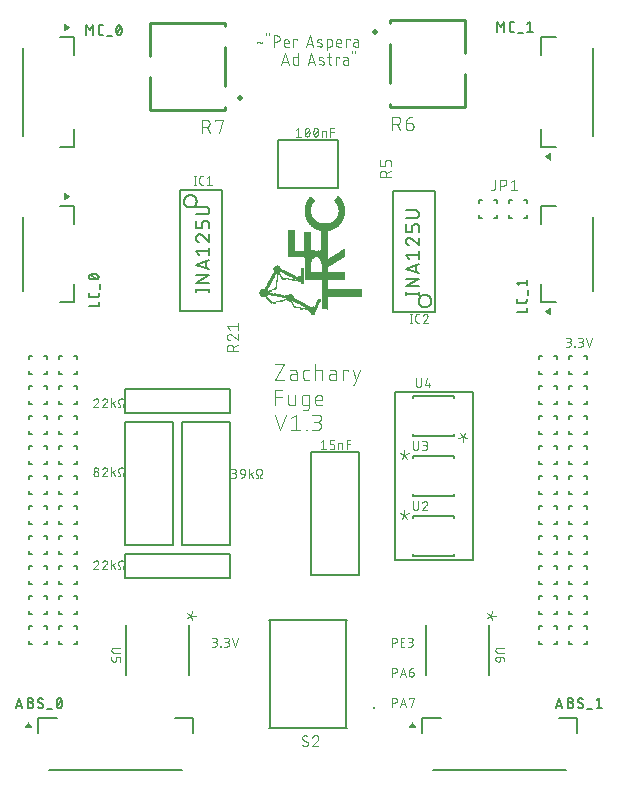
<source format=gbr>
G04 EAGLE Gerber RS-274X export*
G75*
%MOMM*%
%FSLAX34Y34*%
%LPD*%
%INSilkscreen Top*%
%IPPOS*%
%AMOC8*
5,1,8,0,0,1.08239X$1,22.5*%
G01*
%ADD10C,0.076200*%
%ADD11C,0.152400*%
%ADD12R,0.042419X0.635000*%
%ADD13R,0.042162X0.635000*%
%ADD14R,0.042162X0.718819*%
%ADD15R,0.042162X0.805181*%
%ADD16R,0.042419X0.762000*%
%ADD17R,0.042419X1.143000*%
%ADD18R,0.042419X0.721363*%
%ADD19R,0.042419X1.397000*%
%ADD20R,0.042162X1.567181*%
%ADD21R,0.042419X0.718819*%
%ADD22R,0.042419X1.734819*%
%ADD23R,0.042419X1.905000*%
%ADD24R,0.042162X0.762000*%
%ADD25R,0.042162X2.032000*%
%ADD26R,0.042419X2.159000*%
%ADD27R,0.042419X2.242819*%
%ADD28R,0.042162X2.372362*%
%ADD29R,0.042419X2.453638*%
%ADD30R,0.042419X0.678181*%
%ADD31R,0.042419X1.226819*%
%ADD32R,0.042162X0.721363*%
%ADD33R,0.042162X1.016000*%
%ADD34R,0.042162X0.932181*%
%ADD35R,0.042419X0.889000*%
%ADD36R,0.042419X0.805181*%
%ADD37R,0.042419X0.845819*%
%ADD38R,0.042162X0.845819*%
%ADD39R,0.042162X0.508000*%
%ADD40R,0.042419X0.381000*%
%ADD41R,0.042419X0.297181*%
%ADD42R,0.042162X0.678181*%
%ADD43R,0.042162X0.170181*%
%ADD44R,0.042419X0.083819*%
%ADD45R,0.042419X0.675638*%
%ADD46R,0.042162X0.675638*%
%ADD47R,0.042162X3.134362*%
%ADD48R,0.042162X3.683000*%
%ADD49R,0.042419X7.239000*%
%ADD50R,0.042162X7.239000*%
%ADD51R,0.042162X3.385819*%
%ADD52R,0.042419X0.972819*%
%ADD53R,0.042419X0.551181*%
%ADD54R,0.042419X0.548638*%
%ADD55R,0.042419X0.591819*%
%ADD56R,0.042162X0.591819*%
%ADD57R,0.042419X0.594363*%
%ADD58R,0.042162X0.548638*%
%ADD59R,0.042419X0.040638*%
%ADD60R,0.042162X0.802638*%
%ADD61R,0.042162X0.127000*%
%ADD62R,0.042419X0.213363*%
%ADD63R,0.042419X0.294637*%
%ADD64R,0.042162X0.467363*%
%ADD65R,0.042419X0.929638*%
%ADD66R,0.042419X0.802638*%
%ADD67R,0.042419X0.975363*%
%ADD68R,0.042162X0.043181*%
%ADD69R,0.042162X0.551181*%
%ADD70R,0.042162X0.972819*%
%ADD71R,0.042162X1.099819*%
%ADD72R,0.042162X0.929638*%
%ADD73R,0.042419X0.464819*%
%ADD74R,0.042419X1.099819*%
%ADD75R,0.042419X4.064000*%
%ADD76R,0.042419X2.413000*%
%ADD77R,0.042162X0.424181*%
%ADD78R,0.042162X4.064000*%
%ADD79R,0.042162X2.329181*%
%ADD80R,0.042419X0.340363*%
%ADD81R,0.042419X2.202181*%
%ADD82R,0.042419X2.075181*%
%ADD83R,0.042162X0.086363*%
%ADD84R,0.042162X0.254000*%
%ADD85R,0.042162X1.948181*%
%ADD86R,0.042419X0.043181*%
%ADD87R,0.042419X1.821181*%
%ADD88R,0.042419X0.254000*%
%ADD89R,0.042419X1.651000*%
%ADD90R,0.042162X0.083819*%
%ADD91R,0.042162X0.297181*%
%ADD92R,0.042162X1.440181*%
%ADD93R,0.042419X1.186181*%
%ADD94R,0.042419X1.818638*%
%ADD95R,0.042419X0.932181*%
%ADD96R,0.042162X1.607819*%
%ADD97R,0.042162X2.202181*%
%ADD98R,0.042162X0.337819*%
%ADD99R,0.042419X1.437638*%
%ADD100R,0.042419X0.086363*%
%ADD101R,0.042162X1.437638*%
%ADD102R,0.042419X0.467363*%
%ADD103R,0.042419X0.424181*%
%ADD104R,0.042162X0.040638*%
%ADD105R,0.042162X0.294637*%
%ADD106R,0.042419X0.337819*%
%ADD107R,0.042162X0.381000*%
%ADD108R,0.042419X0.127000*%
%ADD109R,0.042419X2.286000*%
%ADD110R,0.042419X0.170181*%
%ADD111R,0.042162X2.286000*%
%ADD112R,0.042419X0.167637*%
%ADD113R,0.042419X0.421637*%
%ADD114R,0.042419X0.508000*%
%ADD115R,0.042162X0.464819*%
%ADD116R,0.042419X0.210819*%
%ADD117R,0.042162X0.210819*%
%ADD118R,0.042162X0.167637*%
%ADD119R,0.042162X0.213363*%
%ADD120C,0.101600*%
%ADD121C,0.050800*%
%ADD122C,0.203200*%
%ADD123C,0.177800*%
%ADD124C,0.282838*%
%ADD125C,0.127000*%
%ADD126C,0.508000*%
%ADD127C,0.254000*%

G36*
X48605Y638427D02*
X48605Y638427D01*
X48691Y638429D01*
X48715Y638439D01*
X48742Y638442D01*
X48862Y638499D01*
X48898Y638514D01*
X48904Y638519D01*
X48912Y638522D01*
X52722Y641062D01*
X52749Y641089D01*
X52780Y641107D01*
X52803Y641136D01*
X52840Y641164D01*
X52858Y641194D01*
X52884Y641218D01*
X52904Y641259D01*
X52921Y641281D01*
X52930Y641309D01*
X52959Y641354D01*
X52966Y641389D01*
X52981Y641420D01*
X52986Y641473D01*
X52993Y641493D01*
X52992Y641516D01*
X53004Y641574D01*
X52999Y641609D01*
X53002Y641643D01*
X52987Y641701D01*
X52986Y641718D01*
X52979Y641734D01*
X52970Y641796D01*
X52953Y641826D01*
X52944Y641860D01*
X52908Y641911D01*
X52902Y641925D01*
X52891Y641937D01*
X52861Y641992D01*
X52831Y642018D01*
X52814Y642043D01*
X52775Y642069D01*
X52722Y642118D01*
X48912Y644658D01*
X48887Y644668D01*
X48866Y644685D01*
X48796Y644709D01*
X48754Y644731D01*
X48739Y644733D01*
X48706Y644747D01*
X48679Y644749D01*
X48654Y644757D01*
X48588Y644755D01*
X48569Y644758D01*
X48560Y644758D01*
X48547Y644756D01*
X48482Y644759D01*
X48456Y644751D01*
X48429Y644751D01*
X48359Y644722D01*
X48339Y644719D01*
X48327Y644711D01*
X48268Y644693D01*
X48246Y644676D01*
X48222Y644666D01*
X48168Y644618D01*
X48146Y644604D01*
X48134Y644590D01*
X48090Y644556D01*
X48076Y644533D01*
X48056Y644515D01*
X48026Y644457D01*
X48005Y644430D01*
X47996Y644406D01*
X47971Y644366D01*
X47966Y644339D01*
X47953Y644315D01*
X47944Y644250D01*
X47933Y644218D01*
X47934Y644184D01*
X47926Y644146D01*
X47927Y644139D01*
X47926Y644130D01*
X47926Y639050D01*
X47931Y639024D01*
X47928Y638997D01*
X47950Y638914D01*
X47965Y638829D01*
X47979Y638806D01*
X47986Y638780D01*
X48036Y638710D01*
X48080Y638636D01*
X48100Y638619D01*
X48116Y638597D01*
X48187Y638549D01*
X48254Y638495D01*
X48279Y638486D01*
X48301Y638471D01*
X48385Y638450D01*
X48466Y638423D01*
X48493Y638424D01*
X48519Y638417D01*
X48605Y638427D01*
G37*
G36*
X48605Y495017D02*
X48605Y495017D01*
X48691Y495019D01*
X48715Y495029D01*
X48742Y495032D01*
X48862Y495089D01*
X48898Y495104D01*
X48904Y495109D01*
X48912Y495112D01*
X52722Y497652D01*
X52749Y497679D01*
X52780Y497697D01*
X52803Y497726D01*
X52840Y497754D01*
X52858Y497784D01*
X52884Y497808D01*
X52904Y497849D01*
X52921Y497871D01*
X52930Y497899D01*
X52959Y497944D01*
X52966Y497979D01*
X52981Y498010D01*
X52986Y498063D01*
X52993Y498083D01*
X52992Y498106D01*
X53004Y498164D01*
X52999Y498199D01*
X53002Y498233D01*
X52987Y498291D01*
X52986Y498308D01*
X52979Y498324D01*
X52970Y498386D01*
X52953Y498416D01*
X52944Y498450D01*
X52908Y498501D01*
X52902Y498515D01*
X52891Y498527D01*
X52861Y498582D01*
X52831Y498608D01*
X52814Y498633D01*
X52775Y498659D01*
X52722Y498708D01*
X48912Y501248D01*
X48887Y501258D01*
X48866Y501275D01*
X48796Y501299D01*
X48754Y501321D01*
X48739Y501323D01*
X48706Y501337D01*
X48679Y501339D01*
X48654Y501347D01*
X48588Y501345D01*
X48569Y501348D01*
X48560Y501348D01*
X48547Y501346D01*
X48482Y501349D01*
X48456Y501341D01*
X48429Y501341D01*
X48359Y501312D01*
X48339Y501309D01*
X48327Y501301D01*
X48268Y501283D01*
X48246Y501266D01*
X48222Y501256D01*
X48168Y501208D01*
X48146Y501194D01*
X48134Y501180D01*
X48090Y501146D01*
X48076Y501123D01*
X48056Y501105D01*
X48026Y501047D01*
X48005Y501020D01*
X47996Y500996D01*
X47971Y500956D01*
X47966Y500929D01*
X47953Y500905D01*
X47944Y500840D01*
X47933Y500808D01*
X47934Y500774D01*
X47926Y500736D01*
X47927Y500729D01*
X47926Y500720D01*
X47926Y495640D01*
X47931Y495614D01*
X47928Y495587D01*
X47950Y495504D01*
X47965Y495419D01*
X47979Y495396D01*
X47986Y495370D01*
X48036Y495300D01*
X48080Y495226D01*
X48100Y495209D01*
X48116Y495187D01*
X48187Y495139D01*
X48254Y495085D01*
X48279Y495076D01*
X48301Y495061D01*
X48385Y495040D01*
X48466Y495013D01*
X48493Y495014D01*
X48519Y495007D01*
X48605Y495017D01*
G37*
G36*
X459544Y528729D02*
X459544Y528729D01*
X459571Y528729D01*
X459650Y528762D01*
X459732Y528787D01*
X459754Y528804D01*
X459778Y528814D01*
X459842Y528872D01*
X459910Y528924D01*
X459924Y528947D01*
X459944Y528965D01*
X459983Y529042D01*
X460029Y529114D01*
X460034Y529141D01*
X460047Y529165D01*
X460066Y529295D01*
X460074Y529334D01*
X460073Y529341D01*
X460074Y529350D01*
X460074Y534430D01*
X460070Y534457D01*
X460072Y534483D01*
X460062Y534522D01*
X460061Y534555D01*
X460045Y534593D01*
X460035Y534651D01*
X460021Y534674D01*
X460014Y534700D01*
X459985Y534740D01*
X459976Y534762D01*
X459955Y534786D01*
X459920Y534844D01*
X459900Y534861D01*
X459884Y534883D01*
X459837Y534915D01*
X459825Y534928D01*
X459803Y534939D01*
X459746Y534985D01*
X459721Y534994D01*
X459699Y535009D01*
X459638Y535024D01*
X459625Y535031D01*
X459603Y535034D01*
X459534Y535057D01*
X459507Y535057D01*
X459481Y535063D01*
X459440Y535058D01*
X459431Y535058D01*
X459416Y535056D01*
X459395Y535053D01*
X459309Y535051D01*
X459285Y535041D01*
X459258Y535038D01*
X459222Y535021D01*
X459210Y535019D01*
X459181Y535002D01*
X459138Y534981D01*
X459102Y534966D01*
X459096Y534961D01*
X459088Y534958D01*
X455278Y532418D01*
X455235Y532376D01*
X455220Y532367D01*
X455210Y532354D01*
X455160Y532316D01*
X455142Y532286D01*
X455116Y532262D01*
X455089Y532206D01*
X455079Y532193D01*
X455074Y532178D01*
X455041Y532126D01*
X455034Y532092D01*
X455019Y532060D01*
X455013Y531998D01*
X455007Y531981D01*
X455008Y531963D01*
X454996Y531906D01*
X455001Y531871D01*
X454998Y531837D01*
X455013Y531780D01*
X455014Y531756D01*
X455022Y531736D01*
X455030Y531684D01*
X455047Y531654D01*
X455056Y531620D01*
X455087Y531577D01*
X455098Y531549D01*
X455117Y531527D01*
X455139Y531488D01*
X455169Y531462D01*
X455186Y531437D01*
X455223Y531412D01*
X455250Y531383D01*
X455263Y531376D01*
X455278Y531362D01*
X459088Y528822D01*
X459113Y528812D01*
X459134Y528795D01*
X459215Y528767D01*
X459294Y528733D01*
X459321Y528731D01*
X459346Y528723D01*
X459432Y528725D01*
X459518Y528721D01*
X459544Y528729D01*
G37*
G36*
X459544Y397819D02*
X459544Y397819D01*
X459571Y397819D01*
X459650Y397852D01*
X459732Y397877D01*
X459754Y397894D01*
X459778Y397904D01*
X459842Y397962D01*
X459910Y398014D01*
X459924Y398037D01*
X459944Y398055D01*
X459983Y398132D01*
X460029Y398204D01*
X460034Y398231D01*
X460047Y398255D01*
X460066Y398385D01*
X460074Y398424D01*
X460073Y398431D01*
X460074Y398440D01*
X460074Y403520D01*
X460070Y403547D01*
X460072Y403573D01*
X460062Y403612D01*
X460061Y403645D01*
X460045Y403683D01*
X460035Y403741D01*
X460021Y403764D01*
X460014Y403790D01*
X459985Y403830D01*
X459976Y403852D01*
X459955Y403876D01*
X459920Y403934D01*
X459900Y403951D01*
X459884Y403973D01*
X459837Y404005D01*
X459825Y404018D01*
X459803Y404029D01*
X459746Y404075D01*
X459721Y404084D01*
X459699Y404099D01*
X459638Y404114D01*
X459625Y404121D01*
X459603Y404124D01*
X459534Y404147D01*
X459507Y404147D01*
X459481Y404153D01*
X459440Y404148D01*
X459431Y404148D01*
X459416Y404146D01*
X459395Y404143D01*
X459309Y404141D01*
X459285Y404131D01*
X459258Y404128D01*
X459222Y404111D01*
X459210Y404109D01*
X459181Y404092D01*
X459138Y404071D01*
X459102Y404056D01*
X459096Y404051D01*
X459088Y404048D01*
X455278Y401508D01*
X455235Y401466D01*
X455220Y401457D01*
X455210Y401444D01*
X455160Y401406D01*
X455142Y401376D01*
X455116Y401352D01*
X455089Y401296D01*
X455079Y401283D01*
X455074Y401268D01*
X455041Y401216D01*
X455034Y401182D01*
X455019Y401150D01*
X455013Y401088D01*
X455007Y401071D01*
X455008Y401053D01*
X454996Y400996D01*
X455001Y400961D01*
X454998Y400927D01*
X455013Y400870D01*
X455014Y400846D01*
X455022Y400826D01*
X455030Y400774D01*
X455047Y400744D01*
X455056Y400710D01*
X455087Y400667D01*
X455098Y400639D01*
X455117Y400617D01*
X455139Y400578D01*
X455169Y400552D01*
X455186Y400527D01*
X455223Y400502D01*
X455250Y400473D01*
X455263Y400466D01*
X455278Y400452D01*
X459088Y397912D01*
X459113Y397902D01*
X459134Y397885D01*
X459215Y397857D01*
X459294Y397823D01*
X459321Y397821D01*
X459346Y397813D01*
X459432Y397815D01*
X459518Y397811D01*
X459544Y397819D01*
G37*
G36*
X345527Y47931D02*
X345527Y47931D01*
X345553Y47928D01*
X345636Y47950D01*
X345721Y47965D01*
X345744Y47979D01*
X345770Y47986D01*
X345840Y48036D01*
X345914Y48080D01*
X345931Y48100D01*
X345953Y48116D01*
X346001Y48187D01*
X346055Y48254D01*
X346064Y48279D01*
X346079Y48301D01*
X346100Y48385D01*
X346127Y48466D01*
X346127Y48493D01*
X346133Y48519D01*
X346123Y48605D01*
X346121Y48691D01*
X346111Y48715D01*
X346108Y48742D01*
X346051Y48862D01*
X346036Y48898D01*
X346031Y48904D01*
X346028Y48912D01*
X343488Y52722D01*
X343434Y52778D01*
X343386Y52840D01*
X343361Y52856D01*
X343348Y52870D01*
X343343Y52872D01*
X343332Y52884D01*
X343262Y52917D01*
X343196Y52959D01*
X343162Y52966D01*
X343130Y52981D01*
X343053Y52988D01*
X342976Y53004D01*
X342941Y52999D01*
X342907Y53002D01*
X342831Y52982D01*
X342754Y52970D01*
X342737Y52960D01*
X342736Y52960D01*
X342731Y52957D01*
X342724Y52953D01*
X342690Y52944D01*
X342626Y52899D01*
X342558Y52861D01*
X342547Y52848D01*
X342543Y52846D01*
X342531Y52831D01*
X342507Y52814D01*
X342481Y52775D01*
X342432Y52722D01*
X339892Y48912D01*
X339882Y48887D01*
X339865Y48866D01*
X339837Y48785D01*
X339803Y48706D01*
X339801Y48679D01*
X339793Y48654D01*
X339795Y48568D01*
X339791Y48482D01*
X339799Y48456D01*
X339799Y48429D01*
X339832Y48350D01*
X339857Y48268D01*
X339874Y48246D01*
X339884Y48222D01*
X339942Y48158D01*
X339994Y48090D01*
X340017Y48076D01*
X340035Y48056D01*
X340112Y48017D01*
X340184Y47971D01*
X340211Y47966D01*
X340235Y47953D01*
X340365Y47934D01*
X340404Y47926D01*
X340411Y47927D01*
X340420Y47926D01*
X345500Y47926D01*
X345527Y47931D01*
G37*
G36*
X20407Y47931D02*
X20407Y47931D01*
X20433Y47928D01*
X20516Y47950D01*
X20601Y47965D01*
X20624Y47979D01*
X20650Y47986D01*
X20720Y48036D01*
X20794Y48080D01*
X20811Y48100D01*
X20833Y48116D01*
X20881Y48187D01*
X20935Y48254D01*
X20944Y48279D01*
X20959Y48301D01*
X20980Y48385D01*
X21007Y48466D01*
X21007Y48493D01*
X21013Y48519D01*
X21003Y48605D01*
X21001Y48691D01*
X20991Y48715D01*
X20988Y48742D01*
X20931Y48862D01*
X20916Y48898D01*
X20911Y48904D01*
X20908Y48912D01*
X18368Y52722D01*
X18314Y52778D01*
X18266Y52840D01*
X18241Y52856D01*
X18228Y52870D01*
X18223Y52872D01*
X18212Y52884D01*
X18142Y52917D01*
X18076Y52959D01*
X18042Y52966D01*
X18010Y52981D01*
X17933Y52988D01*
X17856Y53004D01*
X17821Y52999D01*
X17787Y53002D01*
X17711Y52982D01*
X17634Y52970D01*
X17617Y52960D01*
X17616Y52960D01*
X17611Y52957D01*
X17604Y52953D01*
X17570Y52944D01*
X17506Y52899D01*
X17438Y52861D01*
X17427Y52848D01*
X17423Y52846D01*
X17411Y52831D01*
X17387Y52814D01*
X17361Y52775D01*
X17312Y52722D01*
X14772Y48912D01*
X14762Y48887D01*
X14745Y48866D01*
X14717Y48785D01*
X14683Y48706D01*
X14681Y48679D01*
X14673Y48654D01*
X14675Y48568D01*
X14671Y48482D01*
X14679Y48456D01*
X14679Y48429D01*
X14712Y48350D01*
X14737Y48268D01*
X14754Y48246D01*
X14764Y48222D01*
X14822Y48158D01*
X14874Y48090D01*
X14897Y48076D01*
X14915Y48056D01*
X14992Y48017D01*
X15064Y47971D01*
X15091Y47966D01*
X15115Y47953D01*
X15245Y47934D01*
X15284Y47926D01*
X15291Y47927D01*
X15300Y47926D01*
X20380Y47926D01*
X20407Y47931D01*
G37*
D10*
X325501Y117221D02*
X325501Y124587D01*
X327547Y124587D01*
X327636Y124585D01*
X327725Y124579D01*
X327814Y124569D01*
X327902Y124556D01*
X327990Y124539D01*
X328077Y124517D01*
X328162Y124492D01*
X328247Y124464D01*
X328330Y124431D01*
X328412Y124395D01*
X328492Y124356D01*
X328570Y124313D01*
X328646Y124267D01*
X328721Y124217D01*
X328793Y124164D01*
X328862Y124108D01*
X328929Y124049D01*
X328994Y123988D01*
X329055Y123923D01*
X329114Y123856D01*
X329170Y123787D01*
X329223Y123715D01*
X329273Y123640D01*
X329319Y123564D01*
X329362Y123486D01*
X329401Y123406D01*
X329437Y123324D01*
X329470Y123241D01*
X329498Y123156D01*
X329523Y123071D01*
X329545Y122984D01*
X329562Y122896D01*
X329575Y122808D01*
X329585Y122719D01*
X329591Y122630D01*
X329593Y122541D01*
X329591Y122452D01*
X329585Y122363D01*
X329575Y122274D01*
X329562Y122186D01*
X329545Y122098D01*
X329523Y122011D01*
X329498Y121926D01*
X329470Y121841D01*
X329437Y121758D01*
X329401Y121676D01*
X329362Y121596D01*
X329319Y121518D01*
X329273Y121442D01*
X329223Y121367D01*
X329170Y121295D01*
X329114Y121226D01*
X329055Y121159D01*
X328994Y121094D01*
X328929Y121033D01*
X328862Y120974D01*
X328793Y120918D01*
X328721Y120865D01*
X328646Y120815D01*
X328570Y120769D01*
X328492Y120726D01*
X328412Y120687D01*
X328330Y120651D01*
X328247Y120618D01*
X328162Y120590D01*
X328077Y120565D01*
X327990Y120543D01*
X327902Y120526D01*
X327814Y120513D01*
X327725Y120503D01*
X327636Y120497D01*
X327547Y120495D01*
X325501Y120495D01*
X332714Y117221D02*
X335988Y117221D01*
X332714Y117221D02*
X332714Y124587D01*
X335988Y124587D01*
X335170Y121313D02*
X332714Y121313D01*
X338795Y117221D02*
X340841Y117221D01*
X340930Y117223D01*
X341019Y117229D01*
X341108Y117239D01*
X341196Y117252D01*
X341284Y117269D01*
X341371Y117291D01*
X341456Y117316D01*
X341541Y117344D01*
X341624Y117377D01*
X341706Y117413D01*
X341786Y117452D01*
X341864Y117495D01*
X341940Y117541D01*
X342015Y117591D01*
X342087Y117644D01*
X342156Y117700D01*
X342223Y117759D01*
X342288Y117820D01*
X342349Y117885D01*
X342408Y117952D01*
X342464Y118021D01*
X342517Y118093D01*
X342567Y118168D01*
X342613Y118244D01*
X342656Y118322D01*
X342695Y118402D01*
X342731Y118484D01*
X342764Y118567D01*
X342792Y118652D01*
X342817Y118737D01*
X342839Y118824D01*
X342856Y118912D01*
X342869Y119000D01*
X342879Y119089D01*
X342885Y119178D01*
X342887Y119267D01*
X342885Y119356D01*
X342879Y119445D01*
X342869Y119534D01*
X342856Y119622D01*
X342839Y119710D01*
X342817Y119797D01*
X342792Y119882D01*
X342764Y119967D01*
X342731Y120050D01*
X342695Y120132D01*
X342656Y120212D01*
X342613Y120290D01*
X342567Y120366D01*
X342517Y120441D01*
X342464Y120513D01*
X342408Y120582D01*
X342349Y120649D01*
X342288Y120714D01*
X342223Y120775D01*
X342156Y120834D01*
X342087Y120890D01*
X342015Y120943D01*
X341940Y120993D01*
X341864Y121039D01*
X341786Y121082D01*
X341706Y121121D01*
X341624Y121157D01*
X341541Y121190D01*
X341456Y121218D01*
X341371Y121243D01*
X341284Y121265D01*
X341196Y121282D01*
X341108Y121295D01*
X341019Y121305D01*
X340930Y121311D01*
X340841Y121313D01*
X341250Y124587D02*
X338795Y124587D01*
X341250Y124587D02*
X341329Y124585D01*
X341408Y124579D01*
X341487Y124570D01*
X341565Y124557D01*
X341642Y124539D01*
X341718Y124519D01*
X341793Y124494D01*
X341867Y124466D01*
X341940Y124435D01*
X342011Y124399D01*
X342080Y124361D01*
X342147Y124319D01*
X342212Y124274D01*
X342275Y124226D01*
X342336Y124175D01*
X342393Y124121D01*
X342449Y124065D01*
X342501Y124006D01*
X342551Y123944D01*
X342597Y123880D01*
X342641Y123814D01*
X342681Y123746D01*
X342717Y123676D01*
X342751Y123604D01*
X342781Y123530D01*
X342807Y123456D01*
X342830Y123380D01*
X342848Y123303D01*
X342864Y123226D01*
X342875Y123147D01*
X342883Y123069D01*
X342887Y122990D01*
X342887Y122910D01*
X342883Y122831D01*
X342875Y122753D01*
X342864Y122674D01*
X342848Y122597D01*
X342830Y122520D01*
X342807Y122444D01*
X342781Y122370D01*
X342751Y122296D01*
X342717Y122224D01*
X342681Y122154D01*
X342641Y122086D01*
X342597Y122020D01*
X342551Y121956D01*
X342501Y121894D01*
X342449Y121835D01*
X342393Y121779D01*
X342336Y121725D01*
X342275Y121674D01*
X342212Y121626D01*
X342147Y121581D01*
X342080Y121539D01*
X342011Y121501D01*
X341940Y121465D01*
X341867Y121434D01*
X341793Y121406D01*
X341718Y121381D01*
X341642Y121361D01*
X341565Y121343D01*
X341487Y121330D01*
X341408Y121321D01*
X341329Y121315D01*
X341250Y121313D01*
X339613Y121313D01*
X325501Y99187D02*
X325501Y91821D01*
X325501Y99187D02*
X327547Y99187D01*
X327636Y99185D01*
X327725Y99179D01*
X327814Y99169D01*
X327902Y99156D01*
X327990Y99139D01*
X328077Y99117D01*
X328162Y99092D01*
X328247Y99064D01*
X328330Y99031D01*
X328412Y98995D01*
X328492Y98956D01*
X328570Y98913D01*
X328646Y98867D01*
X328721Y98817D01*
X328793Y98764D01*
X328862Y98708D01*
X328929Y98649D01*
X328994Y98588D01*
X329055Y98523D01*
X329114Y98456D01*
X329170Y98387D01*
X329223Y98315D01*
X329273Y98240D01*
X329319Y98164D01*
X329362Y98086D01*
X329401Y98006D01*
X329437Y97924D01*
X329470Y97841D01*
X329498Y97756D01*
X329523Y97671D01*
X329545Y97584D01*
X329562Y97496D01*
X329575Y97408D01*
X329585Y97319D01*
X329591Y97230D01*
X329593Y97141D01*
X329591Y97052D01*
X329585Y96963D01*
X329575Y96874D01*
X329562Y96786D01*
X329545Y96698D01*
X329523Y96611D01*
X329498Y96526D01*
X329470Y96441D01*
X329437Y96358D01*
X329401Y96276D01*
X329362Y96196D01*
X329319Y96118D01*
X329273Y96042D01*
X329223Y95967D01*
X329170Y95895D01*
X329114Y95826D01*
X329055Y95759D01*
X328994Y95694D01*
X328929Y95633D01*
X328862Y95574D01*
X328793Y95518D01*
X328721Y95465D01*
X328646Y95415D01*
X328570Y95369D01*
X328492Y95326D01*
X328412Y95287D01*
X328330Y95251D01*
X328247Y95218D01*
X328162Y95190D01*
X328077Y95165D01*
X327990Y95143D01*
X327902Y95126D01*
X327814Y95113D01*
X327725Y95103D01*
X327636Y95097D01*
X327547Y95095D01*
X325501Y95095D01*
X332045Y91821D02*
X334501Y99187D01*
X336956Y91821D01*
X336342Y93663D02*
X332659Y93663D01*
X339770Y95913D02*
X342225Y95913D01*
X342303Y95911D01*
X342381Y95906D01*
X342458Y95896D01*
X342535Y95883D01*
X342611Y95867D01*
X342686Y95847D01*
X342760Y95823D01*
X342833Y95796D01*
X342905Y95765D01*
X342975Y95731D01*
X343044Y95694D01*
X343110Y95653D01*
X343175Y95609D01*
X343237Y95563D01*
X343297Y95513D01*
X343355Y95461D01*
X343410Y95406D01*
X343462Y95348D01*
X343512Y95288D01*
X343558Y95226D01*
X343602Y95161D01*
X343643Y95095D01*
X343680Y95026D01*
X343714Y94956D01*
X343745Y94884D01*
X343772Y94811D01*
X343796Y94737D01*
X343816Y94662D01*
X343832Y94586D01*
X343845Y94509D01*
X343855Y94432D01*
X343860Y94354D01*
X343862Y94276D01*
X343862Y93867D01*
X343860Y93778D01*
X343854Y93689D01*
X343844Y93600D01*
X343831Y93512D01*
X343814Y93424D01*
X343792Y93337D01*
X343767Y93252D01*
X343739Y93167D01*
X343706Y93084D01*
X343670Y93002D01*
X343631Y92922D01*
X343588Y92844D01*
X343542Y92768D01*
X343492Y92693D01*
X343439Y92621D01*
X343383Y92552D01*
X343324Y92485D01*
X343263Y92420D01*
X343198Y92359D01*
X343131Y92300D01*
X343062Y92244D01*
X342990Y92191D01*
X342915Y92141D01*
X342839Y92095D01*
X342761Y92052D01*
X342681Y92013D01*
X342599Y91977D01*
X342516Y91944D01*
X342431Y91916D01*
X342346Y91891D01*
X342259Y91869D01*
X342171Y91852D01*
X342083Y91839D01*
X341994Y91829D01*
X341905Y91823D01*
X341816Y91821D01*
X341727Y91823D01*
X341638Y91829D01*
X341549Y91839D01*
X341461Y91852D01*
X341373Y91869D01*
X341286Y91891D01*
X341201Y91916D01*
X341116Y91944D01*
X341033Y91977D01*
X340951Y92013D01*
X340871Y92052D01*
X340793Y92095D01*
X340717Y92141D01*
X340642Y92191D01*
X340570Y92244D01*
X340501Y92300D01*
X340434Y92359D01*
X340369Y92420D01*
X340308Y92485D01*
X340249Y92552D01*
X340193Y92621D01*
X340140Y92693D01*
X340090Y92768D01*
X340044Y92844D01*
X340001Y92922D01*
X339962Y93002D01*
X339926Y93084D01*
X339893Y93167D01*
X339865Y93252D01*
X339840Y93337D01*
X339818Y93424D01*
X339801Y93512D01*
X339788Y93600D01*
X339778Y93689D01*
X339772Y93778D01*
X339770Y93867D01*
X339770Y95913D01*
X339772Y96027D01*
X339778Y96141D01*
X339788Y96255D01*
X339802Y96369D01*
X339820Y96482D01*
X339842Y96594D01*
X339867Y96705D01*
X339897Y96815D01*
X339930Y96925D01*
X339967Y97033D01*
X340008Y97139D01*
X340053Y97245D01*
X340101Y97348D01*
X340153Y97450D01*
X340209Y97550D01*
X340267Y97648D01*
X340330Y97744D01*
X340395Y97837D01*
X340464Y97929D01*
X340536Y98017D01*
X340611Y98104D01*
X340689Y98187D01*
X340770Y98268D01*
X340853Y98346D01*
X340940Y98421D01*
X341028Y98493D01*
X341120Y98562D01*
X341213Y98627D01*
X341309Y98689D01*
X341407Y98748D01*
X341507Y98804D01*
X341609Y98856D01*
X341712Y98904D01*
X341818Y98949D01*
X341924Y98990D01*
X342032Y99027D01*
X342142Y99060D01*
X342252Y99090D01*
X342363Y99115D01*
X342475Y99137D01*
X342588Y99155D01*
X342702Y99169D01*
X342816Y99179D01*
X342930Y99185D01*
X343044Y99187D01*
X325501Y73787D02*
X325501Y66421D01*
X325501Y73787D02*
X327547Y73787D01*
X327636Y73785D01*
X327725Y73779D01*
X327814Y73769D01*
X327902Y73756D01*
X327990Y73739D01*
X328077Y73717D01*
X328162Y73692D01*
X328247Y73664D01*
X328330Y73631D01*
X328412Y73595D01*
X328492Y73556D01*
X328570Y73513D01*
X328646Y73467D01*
X328721Y73417D01*
X328793Y73364D01*
X328862Y73308D01*
X328929Y73249D01*
X328994Y73188D01*
X329055Y73123D01*
X329114Y73056D01*
X329170Y72987D01*
X329223Y72915D01*
X329273Y72840D01*
X329319Y72764D01*
X329362Y72686D01*
X329401Y72606D01*
X329437Y72524D01*
X329470Y72441D01*
X329498Y72356D01*
X329523Y72271D01*
X329545Y72184D01*
X329562Y72096D01*
X329575Y72008D01*
X329585Y71919D01*
X329591Y71830D01*
X329593Y71741D01*
X329591Y71652D01*
X329585Y71563D01*
X329575Y71474D01*
X329562Y71386D01*
X329545Y71298D01*
X329523Y71211D01*
X329498Y71126D01*
X329470Y71041D01*
X329437Y70958D01*
X329401Y70876D01*
X329362Y70796D01*
X329319Y70718D01*
X329273Y70642D01*
X329223Y70567D01*
X329170Y70495D01*
X329114Y70426D01*
X329055Y70359D01*
X328994Y70294D01*
X328929Y70233D01*
X328862Y70174D01*
X328793Y70118D01*
X328721Y70065D01*
X328646Y70015D01*
X328570Y69969D01*
X328492Y69926D01*
X328412Y69887D01*
X328330Y69851D01*
X328247Y69818D01*
X328162Y69790D01*
X328077Y69765D01*
X327990Y69743D01*
X327902Y69726D01*
X327814Y69713D01*
X327725Y69703D01*
X327636Y69697D01*
X327547Y69695D01*
X325501Y69695D01*
X332045Y66421D02*
X334501Y73787D01*
X336956Y66421D01*
X336342Y68263D02*
X332659Y68263D01*
X339770Y72969D02*
X339770Y73787D01*
X343862Y73787D01*
X341816Y66421D01*
D11*
X187960Y335280D02*
X99060Y335280D01*
X187960Y335280D02*
X187960Y314960D01*
X99060Y314960D01*
X99060Y335280D01*
X99060Y307340D02*
X139700Y307340D01*
X139700Y231140D01*
X99060Y231140D02*
X99060Y307340D01*
X147320Y307340D02*
X187960Y307340D01*
X187960Y203200D01*
X147320Y203200D01*
X147320Y307340D01*
X187960Y195580D02*
X99060Y195580D01*
X187960Y195580D02*
X187960Y175260D01*
X99060Y175260D01*
X99060Y195580D01*
D10*
X189339Y260175D02*
X191385Y260175D01*
X191474Y260177D01*
X191563Y260183D01*
X191652Y260193D01*
X191740Y260206D01*
X191828Y260223D01*
X191915Y260245D01*
X192000Y260270D01*
X192085Y260298D01*
X192168Y260331D01*
X192250Y260367D01*
X192330Y260406D01*
X192408Y260449D01*
X192484Y260495D01*
X192559Y260545D01*
X192631Y260598D01*
X192700Y260654D01*
X192767Y260713D01*
X192832Y260774D01*
X192893Y260839D01*
X192952Y260906D01*
X193008Y260975D01*
X193061Y261047D01*
X193111Y261122D01*
X193157Y261198D01*
X193200Y261276D01*
X193239Y261356D01*
X193275Y261438D01*
X193308Y261521D01*
X193336Y261606D01*
X193361Y261691D01*
X193383Y261778D01*
X193400Y261866D01*
X193413Y261954D01*
X193423Y262043D01*
X193429Y262132D01*
X193431Y262221D01*
X193429Y262310D01*
X193423Y262399D01*
X193413Y262488D01*
X193400Y262576D01*
X193383Y262664D01*
X193361Y262751D01*
X193336Y262836D01*
X193308Y262921D01*
X193275Y263004D01*
X193239Y263086D01*
X193200Y263166D01*
X193157Y263244D01*
X193111Y263320D01*
X193061Y263395D01*
X193008Y263467D01*
X192952Y263536D01*
X192893Y263603D01*
X192832Y263668D01*
X192767Y263729D01*
X192700Y263788D01*
X192631Y263844D01*
X192559Y263897D01*
X192484Y263947D01*
X192408Y263993D01*
X192330Y264036D01*
X192250Y264075D01*
X192168Y264111D01*
X192085Y264144D01*
X192000Y264172D01*
X191915Y264197D01*
X191828Y264219D01*
X191740Y264236D01*
X191652Y264249D01*
X191563Y264259D01*
X191474Y264265D01*
X191385Y264267D01*
X191795Y267541D02*
X189339Y267541D01*
X191795Y267541D02*
X191874Y267539D01*
X191953Y267533D01*
X192032Y267524D01*
X192110Y267511D01*
X192187Y267493D01*
X192263Y267473D01*
X192338Y267448D01*
X192412Y267420D01*
X192485Y267389D01*
X192556Y267353D01*
X192625Y267315D01*
X192692Y267273D01*
X192757Y267228D01*
X192820Y267180D01*
X192881Y267129D01*
X192938Y267075D01*
X192994Y267019D01*
X193046Y266960D01*
X193096Y266898D01*
X193142Y266834D01*
X193186Y266768D01*
X193226Y266700D01*
X193262Y266630D01*
X193296Y266558D01*
X193326Y266484D01*
X193352Y266410D01*
X193375Y266334D01*
X193393Y266257D01*
X193409Y266180D01*
X193420Y266101D01*
X193428Y266023D01*
X193432Y265944D01*
X193432Y265864D01*
X193428Y265785D01*
X193420Y265707D01*
X193409Y265628D01*
X193393Y265551D01*
X193375Y265474D01*
X193352Y265398D01*
X193326Y265324D01*
X193296Y265250D01*
X193262Y265178D01*
X193226Y265108D01*
X193186Y265040D01*
X193142Y264974D01*
X193096Y264910D01*
X193046Y264848D01*
X192994Y264789D01*
X192938Y264733D01*
X192881Y264679D01*
X192820Y264628D01*
X192757Y264580D01*
X192692Y264535D01*
X192625Y264493D01*
X192556Y264455D01*
X192485Y264419D01*
X192412Y264388D01*
X192338Y264360D01*
X192263Y264335D01*
X192187Y264315D01*
X192110Y264297D01*
X192032Y264284D01*
X191953Y264275D01*
X191874Y264269D01*
X191795Y264267D01*
X190158Y264267D01*
X198291Y263448D02*
X200747Y263448D01*
X198291Y263448D02*
X198213Y263450D01*
X198135Y263455D01*
X198058Y263465D01*
X197981Y263478D01*
X197905Y263494D01*
X197830Y263514D01*
X197756Y263538D01*
X197683Y263565D01*
X197611Y263596D01*
X197541Y263630D01*
X197472Y263667D01*
X197406Y263708D01*
X197341Y263752D01*
X197279Y263798D01*
X197219Y263848D01*
X197161Y263900D01*
X197106Y263955D01*
X197054Y264013D01*
X197004Y264073D01*
X196958Y264135D01*
X196914Y264200D01*
X196873Y264267D01*
X196836Y264335D01*
X196802Y264405D01*
X196771Y264477D01*
X196744Y264550D01*
X196720Y264624D01*
X196700Y264699D01*
X196684Y264775D01*
X196671Y264852D01*
X196661Y264929D01*
X196656Y265007D01*
X196654Y265085D01*
X196654Y265495D01*
X196655Y265495D02*
X196657Y265584D01*
X196663Y265673D01*
X196673Y265762D01*
X196686Y265850D01*
X196703Y265938D01*
X196725Y266025D01*
X196750Y266110D01*
X196778Y266195D01*
X196811Y266278D01*
X196847Y266360D01*
X196886Y266440D01*
X196929Y266518D01*
X196975Y266594D01*
X197025Y266669D01*
X197078Y266741D01*
X197134Y266810D01*
X197193Y266877D01*
X197254Y266942D01*
X197319Y267003D01*
X197386Y267062D01*
X197455Y267118D01*
X197527Y267171D01*
X197602Y267221D01*
X197678Y267267D01*
X197756Y267310D01*
X197836Y267349D01*
X197918Y267385D01*
X198001Y267418D01*
X198086Y267446D01*
X198171Y267471D01*
X198258Y267493D01*
X198346Y267510D01*
X198434Y267523D01*
X198523Y267533D01*
X198612Y267539D01*
X198701Y267541D01*
X198790Y267539D01*
X198879Y267533D01*
X198968Y267523D01*
X199056Y267510D01*
X199144Y267493D01*
X199231Y267471D01*
X199316Y267446D01*
X199401Y267418D01*
X199484Y267385D01*
X199566Y267349D01*
X199646Y267310D01*
X199724Y267267D01*
X199800Y267221D01*
X199875Y267171D01*
X199947Y267118D01*
X200016Y267062D01*
X200083Y267003D01*
X200148Y266942D01*
X200209Y266877D01*
X200268Y266810D01*
X200324Y266741D01*
X200377Y266669D01*
X200427Y266594D01*
X200473Y266518D01*
X200516Y266440D01*
X200555Y266360D01*
X200591Y266278D01*
X200624Y266195D01*
X200652Y266110D01*
X200677Y266025D01*
X200699Y265938D01*
X200716Y265850D01*
X200729Y265762D01*
X200739Y265673D01*
X200745Y265584D01*
X200747Y265495D01*
X200747Y263448D01*
X200745Y263336D01*
X200739Y263225D01*
X200730Y263113D01*
X200717Y263002D01*
X200699Y262892D01*
X200679Y262782D01*
X200654Y262673D01*
X200626Y262565D01*
X200594Y262458D01*
X200558Y262352D01*
X200519Y262247D01*
X200476Y262144D01*
X200430Y262042D01*
X200380Y261942D01*
X200327Y261843D01*
X200270Y261747D01*
X200211Y261652D01*
X200148Y261560D01*
X200082Y261470D01*
X200013Y261382D01*
X199941Y261296D01*
X199866Y261213D01*
X199788Y261133D01*
X199708Y261055D01*
X199625Y260980D01*
X199539Y260908D01*
X199451Y260839D01*
X199361Y260773D01*
X199269Y260710D01*
X199174Y260651D01*
X199078Y260594D01*
X198979Y260541D01*
X198879Y260491D01*
X198777Y260445D01*
X198674Y260402D01*
X198569Y260363D01*
X198463Y260327D01*
X198356Y260295D01*
X198248Y260267D01*
X198139Y260242D01*
X198029Y260222D01*
X197919Y260204D01*
X197808Y260191D01*
X197696Y260182D01*
X197585Y260176D01*
X197473Y260174D01*
X204229Y260175D02*
X204229Y267541D01*
X207503Y265085D02*
X204229Y262630D01*
X205661Y263653D02*
X207503Y260175D01*
X210388Y265085D02*
X210390Y265181D01*
X210396Y265278D01*
X210405Y265374D01*
X210418Y265469D01*
X210435Y265564D01*
X210456Y265658D01*
X210480Y265751D01*
X210508Y265844D01*
X210540Y265935D01*
X210575Y266024D01*
X210614Y266113D01*
X210656Y266200D01*
X210701Y266285D01*
X210750Y266368D01*
X210802Y266449D01*
X210857Y266528D01*
X210915Y266605D01*
X210976Y266679D01*
X211040Y266751D01*
X211107Y266821D01*
X211177Y266888D01*
X211249Y266952D01*
X211323Y267013D01*
X211400Y267071D01*
X211479Y267126D01*
X211560Y267178D01*
X211643Y267227D01*
X211728Y267272D01*
X211815Y267314D01*
X211904Y267353D01*
X211993Y267388D01*
X212084Y267420D01*
X212177Y267448D01*
X212270Y267472D01*
X212364Y267493D01*
X212459Y267510D01*
X212554Y267523D01*
X212650Y267532D01*
X212747Y267538D01*
X212843Y267540D01*
X210388Y265085D02*
X210388Y264267D01*
X210390Y264174D01*
X210395Y264082D01*
X210405Y263989D01*
X210418Y263897D01*
X210434Y263806D01*
X210455Y263715D01*
X210478Y263626D01*
X210506Y263537D01*
X210537Y263449D01*
X210571Y263363D01*
X210609Y263279D01*
X210650Y263195D01*
X210695Y263114D01*
X210743Y263034D01*
X210794Y262957D01*
X210848Y262881D01*
X210905Y262808D01*
X210964Y262737D01*
X211027Y262668D01*
X211092Y262602D01*
X211160Y262539D01*
X211231Y262479D01*
X211303Y262421D01*
X211378Y262366D01*
X211456Y262315D01*
X211535Y262266D01*
X211616Y262221D01*
X211616Y260175D01*
X210388Y260175D01*
X215298Y265085D02*
X215296Y265181D01*
X215290Y265278D01*
X215281Y265374D01*
X215268Y265469D01*
X215251Y265564D01*
X215230Y265658D01*
X215206Y265751D01*
X215178Y265844D01*
X215146Y265935D01*
X215111Y266024D01*
X215072Y266113D01*
X215030Y266200D01*
X214985Y266285D01*
X214936Y266368D01*
X214884Y266449D01*
X214829Y266528D01*
X214771Y266605D01*
X214710Y266679D01*
X214646Y266751D01*
X214579Y266821D01*
X214509Y266888D01*
X214437Y266952D01*
X214363Y267013D01*
X214286Y267071D01*
X214207Y267126D01*
X214126Y267178D01*
X214043Y267227D01*
X213958Y267272D01*
X213871Y267314D01*
X213782Y267353D01*
X213693Y267388D01*
X213602Y267420D01*
X213509Y267448D01*
X213416Y267472D01*
X213322Y267493D01*
X213227Y267510D01*
X213132Y267523D01*
X213036Y267532D01*
X212939Y267538D01*
X212843Y267540D01*
X215299Y265085D02*
X215299Y264267D01*
X215297Y264174D01*
X215292Y264082D01*
X215282Y263989D01*
X215269Y263897D01*
X215253Y263806D01*
X215232Y263715D01*
X215209Y263626D01*
X215181Y263537D01*
X215150Y263449D01*
X215116Y263363D01*
X215078Y263279D01*
X215037Y263195D01*
X214992Y263114D01*
X214944Y263034D01*
X214893Y262957D01*
X214839Y262881D01*
X214782Y262808D01*
X214723Y262737D01*
X214660Y262668D01*
X214595Y262602D01*
X214527Y262539D01*
X214456Y262479D01*
X214384Y262421D01*
X214309Y262366D01*
X214231Y262315D01*
X214152Y262266D01*
X214071Y262221D01*
X214071Y260175D01*
X215299Y260175D01*
X76812Y263539D02*
X76810Y263628D01*
X76804Y263717D01*
X76794Y263806D01*
X76781Y263894D01*
X76764Y263982D01*
X76742Y264069D01*
X76717Y264154D01*
X76689Y264239D01*
X76656Y264322D01*
X76620Y264404D01*
X76581Y264484D01*
X76538Y264562D01*
X76492Y264638D01*
X76442Y264713D01*
X76389Y264785D01*
X76333Y264854D01*
X76274Y264921D01*
X76213Y264986D01*
X76148Y265047D01*
X76081Y265106D01*
X76012Y265162D01*
X75940Y265215D01*
X75865Y265265D01*
X75789Y265311D01*
X75711Y265354D01*
X75631Y265393D01*
X75549Y265429D01*
X75466Y265462D01*
X75381Y265490D01*
X75296Y265515D01*
X75209Y265537D01*
X75121Y265554D01*
X75033Y265567D01*
X74944Y265577D01*
X74855Y265583D01*
X74766Y265585D01*
X74677Y265583D01*
X74588Y265577D01*
X74499Y265567D01*
X74411Y265554D01*
X74323Y265537D01*
X74236Y265515D01*
X74151Y265490D01*
X74066Y265462D01*
X73983Y265429D01*
X73901Y265393D01*
X73821Y265354D01*
X73743Y265311D01*
X73667Y265265D01*
X73592Y265215D01*
X73520Y265162D01*
X73451Y265106D01*
X73384Y265047D01*
X73319Y264986D01*
X73258Y264921D01*
X73199Y264854D01*
X73143Y264785D01*
X73090Y264713D01*
X73040Y264638D01*
X72994Y264562D01*
X72951Y264484D01*
X72912Y264404D01*
X72876Y264322D01*
X72843Y264239D01*
X72815Y264154D01*
X72790Y264069D01*
X72768Y263982D01*
X72751Y263894D01*
X72738Y263806D01*
X72728Y263717D01*
X72722Y263628D01*
X72720Y263539D01*
X72722Y263450D01*
X72728Y263361D01*
X72738Y263272D01*
X72751Y263184D01*
X72768Y263096D01*
X72790Y263009D01*
X72815Y262924D01*
X72843Y262839D01*
X72876Y262756D01*
X72912Y262674D01*
X72951Y262594D01*
X72994Y262516D01*
X73040Y262440D01*
X73090Y262365D01*
X73143Y262293D01*
X73199Y262224D01*
X73258Y262157D01*
X73319Y262092D01*
X73384Y262031D01*
X73451Y261972D01*
X73520Y261916D01*
X73592Y261863D01*
X73667Y261813D01*
X73743Y261767D01*
X73821Y261724D01*
X73901Y261685D01*
X73983Y261649D01*
X74066Y261616D01*
X74151Y261588D01*
X74236Y261563D01*
X74323Y261541D01*
X74411Y261524D01*
X74499Y261511D01*
X74588Y261501D01*
X74677Y261495D01*
X74766Y261493D01*
X74855Y261495D01*
X74944Y261501D01*
X75033Y261511D01*
X75121Y261524D01*
X75209Y261541D01*
X75296Y261563D01*
X75381Y261588D01*
X75466Y261616D01*
X75549Y261649D01*
X75631Y261685D01*
X75711Y261724D01*
X75789Y261767D01*
X75865Y261813D01*
X75940Y261863D01*
X76012Y261916D01*
X76081Y261972D01*
X76148Y262031D01*
X76213Y262092D01*
X76274Y262157D01*
X76333Y262224D01*
X76389Y262293D01*
X76442Y262365D01*
X76492Y262440D01*
X76538Y262516D01*
X76581Y262594D01*
X76620Y262674D01*
X76656Y262756D01*
X76689Y262839D01*
X76717Y262924D01*
X76742Y263009D01*
X76764Y263096D01*
X76781Y263184D01*
X76794Y263272D01*
X76804Y263361D01*
X76810Y263450D01*
X76812Y263539D01*
X76403Y267222D02*
X76401Y267301D01*
X76395Y267380D01*
X76386Y267459D01*
X76373Y267537D01*
X76355Y267614D01*
X76335Y267690D01*
X76310Y267765D01*
X76282Y267839D01*
X76251Y267912D01*
X76215Y267983D01*
X76177Y268052D01*
X76135Y268119D01*
X76090Y268184D01*
X76042Y268247D01*
X75991Y268308D01*
X75937Y268365D01*
X75881Y268421D01*
X75822Y268473D01*
X75760Y268523D01*
X75696Y268569D01*
X75630Y268613D01*
X75562Y268653D01*
X75492Y268689D01*
X75420Y268723D01*
X75346Y268753D01*
X75272Y268779D01*
X75196Y268802D01*
X75119Y268820D01*
X75042Y268836D01*
X74963Y268847D01*
X74885Y268855D01*
X74806Y268859D01*
X74726Y268859D01*
X74647Y268855D01*
X74569Y268847D01*
X74490Y268836D01*
X74413Y268820D01*
X74336Y268802D01*
X74260Y268779D01*
X74186Y268753D01*
X74112Y268723D01*
X74040Y268689D01*
X73970Y268653D01*
X73902Y268613D01*
X73836Y268569D01*
X73772Y268523D01*
X73710Y268473D01*
X73651Y268421D01*
X73595Y268365D01*
X73541Y268308D01*
X73490Y268247D01*
X73442Y268184D01*
X73397Y268119D01*
X73355Y268052D01*
X73317Y267983D01*
X73281Y267912D01*
X73250Y267839D01*
X73222Y267765D01*
X73197Y267690D01*
X73177Y267614D01*
X73159Y267537D01*
X73146Y267459D01*
X73137Y267380D01*
X73131Y267301D01*
X73129Y267222D01*
X73131Y267143D01*
X73137Y267064D01*
X73146Y266985D01*
X73159Y266907D01*
X73177Y266830D01*
X73197Y266754D01*
X73222Y266679D01*
X73250Y266605D01*
X73281Y266532D01*
X73317Y266461D01*
X73355Y266392D01*
X73397Y266325D01*
X73442Y266260D01*
X73490Y266197D01*
X73541Y266136D01*
X73595Y266079D01*
X73651Y266023D01*
X73710Y265971D01*
X73772Y265921D01*
X73836Y265875D01*
X73902Y265831D01*
X73970Y265791D01*
X74040Y265755D01*
X74112Y265721D01*
X74186Y265691D01*
X74260Y265665D01*
X74336Y265642D01*
X74413Y265624D01*
X74490Y265608D01*
X74569Y265597D01*
X74647Y265589D01*
X74726Y265585D01*
X74806Y265585D01*
X74885Y265589D01*
X74963Y265597D01*
X75042Y265608D01*
X75119Y265624D01*
X75196Y265642D01*
X75272Y265665D01*
X75346Y265691D01*
X75420Y265721D01*
X75492Y265755D01*
X75562Y265791D01*
X75630Y265831D01*
X75696Y265875D01*
X75760Y265921D01*
X75822Y265971D01*
X75881Y266023D01*
X75937Y266079D01*
X75991Y266136D01*
X76042Y266197D01*
X76090Y266260D01*
X76135Y266325D01*
X76177Y266392D01*
X76215Y266461D01*
X76251Y266532D01*
X76282Y266605D01*
X76310Y266679D01*
X76335Y266754D01*
X76355Y266830D01*
X76373Y266907D01*
X76386Y266985D01*
X76395Y267064D01*
X76401Y267143D01*
X76403Y267222D01*
X82286Y268860D02*
X82371Y268858D01*
X82456Y268852D01*
X82540Y268842D01*
X82624Y268829D01*
X82708Y268811D01*
X82790Y268790D01*
X82871Y268765D01*
X82951Y268736D01*
X83030Y268703D01*
X83107Y268667D01*
X83182Y268627D01*
X83256Y268584D01*
X83327Y268538D01*
X83396Y268488D01*
X83463Y268435D01*
X83527Y268379D01*
X83588Y268320D01*
X83647Y268259D01*
X83703Y268195D01*
X83756Y268128D01*
X83806Y268059D01*
X83852Y267988D01*
X83895Y267914D01*
X83935Y267839D01*
X83971Y267762D01*
X84004Y267683D01*
X84033Y267603D01*
X84058Y267522D01*
X84079Y267440D01*
X84097Y267356D01*
X84110Y267272D01*
X84120Y267188D01*
X84126Y267103D01*
X84128Y267018D01*
X82286Y268859D02*
X82190Y268857D01*
X82094Y268851D01*
X81999Y268841D01*
X81904Y268828D01*
X81809Y268810D01*
X81716Y268789D01*
X81623Y268764D01*
X81532Y268735D01*
X81441Y268703D01*
X81352Y268667D01*
X81265Y268627D01*
X81179Y268584D01*
X81095Y268538D01*
X81013Y268488D01*
X80933Y268434D01*
X80856Y268378D01*
X80781Y268318D01*
X80708Y268256D01*
X80638Y268190D01*
X80570Y268122D01*
X80505Y268051D01*
X80444Y267978D01*
X80385Y267902D01*
X80329Y267823D01*
X80277Y267743D01*
X80228Y267660D01*
X80182Y267576D01*
X80140Y267490D01*
X80102Y267402D01*
X80067Y267313D01*
X80035Y267222D01*
X83513Y265586D02*
X83573Y265645D01*
X83630Y265707D01*
X83685Y265771D01*
X83736Y265838D01*
X83785Y265907D01*
X83831Y265977D01*
X83874Y266050D01*
X83914Y266124D01*
X83950Y266200D01*
X83983Y266278D01*
X84013Y266357D01*
X84040Y266437D01*
X84063Y266518D01*
X84082Y266600D01*
X84098Y266682D01*
X84111Y266766D01*
X84120Y266850D01*
X84125Y266934D01*
X84127Y267018D01*
X83513Y265585D02*
X80035Y261493D01*
X84127Y261493D01*
X87610Y261493D02*
X87610Y268859D01*
X90883Y266404D02*
X87610Y263948D01*
X89042Y264971D02*
X90883Y261493D01*
X93769Y266404D02*
X93771Y266500D01*
X93777Y266597D01*
X93786Y266693D01*
X93799Y266788D01*
X93816Y266883D01*
X93837Y266977D01*
X93861Y267070D01*
X93889Y267163D01*
X93921Y267254D01*
X93956Y267343D01*
X93995Y267432D01*
X94037Y267519D01*
X94082Y267604D01*
X94131Y267687D01*
X94183Y267768D01*
X94238Y267847D01*
X94296Y267924D01*
X94357Y267998D01*
X94421Y268070D01*
X94488Y268140D01*
X94558Y268207D01*
X94630Y268271D01*
X94704Y268332D01*
X94781Y268390D01*
X94860Y268445D01*
X94941Y268497D01*
X95024Y268546D01*
X95109Y268591D01*
X95196Y268633D01*
X95285Y268672D01*
X95374Y268707D01*
X95465Y268739D01*
X95558Y268767D01*
X95651Y268791D01*
X95745Y268812D01*
X95840Y268829D01*
X95935Y268842D01*
X96031Y268851D01*
X96128Y268857D01*
X96224Y268859D01*
X93768Y266404D02*
X93768Y265585D01*
X93770Y265492D01*
X93775Y265400D01*
X93785Y265307D01*
X93798Y265215D01*
X93814Y265124D01*
X93835Y265033D01*
X93858Y264944D01*
X93886Y264855D01*
X93917Y264767D01*
X93951Y264681D01*
X93989Y264597D01*
X94030Y264513D01*
X94075Y264432D01*
X94123Y264352D01*
X94174Y264275D01*
X94228Y264199D01*
X94285Y264126D01*
X94344Y264055D01*
X94407Y263986D01*
X94472Y263920D01*
X94540Y263857D01*
X94611Y263797D01*
X94683Y263739D01*
X94758Y263684D01*
X94836Y263633D01*
X94915Y263584D01*
X94996Y263539D01*
X94996Y261493D01*
X93768Y261493D01*
X98679Y266404D02*
X98677Y266500D01*
X98671Y266597D01*
X98662Y266693D01*
X98649Y266788D01*
X98632Y266883D01*
X98611Y266977D01*
X98587Y267070D01*
X98559Y267163D01*
X98527Y267254D01*
X98492Y267343D01*
X98453Y267432D01*
X98411Y267519D01*
X98366Y267604D01*
X98317Y267687D01*
X98265Y267768D01*
X98210Y267847D01*
X98152Y267924D01*
X98091Y267998D01*
X98027Y268070D01*
X97960Y268140D01*
X97890Y268207D01*
X97818Y268271D01*
X97744Y268332D01*
X97667Y268390D01*
X97588Y268445D01*
X97507Y268497D01*
X97424Y268546D01*
X97339Y268591D01*
X97252Y268633D01*
X97163Y268672D01*
X97074Y268707D01*
X96983Y268739D01*
X96890Y268767D01*
X96797Y268791D01*
X96703Y268812D01*
X96608Y268829D01*
X96513Y268842D01*
X96417Y268851D01*
X96320Y268857D01*
X96224Y268859D01*
X98679Y266404D02*
X98679Y265585D01*
X98677Y265492D01*
X98672Y265400D01*
X98662Y265307D01*
X98649Y265215D01*
X98633Y265124D01*
X98612Y265033D01*
X98589Y264944D01*
X98561Y264855D01*
X98530Y264767D01*
X98496Y264681D01*
X98458Y264597D01*
X98417Y264513D01*
X98372Y264432D01*
X98324Y264352D01*
X98273Y264275D01*
X98219Y264199D01*
X98162Y264126D01*
X98103Y264055D01*
X98040Y263986D01*
X97975Y263920D01*
X97907Y263857D01*
X97836Y263797D01*
X97764Y263739D01*
X97689Y263684D01*
X97611Y263633D01*
X97532Y263584D01*
X97451Y263539D01*
X97451Y261493D01*
X98679Y261493D01*
X76812Y325438D02*
X76810Y325523D01*
X76804Y325608D01*
X76794Y325692D01*
X76781Y325776D01*
X76763Y325860D01*
X76742Y325942D01*
X76717Y326023D01*
X76688Y326103D01*
X76655Y326182D01*
X76619Y326259D01*
X76579Y326334D01*
X76536Y326408D01*
X76490Y326479D01*
X76440Y326548D01*
X76387Y326615D01*
X76331Y326679D01*
X76272Y326740D01*
X76211Y326799D01*
X76147Y326855D01*
X76080Y326908D01*
X76011Y326958D01*
X75940Y327004D01*
X75866Y327047D01*
X75791Y327087D01*
X75714Y327123D01*
X75635Y327156D01*
X75555Y327185D01*
X75474Y327210D01*
X75392Y327231D01*
X75308Y327249D01*
X75224Y327262D01*
X75140Y327272D01*
X75055Y327278D01*
X74970Y327280D01*
X74970Y327279D02*
X74874Y327277D01*
X74778Y327271D01*
X74683Y327261D01*
X74588Y327248D01*
X74493Y327230D01*
X74400Y327209D01*
X74307Y327184D01*
X74216Y327155D01*
X74125Y327123D01*
X74036Y327087D01*
X73949Y327047D01*
X73863Y327004D01*
X73779Y326958D01*
X73697Y326908D01*
X73617Y326854D01*
X73540Y326798D01*
X73465Y326738D01*
X73392Y326676D01*
X73322Y326610D01*
X73254Y326542D01*
X73189Y326471D01*
X73128Y326398D01*
X73069Y326322D01*
X73013Y326243D01*
X72961Y326163D01*
X72912Y326080D01*
X72866Y325996D01*
X72824Y325910D01*
X72786Y325822D01*
X72751Y325733D01*
X72719Y325642D01*
X76198Y324006D02*
X76258Y324065D01*
X76315Y324127D01*
X76370Y324191D01*
X76421Y324258D01*
X76470Y324327D01*
X76516Y324397D01*
X76559Y324470D01*
X76599Y324544D01*
X76635Y324620D01*
X76668Y324698D01*
X76698Y324777D01*
X76725Y324857D01*
X76748Y324938D01*
X76767Y325020D01*
X76783Y325102D01*
X76796Y325186D01*
X76805Y325270D01*
X76810Y325354D01*
X76812Y325438D01*
X76198Y324005D02*
X72720Y319913D01*
X76812Y319913D01*
X84128Y325438D02*
X84126Y325523D01*
X84120Y325608D01*
X84110Y325692D01*
X84097Y325776D01*
X84079Y325860D01*
X84058Y325942D01*
X84033Y326023D01*
X84004Y326103D01*
X83971Y326182D01*
X83935Y326259D01*
X83895Y326334D01*
X83852Y326408D01*
X83806Y326479D01*
X83756Y326548D01*
X83703Y326615D01*
X83647Y326679D01*
X83588Y326740D01*
X83527Y326799D01*
X83463Y326855D01*
X83396Y326908D01*
X83327Y326958D01*
X83256Y327004D01*
X83182Y327047D01*
X83107Y327087D01*
X83030Y327123D01*
X82951Y327156D01*
X82871Y327185D01*
X82790Y327210D01*
X82708Y327231D01*
X82624Y327249D01*
X82540Y327262D01*
X82456Y327272D01*
X82371Y327278D01*
X82286Y327280D01*
X82286Y327279D02*
X82190Y327277D01*
X82094Y327271D01*
X81999Y327261D01*
X81904Y327248D01*
X81809Y327230D01*
X81716Y327209D01*
X81623Y327184D01*
X81532Y327155D01*
X81441Y327123D01*
X81352Y327087D01*
X81265Y327047D01*
X81179Y327004D01*
X81095Y326958D01*
X81013Y326908D01*
X80933Y326854D01*
X80856Y326798D01*
X80781Y326738D01*
X80708Y326676D01*
X80638Y326610D01*
X80570Y326542D01*
X80505Y326471D01*
X80444Y326398D01*
X80385Y326322D01*
X80329Y326243D01*
X80277Y326163D01*
X80228Y326080D01*
X80182Y325996D01*
X80140Y325910D01*
X80102Y325822D01*
X80067Y325733D01*
X80035Y325642D01*
X83513Y324006D02*
X83573Y324065D01*
X83630Y324127D01*
X83685Y324191D01*
X83736Y324258D01*
X83785Y324327D01*
X83831Y324397D01*
X83874Y324470D01*
X83914Y324544D01*
X83950Y324620D01*
X83983Y324698D01*
X84013Y324777D01*
X84040Y324857D01*
X84063Y324938D01*
X84082Y325020D01*
X84098Y325102D01*
X84111Y325186D01*
X84120Y325270D01*
X84125Y325354D01*
X84127Y325438D01*
X83513Y324005D02*
X80035Y319913D01*
X84127Y319913D01*
X87610Y319913D02*
X87610Y327279D01*
X90883Y324824D02*
X87610Y322368D01*
X89042Y323391D02*
X90883Y319913D01*
X93769Y324824D02*
X93771Y324920D01*
X93777Y325017D01*
X93786Y325113D01*
X93799Y325208D01*
X93816Y325303D01*
X93837Y325397D01*
X93861Y325490D01*
X93889Y325583D01*
X93921Y325674D01*
X93956Y325763D01*
X93995Y325852D01*
X94037Y325939D01*
X94082Y326024D01*
X94131Y326107D01*
X94183Y326188D01*
X94238Y326267D01*
X94296Y326344D01*
X94357Y326418D01*
X94421Y326490D01*
X94488Y326560D01*
X94558Y326627D01*
X94630Y326691D01*
X94704Y326752D01*
X94781Y326810D01*
X94860Y326865D01*
X94941Y326917D01*
X95024Y326966D01*
X95109Y327011D01*
X95196Y327053D01*
X95285Y327092D01*
X95374Y327127D01*
X95465Y327159D01*
X95558Y327187D01*
X95651Y327211D01*
X95745Y327232D01*
X95840Y327249D01*
X95935Y327262D01*
X96031Y327271D01*
X96128Y327277D01*
X96224Y327279D01*
X93768Y324824D02*
X93768Y324005D01*
X93770Y323912D01*
X93775Y323820D01*
X93785Y323727D01*
X93798Y323635D01*
X93814Y323544D01*
X93835Y323453D01*
X93858Y323364D01*
X93886Y323275D01*
X93917Y323187D01*
X93951Y323101D01*
X93989Y323017D01*
X94030Y322933D01*
X94075Y322852D01*
X94123Y322772D01*
X94174Y322695D01*
X94228Y322619D01*
X94285Y322546D01*
X94344Y322475D01*
X94407Y322406D01*
X94472Y322340D01*
X94540Y322277D01*
X94611Y322217D01*
X94683Y322159D01*
X94758Y322104D01*
X94836Y322053D01*
X94915Y322004D01*
X94996Y321959D01*
X94996Y319913D01*
X93768Y319913D01*
X98679Y324824D02*
X98677Y324920D01*
X98671Y325017D01*
X98662Y325113D01*
X98649Y325208D01*
X98632Y325303D01*
X98611Y325397D01*
X98587Y325490D01*
X98559Y325583D01*
X98527Y325674D01*
X98492Y325763D01*
X98453Y325852D01*
X98411Y325939D01*
X98366Y326024D01*
X98317Y326107D01*
X98265Y326188D01*
X98210Y326267D01*
X98152Y326344D01*
X98091Y326418D01*
X98027Y326490D01*
X97960Y326560D01*
X97890Y326627D01*
X97818Y326691D01*
X97744Y326752D01*
X97667Y326810D01*
X97588Y326865D01*
X97507Y326917D01*
X97424Y326966D01*
X97339Y327011D01*
X97252Y327053D01*
X97163Y327092D01*
X97074Y327127D01*
X96983Y327159D01*
X96890Y327187D01*
X96797Y327211D01*
X96703Y327232D01*
X96608Y327249D01*
X96513Y327262D01*
X96417Y327271D01*
X96320Y327277D01*
X96224Y327279D01*
X98679Y324824D02*
X98679Y324005D01*
X98677Y323912D01*
X98672Y323820D01*
X98662Y323727D01*
X98649Y323635D01*
X98633Y323544D01*
X98612Y323453D01*
X98589Y323364D01*
X98561Y323275D01*
X98530Y323187D01*
X98496Y323101D01*
X98458Y323017D01*
X98417Y322933D01*
X98372Y322852D01*
X98324Y322772D01*
X98273Y322695D01*
X98219Y322619D01*
X98162Y322546D01*
X98103Y322475D01*
X98040Y322406D01*
X97975Y322340D01*
X97907Y322277D01*
X97836Y322217D01*
X97764Y322159D01*
X97689Y322104D01*
X97611Y322053D01*
X97532Y322004D01*
X97451Y321959D01*
X97451Y319913D01*
X98679Y319913D01*
X74970Y190120D02*
X75055Y190118D01*
X75140Y190112D01*
X75224Y190102D01*
X75308Y190089D01*
X75392Y190071D01*
X75474Y190050D01*
X75555Y190025D01*
X75635Y189996D01*
X75714Y189963D01*
X75791Y189927D01*
X75866Y189887D01*
X75940Y189844D01*
X76011Y189798D01*
X76080Y189748D01*
X76147Y189695D01*
X76211Y189639D01*
X76272Y189580D01*
X76331Y189519D01*
X76387Y189455D01*
X76440Y189388D01*
X76490Y189319D01*
X76536Y189248D01*
X76579Y189174D01*
X76619Y189099D01*
X76655Y189022D01*
X76688Y188943D01*
X76717Y188863D01*
X76742Y188782D01*
X76763Y188700D01*
X76781Y188616D01*
X76794Y188532D01*
X76804Y188448D01*
X76810Y188363D01*
X76812Y188278D01*
X74970Y190119D02*
X74874Y190117D01*
X74778Y190111D01*
X74683Y190101D01*
X74588Y190088D01*
X74493Y190070D01*
X74400Y190049D01*
X74307Y190024D01*
X74216Y189995D01*
X74125Y189963D01*
X74036Y189927D01*
X73949Y189887D01*
X73863Y189844D01*
X73779Y189798D01*
X73697Y189748D01*
X73617Y189694D01*
X73540Y189638D01*
X73465Y189578D01*
X73392Y189516D01*
X73322Y189450D01*
X73254Y189382D01*
X73189Y189311D01*
X73128Y189238D01*
X73069Y189162D01*
X73013Y189083D01*
X72961Y189003D01*
X72912Y188920D01*
X72866Y188836D01*
X72824Y188750D01*
X72786Y188662D01*
X72751Y188573D01*
X72719Y188482D01*
X76198Y186846D02*
X76258Y186905D01*
X76315Y186967D01*
X76370Y187031D01*
X76421Y187098D01*
X76470Y187167D01*
X76516Y187237D01*
X76559Y187310D01*
X76599Y187384D01*
X76635Y187460D01*
X76668Y187538D01*
X76698Y187617D01*
X76725Y187697D01*
X76748Y187778D01*
X76767Y187860D01*
X76783Y187942D01*
X76796Y188026D01*
X76805Y188110D01*
X76810Y188194D01*
X76812Y188278D01*
X76198Y186845D02*
X72720Y182753D01*
X76812Y182753D01*
X84128Y188278D02*
X84126Y188363D01*
X84120Y188448D01*
X84110Y188532D01*
X84097Y188616D01*
X84079Y188700D01*
X84058Y188782D01*
X84033Y188863D01*
X84004Y188943D01*
X83971Y189022D01*
X83935Y189099D01*
X83895Y189174D01*
X83852Y189248D01*
X83806Y189319D01*
X83756Y189388D01*
X83703Y189455D01*
X83647Y189519D01*
X83588Y189580D01*
X83527Y189639D01*
X83463Y189695D01*
X83396Y189748D01*
X83327Y189798D01*
X83256Y189844D01*
X83182Y189887D01*
X83107Y189927D01*
X83030Y189963D01*
X82951Y189996D01*
X82871Y190025D01*
X82790Y190050D01*
X82708Y190071D01*
X82624Y190089D01*
X82540Y190102D01*
X82456Y190112D01*
X82371Y190118D01*
X82286Y190120D01*
X82286Y190119D02*
X82190Y190117D01*
X82094Y190111D01*
X81999Y190101D01*
X81904Y190088D01*
X81809Y190070D01*
X81716Y190049D01*
X81623Y190024D01*
X81532Y189995D01*
X81441Y189963D01*
X81352Y189927D01*
X81265Y189887D01*
X81179Y189844D01*
X81095Y189798D01*
X81013Y189748D01*
X80933Y189694D01*
X80856Y189638D01*
X80781Y189578D01*
X80708Y189516D01*
X80638Y189450D01*
X80570Y189382D01*
X80505Y189311D01*
X80444Y189238D01*
X80385Y189162D01*
X80329Y189083D01*
X80277Y189003D01*
X80228Y188920D01*
X80182Y188836D01*
X80140Y188750D01*
X80102Y188662D01*
X80067Y188573D01*
X80035Y188482D01*
X83513Y186846D02*
X83573Y186905D01*
X83630Y186967D01*
X83685Y187031D01*
X83736Y187098D01*
X83785Y187167D01*
X83831Y187237D01*
X83874Y187310D01*
X83914Y187384D01*
X83950Y187460D01*
X83983Y187538D01*
X84013Y187617D01*
X84040Y187697D01*
X84063Y187778D01*
X84082Y187860D01*
X84098Y187942D01*
X84111Y188026D01*
X84120Y188110D01*
X84125Y188194D01*
X84127Y188278D01*
X83513Y186845D02*
X80035Y182753D01*
X84127Y182753D01*
X87610Y182753D02*
X87610Y190119D01*
X90883Y187664D02*
X87610Y185208D01*
X89042Y186231D02*
X90883Y182753D01*
X93769Y187664D02*
X93771Y187760D01*
X93777Y187857D01*
X93786Y187953D01*
X93799Y188048D01*
X93816Y188143D01*
X93837Y188237D01*
X93861Y188330D01*
X93889Y188423D01*
X93921Y188514D01*
X93956Y188603D01*
X93995Y188692D01*
X94037Y188779D01*
X94082Y188864D01*
X94131Y188947D01*
X94183Y189028D01*
X94238Y189107D01*
X94296Y189184D01*
X94357Y189258D01*
X94421Y189330D01*
X94488Y189400D01*
X94558Y189467D01*
X94630Y189531D01*
X94704Y189592D01*
X94781Y189650D01*
X94860Y189705D01*
X94941Y189757D01*
X95024Y189806D01*
X95109Y189851D01*
X95196Y189893D01*
X95285Y189932D01*
X95374Y189967D01*
X95465Y189999D01*
X95558Y190027D01*
X95651Y190051D01*
X95745Y190072D01*
X95840Y190089D01*
X95935Y190102D01*
X96031Y190111D01*
X96128Y190117D01*
X96224Y190119D01*
X93768Y187664D02*
X93768Y186845D01*
X93770Y186752D01*
X93775Y186660D01*
X93785Y186567D01*
X93798Y186475D01*
X93814Y186384D01*
X93835Y186293D01*
X93858Y186204D01*
X93886Y186115D01*
X93917Y186027D01*
X93951Y185941D01*
X93989Y185857D01*
X94030Y185773D01*
X94075Y185692D01*
X94123Y185612D01*
X94174Y185535D01*
X94228Y185459D01*
X94285Y185386D01*
X94344Y185315D01*
X94407Y185246D01*
X94472Y185180D01*
X94540Y185117D01*
X94611Y185057D01*
X94683Y184999D01*
X94758Y184944D01*
X94836Y184893D01*
X94915Y184844D01*
X94996Y184799D01*
X94996Y182753D01*
X93768Y182753D01*
X98679Y187664D02*
X98677Y187760D01*
X98671Y187857D01*
X98662Y187953D01*
X98649Y188048D01*
X98632Y188143D01*
X98611Y188237D01*
X98587Y188330D01*
X98559Y188423D01*
X98527Y188514D01*
X98492Y188603D01*
X98453Y188692D01*
X98411Y188779D01*
X98366Y188864D01*
X98317Y188947D01*
X98265Y189028D01*
X98210Y189107D01*
X98152Y189184D01*
X98091Y189258D01*
X98027Y189330D01*
X97960Y189400D01*
X97890Y189467D01*
X97818Y189531D01*
X97744Y189592D01*
X97667Y189650D01*
X97588Y189705D01*
X97507Y189757D01*
X97424Y189806D01*
X97339Y189851D01*
X97252Y189893D01*
X97163Y189932D01*
X97074Y189967D01*
X96983Y189999D01*
X96890Y190027D01*
X96797Y190051D01*
X96703Y190072D01*
X96608Y190089D01*
X96513Y190102D01*
X96417Y190111D01*
X96320Y190117D01*
X96224Y190119D01*
X98679Y187664D02*
X98679Y186845D01*
X98677Y186752D01*
X98672Y186660D01*
X98662Y186567D01*
X98649Y186475D01*
X98633Y186384D01*
X98612Y186293D01*
X98589Y186204D01*
X98561Y186115D01*
X98530Y186027D01*
X98496Y185941D01*
X98458Y185857D01*
X98417Y185773D01*
X98372Y185692D01*
X98324Y185612D01*
X98273Y185535D01*
X98219Y185459D01*
X98162Y185386D01*
X98103Y185315D01*
X98040Y185246D01*
X97975Y185180D01*
X97907Y185117D01*
X97836Y185057D01*
X97764Y184999D01*
X97689Y184944D01*
X97611Y184893D01*
X97532Y184844D01*
X97451Y184799D01*
X97451Y182753D01*
X98679Y182753D01*
D11*
X256540Y281940D02*
X297180Y281940D01*
X297180Y177800D01*
X256540Y177800D01*
X256540Y281940D01*
D10*
X265303Y290156D02*
X267349Y291793D01*
X267349Y284427D01*
X265303Y284427D02*
X269395Y284427D01*
X272618Y284427D02*
X275074Y284427D01*
X275152Y284429D01*
X275230Y284434D01*
X275307Y284444D01*
X275384Y284457D01*
X275460Y284473D01*
X275535Y284493D01*
X275609Y284517D01*
X275682Y284544D01*
X275754Y284575D01*
X275824Y284609D01*
X275893Y284646D01*
X275959Y284687D01*
X276024Y284731D01*
X276086Y284777D01*
X276146Y284827D01*
X276204Y284879D01*
X276259Y284934D01*
X276311Y284992D01*
X276361Y285052D01*
X276407Y285114D01*
X276451Y285179D01*
X276492Y285246D01*
X276529Y285314D01*
X276563Y285384D01*
X276594Y285456D01*
X276621Y285529D01*
X276645Y285603D01*
X276665Y285678D01*
X276681Y285754D01*
X276694Y285831D01*
X276704Y285908D01*
X276709Y285986D01*
X276711Y286064D01*
X276710Y286064D02*
X276710Y286882D01*
X276711Y286882D02*
X276709Y286960D01*
X276704Y287038D01*
X276694Y287115D01*
X276681Y287192D01*
X276665Y287268D01*
X276645Y287343D01*
X276621Y287417D01*
X276594Y287490D01*
X276563Y287562D01*
X276529Y287632D01*
X276492Y287701D01*
X276451Y287767D01*
X276407Y287832D01*
X276361Y287894D01*
X276311Y287954D01*
X276259Y288012D01*
X276204Y288067D01*
X276146Y288119D01*
X276086Y288169D01*
X276024Y288215D01*
X275959Y288259D01*
X275893Y288300D01*
X275824Y288337D01*
X275754Y288371D01*
X275682Y288402D01*
X275609Y288429D01*
X275535Y288453D01*
X275460Y288473D01*
X275384Y288489D01*
X275307Y288502D01*
X275230Y288512D01*
X275152Y288517D01*
X275074Y288519D01*
X272618Y288519D01*
X272618Y291793D01*
X276710Y291793D01*
X280099Y289337D02*
X280099Y284427D01*
X280099Y289337D02*
X282145Y289337D01*
X282145Y289338D02*
X282214Y289336D01*
X282282Y289330D01*
X282351Y289321D01*
X282418Y289307D01*
X282485Y289290D01*
X282551Y289269D01*
X282615Y289245D01*
X282678Y289216D01*
X282739Y289185D01*
X282798Y289150D01*
X282856Y289112D01*
X282911Y289070D01*
X282963Y289026D01*
X283013Y288978D01*
X283061Y288928D01*
X283105Y288876D01*
X283147Y288821D01*
X283185Y288763D01*
X283220Y288704D01*
X283251Y288643D01*
X283280Y288580D01*
X283304Y288516D01*
X283325Y288450D01*
X283342Y288383D01*
X283356Y288316D01*
X283365Y288247D01*
X283371Y288179D01*
X283373Y288110D01*
X283373Y284427D01*
X287020Y284427D02*
X287020Y291793D01*
X290294Y291793D01*
X290294Y288519D02*
X287020Y288519D01*
X244221Y554750D02*
X246267Y556387D01*
X246267Y549021D01*
X244221Y549021D02*
X248313Y549021D01*
X251537Y552704D02*
X251539Y552857D01*
X251545Y553010D01*
X251554Y553162D01*
X251568Y553315D01*
X251585Y553467D01*
X251606Y553618D01*
X251631Y553769D01*
X251660Y553919D01*
X251692Y554069D01*
X251729Y554217D01*
X251769Y554365D01*
X251812Y554512D01*
X251860Y554657D01*
X251911Y554801D01*
X251965Y554944D01*
X252024Y555086D01*
X252085Y555225D01*
X252151Y555364D01*
X252150Y555364D02*
X252176Y555434D01*
X252206Y555504D01*
X252239Y555571D01*
X252275Y555637D01*
X252314Y555701D01*
X252357Y555763D01*
X252403Y555822D01*
X252451Y555880D01*
X252502Y555934D01*
X252556Y555987D01*
X252613Y556036D01*
X252672Y556083D01*
X252733Y556126D01*
X252796Y556167D01*
X252861Y556204D01*
X252928Y556239D01*
X252997Y556269D01*
X253067Y556297D01*
X253138Y556320D01*
X253210Y556341D01*
X253283Y556357D01*
X253357Y556370D01*
X253432Y556380D01*
X253507Y556385D01*
X253582Y556387D01*
X253657Y556385D01*
X253732Y556380D01*
X253807Y556370D01*
X253881Y556357D01*
X253954Y556341D01*
X254026Y556320D01*
X254097Y556297D01*
X254167Y556269D01*
X254236Y556239D01*
X254303Y556204D01*
X254368Y556167D01*
X254431Y556126D01*
X254492Y556083D01*
X254551Y556036D01*
X254608Y555987D01*
X254662Y555934D01*
X254713Y555880D01*
X254762Y555822D01*
X254807Y555763D01*
X254850Y555701D01*
X254889Y555637D01*
X254926Y555571D01*
X254958Y555503D01*
X254988Y555434D01*
X255014Y555364D01*
X255079Y555226D01*
X255141Y555086D01*
X255199Y554944D01*
X255254Y554801D01*
X255305Y554657D01*
X255353Y554512D01*
X255396Y554365D01*
X255436Y554218D01*
X255473Y554069D01*
X255505Y553919D01*
X255534Y553769D01*
X255559Y553618D01*
X255580Y553467D01*
X255597Y553315D01*
X255611Y553162D01*
X255620Y553010D01*
X255626Y552857D01*
X255628Y552704D01*
X251536Y552704D02*
X251538Y552551D01*
X251544Y552398D01*
X251553Y552245D01*
X251567Y552093D01*
X251584Y551941D01*
X251605Y551790D01*
X251630Y551639D01*
X251659Y551488D01*
X251691Y551339D01*
X251728Y551190D01*
X251768Y551043D01*
X251811Y550896D01*
X251859Y550751D01*
X251910Y550606D01*
X251965Y550464D01*
X252023Y550322D01*
X252085Y550182D01*
X252150Y550044D01*
X252176Y549973D01*
X252206Y549904D01*
X252239Y549837D01*
X252275Y549771D01*
X252314Y549707D01*
X252357Y549645D01*
X252403Y549586D01*
X252451Y549528D01*
X252502Y549474D01*
X252556Y549421D01*
X252613Y549372D01*
X252672Y549325D01*
X252733Y549282D01*
X252796Y549241D01*
X252861Y549204D01*
X252928Y549169D01*
X252997Y549139D01*
X253067Y549111D01*
X253138Y549088D01*
X253210Y549067D01*
X253283Y549051D01*
X253357Y549038D01*
X253432Y549028D01*
X253507Y549023D01*
X253582Y549021D01*
X255014Y550044D02*
X255079Y550182D01*
X255141Y550322D01*
X255199Y550464D01*
X255254Y550607D01*
X255305Y550751D01*
X255353Y550896D01*
X255396Y551043D01*
X255436Y551191D01*
X255473Y551339D01*
X255505Y551489D01*
X255534Y551639D01*
X255559Y551790D01*
X255580Y551941D01*
X255597Y552093D01*
X255611Y552246D01*
X255620Y552398D01*
X255626Y552551D01*
X255628Y552704D01*
X255014Y550044D02*
X254988Y549974D01*
X254958Y549904D01*
X254926Y549837D01*
X254889Y549771D01*
X254850Y549707D01*
X254807Y549645D01*
X254761Y549586D01*
X254713Y549528D01*
X254662Y549474D01*
X254608Y549421D01*
X254551Y549372D01*
X254492Y549325D01*
X254431Y549282D01*
X254368Y549241D01*
X254303Y549204D01*
X254236Y549169D01*
X254167Y549139D01*
X254097Y549111D01*
X254026Y549088D01*
X253954Y549067D01*
X253881Y549051D01*
X253807Y549038D01*
X253732Y549028D01*
X253657Y549023D01*
X253582Y549021D01*
X251945Y550658D02*
X255219Y554750D01*
X258852Y552704D02*
X258854Y552857D01*
X258860Y553010D01*
X258869Y553162D01*
X258883Y553315D01*
X258900Y553467D01*
X258921Y553618D01*
X258946Y553769D01*
X258975Y553919D01*
X259007Y554069D01*
X259044Y554217D01*
X259084Y554365D01*
X259127Y554512D01*
X259175Y554657D01*
X259226Y554801D01*
X259280Y554944D01*
X259339Y555086D01*
X259400Y555225D01*
X259466Y555364D01*
X259492Y555434D01*
X259522Y555504D01*
X259555Y555571D01*
X259591Y555637D01*
X259630Y555701D01*
X259673Y555763D01*
X259719Y555822D01*
X259767Y555880D01*
X259818Y555934D01*
X259872Y555987D01*
X259929Y556036D01*
X259988Y556083D01*
X260049Y556126D01*
X260112Y556167D01*
X260177Y556204D01*
X260244Y556239D01*
X260313Y556269D01*
X260383Y556297D01*
X260454Y556320D01*
X260526Y556341D01*
X260599Y556357D01*
X260673Y556370D01*
X260748Y556380D01*
X260823Y556385D01*
X260898Y556387D01*
X260973Y556385D01*
X261048Y556380D01*
X261123Y556370D01*
X261197Y556357D01*
X261270Y556341D01*
X261342Y556320D01*
X261413Y556297D01*
X261483Y556269D01*
X261552Y556239D01*
X261619Y556204D01*
X261684Y556167D01*
X261747Y556126D01*
X261808Y556083D01*
X261867Y556036D01*
X261924Y555987D01*
X261978Y555934D01*
X262029Y555880D01*
X262078Y555822D01*
X262123Y555763D01*
X262166Y555701D01*
X262205Y555637D01*
X262242Y555571D01*
X262274Y555503D01*
X262304Y555434D01*
X262330Y555364D01*
X262395Y555226D01*
X262457Y555086D01*
X262515Y554944D01*
X262570Y554801D01*
X262621Y554657D01*
X262669Y554512D01*
X262712Y554365D01*
X262752Y554218D01*
X262789Y554069D01*
X262821Y553919D01*
X262850Y553769D01*
X262875Y553618D01*
X262896Y553467D01*
X262913Y553315D01*
X262927Y553162D01*
X262936Y553010D01*
X262942Y552857D01*
X262944Y552704D01*
X258851Y552704D02*
X258853Y552551D01*
X258859Y552398D01*
X258868Y552245D01*
X258882Y552093D01*
X258899Y551941D01*
X258920Y551790D01*
X258945Y551639D01*
X258974Y551488D01*
X259006Y551339D01*
X259043Y551190D01*
X259083Y551043D01*
X259126Y550896D01*
X259174Y550751D01*
X259225Y550606D01*
X259280Y550464D01*
X259338Y550322D01*
X259400Y550182D01*
X259465Y550044D01*
X259466Y550044D02*
X259492Y549973D01*
X259522Y549904D01*
X259555Y549837D01*
X259591Y549771D01*
X259630Y549707D01*
X259673Y549645D01*
X259719Y549586D01*
X259767Y549528D01*
X259818Y549474D01*
X259872Y549421D01*
X259929Y549372D01*
X259988Y549325D01*
X260049Y549282D01*
X260112Y549241D01*
X260177Y549204D01*
X260244Y549169D01*
X260313Y549139D01*
X260383Y549111D01*
X260454Y549088D01*
X260526Y549067D01*
X260599Y549051D01*
X260673Y549038D01*
X260748Y549028D01*
X260823Y549023D01*
X260898Y549021D01*
X262329Y550044D02*
X262394Y550182D01*
X262456Y550322D01*
X262514Y550464D01*
X262569Y550607D01*
X262620Y550751D01*
X262668Y550896D01*
X262711Y551043D01*
X262751Y551191D01*
X262788Y551339D01*
X262820Y551489D01*
X262849Y551639D01*
X262874Y551790D01*
X262895Y551941D01*
X262912Y552093D01*
X262926Y552246D01*
X262935Y552398D01*
X262941Y552551D01*
X262943Y552704D01*
X262330Y550044D02*
X262304Y549974D01*
X262274Y549904D01*
X262242Y549837D01*
X262205Y549771D01*
X262166Y549707D01*
X262123Y549645D01*
X262077Y549586D01*
X262029Y549528D01*
X261978Y549474D01*
X261924Y549421D01*
X261867Y549372D01*
X261808Y549325D01*
X261747Y549282D01*
X261684Y549241D01*
X261619Y549204D01*
X261552Y549169D01*
X261483Y549139D01*
X261413Y549111D01*
X261342Y549088D01*
X261270Y549067D01*
X261197Y549051D01*
X261123Y549038D01*
X261048Y549028D01*
X260973Y549023D01*
X260898Y549021D01*
X259261Y550658D02*
X262534Y554750D01*
X266332Y553932D02*
X266332Y549021D01*
X266332Y553932D02*
X268378Y553932D01*
X268447Y553930D01*
X268515Y553924D01*
X268584Y553915D01*
X268651Y553901D01*
X268718Y553884D01*
X268784Y553863D01*
X268848Y553839D01*
X268911Y553810D01*
X268972Y553779D01*
X269031Y553744D01*
X269089Y553706D01*
X269144Y553664D01*
X269196Y553620D01*
X269246Y553572D01*
X269294Y553522D01*
X269338Y553470D01*
X269380Y553415D01*
X269418Y553357D01*
X269453Y553298D01*
X269484Y553237D01*
X269513Y553174D01*
X269537Y553110D01*
X269558Y553044D01*
X269575Y552977D01*
X269589Y552910D01*
X269598Y552841D01*
X269604Y552773D01*
X269606Y552704D01*
X269606Y549021D01*
X273254Y549021D02*
X273254Y556387D01*
X276527Y556387D01*
X276527Y553113D02*
X273254Y553113D01*
D11*
X279400Y546100D02*
X228600Y546100D01*
X279400Y546100D02*
X279400Y505460D01*
X228600Y505460D01*
X228600Y546100D01*
X139700Y231140D02*
X139700Y203200D01*
X99060Y203200D01*
X99060Y231140D01*
X327660Y332740D02*
X393700Y332740D01*
X393700Y190500D01*
X327660Y190500D01*
X327660Y332740D01*
D10*
X175147Y117221D02*
X173101Y117221D01*
X175147Y117221D02*
X175236Y117223D01*
X175325Y117229D01*
X175414Y117239D01*
X175502Y117252D01*
X175590Y117269D01*
X175677Y117291D01*
X175762Y117316D01*
X175847Y117344D01*
X175930Y117377D01*
X176012Y117413D01*
X176092Y117452D01*
X176170Y117495D01*
X176246Y117541D01*
X176321Y117591D01*
X176393Y117644D01*
X176462Y117700D01*
X176529Y117759D01*
X176594Y117820D01*
X176655Y117885D01*
X176714Y117952D01*
X176770Y118021D01*
X176823Y118093D01*
X176873Y118168D01*
X176919Y118244D01*
X176962Y118322D01*
X177001Y118402D01*
X177037Y118484D01*
X177070Y118567D01*
X177098Y118652D01*
X177123Y118737D01*
X177145Y118824D01*
X177162Y118912D01*
X177175Y119000D01*
X177185Y119089D01*
X177191Y119178D01*
X177193Y119267D01*
X177191Y119356D01*
X177185Y119445D01*
X177175Y119534D01*
X177162Y119622D01*
X177145Y119710D01*
X177123Y119797D01*
X177098Y119882D01*
X177070Y119967D01*
X177037Y120050D01*
X177001Y120132D01*
X176962Y120212D01*
X176919Y120290D01*
X176873Y120366D01*
X176823Y120441D01*
X176770Y120513D01*
X176714Y120582D01*
X176655Y120649D01*
X176594Y120714D01*
X176529Y120775D01*
X176462Y120834D01*
X176393Y120890D01*
X176321Y120943D01*
X176246Y120993D01*
X176170Y121039D01*
X176092Y121082D01*
X176012Y121121D01*
X175930Y121157D01*
X175847Y121190D01*
X175762Y121218D01*
X175677Y121243D01*
X175590Y121265D01*
X175502Y121282D01*
X175414Y121295D01*
X175325Y121305D01*
X175236Y121311D01*
X175147Y121313D01*
X175556Y124587D02*
X173101Y124587D01*
X175556Y124587D02*
X175635Y124585D01*
X175714Y124579D01*
X175793Y124570D01*
X175871Y124557D01*
X175948Y124539D01*
X176024Y124519D01*
X176099Y124494D01*
X176173Y124466D01*
X176246Y124435D01*
X176317Y124399D01*
X176386Y124361D01*
X176453Y124319D01*
X176518Y124274D01*
X176581Y124226D01*
X176642Y124175D01*
X176699Y124121D01*
X176755Y124065D01*
X176807Y124006D01*
X176857Y123944D01*
X176903Y123880D01*
X176947Y123814D01*
X176987Y123746D01*
X177023Y123676D01*
X177057Y123604D01*
X177087Y123530D01*
X177113Y123456D01*
X177136Y123380D01*
X177154Y123303D01*
X177170Y123226D01*
X177181Y123147D01*
X177189Y123069D01*
X177193Y122990D01*
X177193Y122910D01*
X177189Y122831D01*
X177181Y122753D01*
X177170Y122674D01*
X177154Y122597D01*
X177136Y122520D01*
X177113Y122444D01*
X177087Y122370D01*
X177057Y122296D01*
X177023Y122224D01*
X176987Y122154D01*
X176947Y122086D01*
X176903Y122020D01*
X176857Y121956D01*
X176807Y121894D01*
X176755Y121835D01*
X176699Y121779D01*
X176642Y121725D01*
X176581Y121674D01*
X176518Y121626D01*
X176453Y121581D01*
X176386Y121539D01*
X176317Y121501D01*
X176246Y121465D01*
X176173Y121434D01*
X176099Y121406D01*
X176024Y121381D01*
X175948Y121361D01*
X175871Y121343D01*
X175793Y121330D01*
X175714Y121321D01*
X175635Y121315D01*
X175556Y121313D01*
X173919Y121313D01*
X180063Y117630D02*
X180063Y117221D01*
X180063Y117630D02*
X180472Y117630D01*
X180472Y117221D01*
X180063Y117221D01*
X183342Y117221D02*
X185388Y117221D01*
X185477Y117223D01*
X185566Y117229D01*
X185655Y117239D01*
X185743Y117252D01*
X185831Y117269D01*
X185918Y117291D01*
X186003Y117316D01*
X186088Y117344D01*
X186171Y117377D01*
X186253Y117413D01*
X186333Y117452D01*
X186411Y117495D01*
X186487Y117541D01*
X186562Y117591D01*
X186634Y117644D01*
X186703Y117700D01*
X186770Y117759D01*
X186835Y117820D01*
X186896Y117885D01*
X186955Y117952D01*
X187011Y118021D01*
X187064Y118093D01*
X187114Y118168D01*
X187160Y118244D01*
X187203Y118322D01*
X187242Y118402D01*
X187278Y118484D01*
X187311Y118567D01*
X187339Y118652D01*
X187364Y118737D01*
X187386Y118824D01*
X187403Y118912D01*
X187416Y119000D01*
X187426Y119089D01*
X187432Y119178D01*
X187434Y119267D01*
X187432Y119356D01*
X187426Y119445D01*
X187416Y119534D01*
X187403Y119622D01*
X187386Y119710D01*
X187364Y119797D01*
X187339Y119882D01*
X187311Y119967D01*
X187278Y120050D01*
X187242Y120132D01*
X187203Y120212D01*
X187160Y120290D01*
X187114Y120366D01*
X187064Y120441D01*
X187011Y120513D01*
X186955Y120582D01*
X186896Y120649D01*
X186835Y120714D01*
X186770Y120775D01*
X186703Y120834D01*
X186634Y120890D01*
X186562Y120943D01*
X186487Y120993D01*
X186411Y121039D01*
X186333Y121082D01*
X186253Y121121D01*
X186171Y121157D01*
X186088Y121190D01*
X186003Y121218D01*
X185918Y121243D01*
X185831Y121265D01*
X185743Y121282D01*
X185655Y121295D01*
X185566Y121305D01*
X185477Y121311D01*
X185388Y121313D01*
X185798Y124587D02*
X183342Y124587D01*
X185798Y124587D02*
X185877Y124585D01*
X185956Y124579D01*
X186035Y124570D01*
X186113Y124557D01*
X186190Y124539D01*
X186266Y124519D01*
X186341Y124494D01*
X186415Y124466D01*
X186488Y124435D01*
X186559Y124399D01*
X186628Y124361D01*
X186695Y124319D01*
X186760Y124274D01*
X186823Y124226D01*
X186884Y124175D01*
X186941Y124121D01*
X186997Y124065D01*
X187049Y124006D01*
X187099Y123944D01*
X187145Y123880D01*
X187189Y123814D01*
X187229Y123746D01*
X187265Y123676D01*
X187299Y123604D01*
X187329Y123530D01*
X187355Y123456D01*
X187378Y123380D01*
X187396Y123303D01*
X187412Y123226D01*
X187423Y123147D01*
X187431Y123069D01*
X187435Y122990D01*
X187435Y122910D01*
X187431Y122831D01*
X187423Y122753D01*
X187412Y122674D01*
X187396Y122597D01*
X187378Y122520D01*
X187355Y122444D01*
X187329Y122370D01*
X187299Y122296D01*
X187265Y122224D01*
X187229Y122154D01*
X187189Y122086D01*
X187145Y122020D01*
X187099Y121956D01*
X187049Y121894D01*
X186997Y121835D01*
X186941Y121779D01*
X186884Y121725D01*
X186823Y121674D01*
X186760Y121626D01*
X186695Y121581D01*
X186628Y121539D01*
X186559Y121501D01*
X186488Y121465D01*
X186415Y121434D01*
X186341Y121406D01*
X186266Y121381D01*
X186190Y121361D01*
X186113Y121343D01*
X186035Y121330D01*
X185956Y121321D01*
X185877Y121315D01*
X185798Y121313D01*
X184161Y121313D01*
X190248Y124587D02*
X192704Y117221D01*
X195159Y124587D01*
D12*
X299721Y416170D03*
D13*
X299298Y416170D03*
D12*
X298875Y416170D03*
X298451Y416170D03*
D13*
X298028Y416170D03*
D12*
X297605Y416170D03*
X297181Y416170D03*
D13*
X296758Y416170D03*
D12*
X296335Y416170D03*
X295911Y416170D03*
D13*
X295488Y416170D03*
D12*
X295065Y416170D03*
X294641Y416170D03*
D13*
X294218Y416170D03*
D12*
X293795Y416170D03*
X293371Y416170D03*
D13*
X292948Y416170D03*
D12*
X292525Y416170D03*
X292101Y416170D03*
D13*
X291678Y416170D03*
D12*
X291255Y416170D03*
X290831Y416170D03*
D13*
X290408Y416170D03*
D12*
X289985Y416170D03*
X289561Y416170D03*
D13*
X289138Y416170D03*
D12*
X288715Y416170D03*
X288291Y416170D03*
D13*
X287868Y416170D03*
D12*
X287445Y416170D03*
X287021Y416170D03*
D13*
X286598Y416170D03*
D12*
X286175Y416170D03*
X285751Y416170D03*
D13*
X285328Y416170D03*
X285328Y431003D03*
D14*
X285328Y450041D03*
D15*
X285328Y486032D03*
D12*
X284905Y416170D03*
X284905Y431003D03*
D16*
X284905Y449825D03*
D17*
X284905Y486020D03*
D12*
X284481Y416170D03*
X284481Y431003D03*
D18*
X284481Y449621D03*
D19*
X284481Y486020D03*
D13*
X284058Y416170D03*
X284058Y431003D03*
D14*
X284058Y449202D03*
D20*
X284058Y486032D03*
D12*
X283635Y416170D03*
X283635Y431003D03*
D21*
X283635Y449202D03*
D22*
X283635Y486032D03*
D12*
X283211Y416170D03*
X283211Y431003D03*
D21*
X283211Y448771D03*
D23*
X283211Y486020D03*
D13*
X282788Y416170D03*
X282788Y431003D03*
D24*
X282788Y448555D03*
D25*
X282788Y485816D03*
D12*
X282365Y416170D03*
X282365Y431003D03*
D18*
X282365Y448351D03*
D26*
X282365Y486020D03*
D12*
X281941Y416170D03*
X281941Y431003D03*
D21*
X281941Y447932D03*
D27*
X281941Y486032D03*
D13*
X281518Y416170D03*
X281518Y431003D03*
D14*
X281518Y447932D03*
D28*
X281518Y485816D03*
D12*
X281095Y416170D03*
X281095Y431003D03*
D21*
X281095Y447501D03*
D29*
X281095Y485816D03*
D12*
X280671Y416170D03*
X280671Y431003D03*
D30*
X280671Y447297D03*
D31*
X280671Y479251D03*
D17*
X280671Y492801D03*
D13*
X280248Y416170D03*
X280248Y431003D03*
D32*
X280248Y447081D03*
D33*
X280248Y477765D03*
D34*
X280248Y493856D03*
D12*
X279825Y416170D03*
X279825Y431003D03*
D30*
X279825Y446866D03*
D35*
X279825Y477130D03*
D36*
X279825Y494491D03*
D12*
X279401Y416170D03*
X279401Y431003D03*
D21*
X279401Y446662D03*
D37*
X279401Y476507D03*
D12*
X279401Y494503D03*
D13*
X278978Y416170D03*
X278978Y431003D03*
D14*
X278978Y446231D03*
D38*
X278978Y476076D03*
D39*
X278978Y494706D03*
D12*
X278555Y416170D03*
X278555Y431003D03*
D30*
X278555Y446027D03*
D36*
X278555Y475441D03*
D40*
X278555Y494503D03*
D12*
X278131Y416170D03*
X278131Y431003D03*
D18*
X278131Y445811D03*
D16*
X278131Y475225D03*
D41*
X278131Y494491D03*
D13*
X277708Y416170D03*
X277708Y431003D03*
D42*
X277708Y445596D03*
D24*
X277708Y474818D03*
D43*
X277708Y494287D03*
D12*
X277285Y416170D03*
X277285Y431003D03*
D21*
X277285Y445392D03*
X277285Y474602D03*
D44*
X277285Y494287D03*
D12*
X276861Y416170D03*
X276861Y431003D03*
D45*
X276861Y445176D03*
D21*
X276861Y474171D03*
D13*
X276438Y416170D03*
X276438Y431003D03*
D42*
X276438Y444757D03*
X276438Y473967D03*
D12*
X276015Y416170D03*
X276015Y431003D03*
D30*
X276015Y444757D03*
D18*
X276015Y473751D03*
D12*
X275591Y416170D03*
X275591Y431003D03*
D30*
X275591Y444326D03*
X275591Y473536D03*
D13*
X275168Y416170D03*
X275168Y431003D03*
D46*
X275168Y443906D03*
X275168Y473116D03*
D12*
X274745Y416170D03*
X274745Y431003D03*
D45*
X274745Y443906D03*
X274745Y473116D03*
D12*
X274321Y416170D03*
X274321Y431003D03*
D30*
X274321Y443487D03*
D12*
X274321Y472913D03*
D13*
X273898Y416170D03*
X273898Y431003D03*
D42*
X273898Y443487D03*
X273898Y472697D03*
D12*
X273475Y416170D03*
X273475Y431003D03*
D30*
X273475Y443056D03*
X273475Y472697D03*
D12*
X273051Y416170D03*
X273051Y431003D03*
X273051Y442840D03*
X273051Y472481D03*
D13*
X272628Y416170D03*
X272628Y431003D03*
D46*
X272628Y442636D03*
D13*
X272628Y472481D03*
D12*
X272205Y416170D03*
X272205Y431003D03*
D30*
X272205Y442217D03*
D12*
X272205Y472481D03*
X271781Y416170D03*
X271781Y431003D03*
D30*
X271781Y442217D03*
D12*
X271781Y472050D03*
D47*
X271358Y418506D03*
D48*
X271358Y456810D03*
D49*
X270935Y439030D03*
X270511Y439030D03*
D50*
X270088Y439030D03*
D49*
X269665Y439030D03*
X269241Y439030D03*
D50*
X268818Y439030D03*
D49*
X268395Y439030D03*
X267971Y439030D03*
D50*
X267548Y439030D03*
D49*
X267125Y439030D03*
X266701Y439030D03*
D13*
X266278Y431003D03*
D51*
X266278Y458296D03*
D12*
X265855Y431003D03*
D52*
X265855Y447932D03*
D30*
X265855Y472266D03*
D44*
X265431Y410467D03*
D12*
X265431Y431003D03*
D37*
X265431Y448136D03*
D12*
X265431Y472481D03*
D43*
X265008Y410036D03*
D13*
X265008Y431003D03*
D24*
X265008Y448555D03*
D13*
X265008Y472481D03*
D41*
X264585Y409832D03*
D12*
X264585Y431003D03*
D21*
X264585Y448771D03*
D30*
X264585Y472697D03*
D40*
X264161Y409413D03*
D12*
X264161Y431003D03*
D45*
X264161Y448986D03*
D30*
X264161Y472697D03*
D39*
X263738Y409185D03*
D13*
X263738Y431003D03*
X263738Y449190D03*
X263738Y472913D03*
D53*
X263315Y408562D03*
D12*
X263315Y431003D03*
X263315Y449190D03*
D45*
X263315Y473116D03*
D54*
X262891Y407711D03*
D12*
X262891Y431003D03*
D55*
X262891Y449406D03*
D45*
X262891Y473116D03*
D56*
X262468Y406657D03*
D13*
X262468Y431003D03*
D56*
X262468Y449406D03*
D42*
X262468Y473536D03*
D57*
X262045Y405806D03*
D12*
X262045Y431003D03*
D55*
X262045Y449406D03*
D30*
X262045Y473536D03*
D53*
X261621Y404752D03*
D12*
X261621Y431003D03*
D55*
X261621Y449406D03*
D18*
X261621Y473751D03*
D58*
X261198Y403901D03*
D13*
X261198Y431003D03*
D56*
X261198Y449406D03*
D14*
X261198Y474171D03*
D53*
X260775Y403051D03*
D12*
X260775Y431003D03*
D55*
X260775Y449406D03*
D16*
X260775Y474386D03*
D53*
X260351Y402212D03*
D12*
X260351Y431003D03*
D55*
X260351Y449406D03*
D16*
X260351Y474818D03*
D59*
X260351Y494071D03*
D13*
X259928Y401361D03*
X259928Y431003D03*
X259928Y449190D03*
D60*
X259928Y475021D03*
D61*
X259928Y494071D03*
D21*
X259505Y400942D03*
D12*
X259505Y431003D03*
X259505Y449190D03*
D36*
X259505Y475441D03*
D62*
X259505Y494071D03*
D16*
X259081Y401158D03*
D12*
X259081Y431003D03*
D45*
X259081Y448986D03*
D36*
X259081Y475872D03*
D63*
X259081Y494071D03*
D32*
X258658Y401361D03*
D13*
X258658Y431003D03*
D14*
X258658Y448771D03*
D38*
X258658Y476507D03*
D64*
X258658Y494071D03*
D18*
X258235Y401361D03*
D12*
X258235Y431003D03*
D16*
X258235Y448555D03*
D65*
X258235Y476926D03*
D54*
X258235Y494071D03*
D30*
X257811Y401577D03*
D12*
X257811Y431003D03*
D66*
X257811Y448351D03*
D67*
X257811Y477561D03*
D21*
X257811Y493652D03*
D68*
X257388Y398402D03*
D69*
X257388Y402212D03*
D13*
X257388Y431003D03*
D70*
X257388Y447932D03*
D71*
X257388Y478616D03*
D72*
X257388Y493436D03*
D73*
X256965Y402212D03*
D12*
X256965Y431003D03*
D74*
X256965Y446866D03*
D29*
X256965Y485816D03*
D73*
X256541Y402212D03*
D75*
X256541Y448148D03*
D76*
X256541Y486020D03*
D77*
X256118Y402847D03*
D78*
X256118Y448148D03*
D79*
X256118Y486032D03*
D80*
X255695Y403266D03*
D75*
X255695Y448148D03*
D81*
X255695Y486236D03*
D40*
X255271Y403470D03*
D75*
X255271Y448148D03*
D82*
X255271Y486032D03*
D83*
X254848Y401996D03*
D84*
X254848Y404105D03*
D78*
X254848Y448148D03*
D85*
X254848Y486236D03*
D86*
X254425Y402212D03*
D41*
X254425Y404321D03*
D75*
X254425Y448148D03*
D87*
X254425Y486032D03*
D44*
X254001Y402416D03*
D88*
X254001Y404536D03*
D75*
X254001Y448148D03*
D89*
X254001Y486020D03*
D90*
X253578Y402416D03*
D91*
X253578Y404752D03*
D78*
X253578Y448148D03*
D92*
X253578Y486236D03*
D44*
X253155Y402416D03*
D88*
X253155Y404968D03*
D75*
X253155Y448148D03*
D93*
X253155Y486236D03*
D44*
X252731Y402416D03*
D88*
X252731Y405375D03*
D94*
X252731Y436921D03*
D81*
X252731Y457457D03*
D95*
X252731Y486236D03*
D90*
X252308Y402847D03*
D91*
X252308Y405591D03*
D96*
X252308Y435867D03*
D97*
X252308Y457457D03*
D98*
X252308Y486667D03*
D44*
X251885Y402847D03*
D88*
X251885Y405806D03*
D81*
X251885Y457457D03*
D44*
X251461Y402847D03*
D41*
X251461Y406022D03*
D12*
X251461Y449621D03*
D90*
X251038Y402847D03*
D84*
X251038Y406238D03*
D56*
X251038Y449406D03*
D44*
X250615Y402847D03*
D63*
X250615Y406441D03*
D99*
X250615Y431206D03*
D55*
X250615Y449406D03*
D100*
X250191Y403266D03*
D88*
X250191Y406645D03*
D99*
X250191Y431206D03*
D55*
X250191Y449406D03*
D83*
X249768Y403266D03*
D91*
X249768Y406861D03*
D101*
X249768Y431206D03*
D56*
X249768Y449406D03*
D100*
X249345Y403266D03*
D88*
X249345Y407076D03*
D99*
X249345Y431206D03*
D55*
X249345Y449406D03*
D100*
X248921Y403266D03*
D41*
X248921Y407292D03*
D99*
X248921Y431206D03*
D55*
X248921Y449406D03*
D83*
X248498Y403266D03*
D84*
X248498Y407508D03*
D58*
X248498Y428031D03*
D56*
X248498Y449406D03*
D86*
X248075Y403482D03*
D63*
X248075Y407711D03*
D54*
X248075Y428031D03*
D55*
X248075Y449406D03*
D44*
X247651Y403686D03*
D88*
X247651Y407915D03*
D54*
X247651Y428031D03*
D55*
X247651Y449406D03*
D90*
X247228Y403686D03*
D84*
X247228Y408346D03*
D58*
X247228Y428031D03*
D56*
X247228Y449406D03*
D44*
X246805Y403686D03*
D41*
X246805Y408562D03*
D102*
X246805Y428031D03*
D55*
X246805Y449406D03*
D44*
X246381Y403686D03*
D88*
X246381Y408778D03*
D103*
X246381Y428247D03*
D55*
X246381Y449406D03*
D104*
X245958Y403901D03*
D105*
X245958Y408981D03*
X245958Y428031D03*
D56*
X245958Y449406D03*
D44*
X245535Y404117D03*
D88*
X245535Y409185D03*
D106*
X245535Y428247D03*
D55*
X245535Y449406D03*
D44*
X245111Y404117D03*
D41*
X245111Y409401D03*
D106*
X245111Y428247D03*
D55*
X245111Y449406D03*
D90*
X244688Y404117D03*
D84*
X244688Y409616D03*
D107*
X244688Y428463D03*
D56*
X244688Y449406D03*
D44*
X244265Y404117D03*
D41*
X244265Y409832D03*
D44*
X244265Y426977D03*
D88*
X244265Y429098D03*
D55*
X244265Y449406D03*
D86*
X243841Y404321D03*
D88*
X243841Y410048D03*
D44*
X243841Y426977D03*
D88*
X243841Y429505D03*
D55*
X243841Y449406D03*
D83*
X243418Y404536D03*
D105*
X243418Y410251D03*
D83*
X243418Y427396D03*
D84*
X243418Y429505D03*
D56*
X243418Y449406D03*
D108*
X242995Y404740D03*
D88*
X242995Y410455D03*
D100*
X242995Y427396D03*
D88*
X242995Y429936D03*
D109*
X242995Y457876D03*
D110*
X242571Y405387D03*
D41*
X242571Y410671D03*
D100*
X242571Y427396D03*
D88*
X242571Y429936D03*
D109*
X242571Y457876D03*
D43*
X242148Y406226D03*
D77*
X242148Y411737D03*
D83*
X242148Y427396D03*
D91*
X242148Y430152D03*
D111*
X242148Y457876D03*
D112*
X241725Y407076D03*
D113*
X241725Y412156D03*
D100*
X241725Y427396D03*
D88*
X241725Y430368D03*
D109*
X241725Y457876D03*
D110*
X241301Y407927D03*
D114*
X241301Y412588D03*
D100*
X241301Y427396D03*
D63*
X241301Y430571D03*
D109*
X241301Y457876D03*
D32*
X240878Y411521D03*
D68*
X240878Y427612D03*
D84*
X240878Y430775D03*
D111*
X240878Y457876D03*
D45*
X240455Y412156D03*
D44*
X240455Y427816D03*
D88*
X240455Y431206D03*
D109*
X240455Y457876D03*
D12*
X240031Y412360D03*
D44*
X240031Y427816D03*
D88*
X240031Y431206D03*
D109*
X240031Y457876D03*
D13*
X239608Y412360D03*
D90*
X239608Y427816D03*
D91*
X239608Y431422D03*
D111*
X239608Y457876D03*
D12*
X239185Y412360D03*
D44*
X239185Y427816D03*
D88*
X239185Y431638D03*
D109*
X239185Y457876D03*
D12*
X238761Y412360D03*
D44*
X238761Y427816D03*
D63*
X238761Y431841D03*
D109*
X238761Y457876D03*
D56*
X238338Y412576D03*
D90*
X238338Y427816D03*
D84*
X238338Y432045D03*
D111*
X238338Y457876D03*
D53*
X237915Y412372D03*
D44*
X237915Y428247D03*
D41*
X237915Y432261D03*
D109*
X237915Y457876D03*
D114*
X237491Y412588D03*
D44*
X237491Y428247D03*
D88*
X237491Y432476D03*
D115*
X237068Y412372D03*
D90*
X237068Y428247D03*
D91*
X237068Y432692D03*
D113*
X236645Y412156D03*
D44*
X236645Y428247D03*
D88*
X236645Y432908D03*
D44*
X236221Y410467D03*
D88*
X236221Y412995D03*
D44*
X236221Y428247D03*
D63*
X236221Y433111D03*
D90*
X235798Y410467D03*
D84*
X235798Y412995D03*
D90*
X235798Y428247D03*
D84*
X235798Y433315D03*
D44*
X235375Y410467D03*
D88*
X235375Y412995D03*
D100*
X235375Y428666D03*
D41*
X235375Y433531D03*
D59*
X234951Y410251D03*
D116*
X234951Y413211D03*
D100*
X234951Y428666D03*
D88*
X234951Y433746D03*
D90*
X234528Y410036D03*
D117*
X234528Y413211D03*
D83*
X234528Y428666D03*
D91*
X234528Y433962D03*
D44*
X234105Y410036D03*
D88*
X234105Y413426D03*
D100*
X234105Y428666D03*
D88*
X234105Y434178D03*
D44*
X233681Y410036D03*
D88*
X233681Y413426D03*
D100*
X233681Y428666D03*
D88*
X233681Y434178D03*
D90*
X233258Y410036D03*
D84*
X233258Y413426D03*
D83*
X233258Y428666D03*
D84*
X233258Y434585D03*
D100*
X232835Y409616D03*
D116*
X232835Y413642D03*
D44*
X232835Y429086D03*
D88*
X232835Y434585D03*
D100*
X232411Y409616D03*
D116*
X232411Y413642D03*
D110*
X232411Y429517D03*
D88*
X232411Y435016D03*
D83*
X231988Y409616D03*
D117*
X231988Y413642D03*
D43*
X231988Y430356D03*
D84*
X231988Y435016D03*
D100*
X231565Y409616D03*
D88*
X231565Y413858D03*
D116*
X231565Y430991D03*
D63*
X231565Y435651D03*
D44*
X231141Y409197D03*
D88*
X231141Y413858D03*
D110*
X231141Y431626D03*
D113*
X231141Y436286D03*
D90*
X230718Y409197D03*
D84*
X230718Y413858D03*
D118*
X230718Y432476D03*
D115*
X230718Y436502D03*
D44*
X230295Y409197D03*
D62*
X230295Y414061D03*
D30*
X230295Y435867D03*
D44*
X229871Y409197D03*
D62*
X229871Y414061D03*
D12*
X229871Y436083D03*
D90*
X229448Y409197D03*
D84*
X229448Y414265D03*
D24*
X229448Y435448D03*
D44*
X229025Y408766D03*
D88*
X229025Y414265D03*
D17*
X229025Y433950D03*
D44*
X228601Y408766D03*
D88*
X228601Y414265D03*
D54*
X228601Y428031D03*
D12*
X228601Y436490D03*
D90*
X228178Y408766D03*
D117*
X228178Y414481D03*
D69*
X228178Y425072D03*
D46*
X228178Y436286D03*
D44*
X227755Y408766D03*
D116*
X227755Y414481D03*
D73*
X227755Y422532D03*
D30*
X227755Y435867D03*
D100*
X227331Y408346D03*
D88*
X227331Y414696D03*
D110*
X227331Y420627D03*
D16*
X227331Y435448D03*
D83*
X226908Y408346D03*
D84*
X226908Y414696D03*
D61*
X226908Y419980D03*
D24*
X226908Y435016D03*
D100*
X226485Y408346D03*
D88*
X226485Y414696D03*
D100*
X226485Y419776D03*
D37*
X226485Y434597D03*
D100*
X226061Y408346D03*
D88*
X226061Y414696D03*
D100*
X226061Y419776D03*
D102*
X226061Y431841D03*
D40*
X226061Y436490D03*
D83*
X225638Y408346D03*
D117*
X225638Y414912D03*
D90*
X225638Y419357D03*
D39*
X225638Y431206D03*
D61*
X225638Y436490D03*
D44*
X225215Y407927D03*
D116*
X225215Y414912D03*
D44*
X225215Y419357D03*
D102*
X225215Y430571D03*
D44*
X224791Y407927D03*
D88*
X224791Y415128D03*
D44*
X224791Y418926D03*
D73*
X224791Y429721D03*
D90*
X224368Y407927D03*
D84*
X224368Y415128D03*
D90*
X224368Y418926D03*
D115*
X224368Y428882D03*
D108*
X223945Y408143D03*
D88*
X223945Y415128D03*
D100*
X223945Y418506D03*
D114*
X223945Y428235D03*
D108*
X223521Y408550D03*
D88*
X223521Y415128D03*
D100*
X223521Y418506D03*
D114*
X223521Y427396D03*
D61*
X223098Y408981D03*
D119*
X223098Y415331D03*
D61*
X223098Y418303D03*
D64*
X223098Y426761D03*
D108*
X222675Y409413D03*
D62*
X222675Y415331D03*
D44*
X222675Y418087D03*
D73*
X222675Y425911D03*
D108*
X222251Y409820D03*
D88*
X222251Y415535D03*
D108*
X222251Y417871D03*
D114*
X222251Y425288D03*
D61*
X221828Y410251D03*
D84*
X221828Y415535D03*
D90*
X221828Y417656D03*
D39*
X221828Y424425D03*
D108*
X221405Y410683D03*
D40*
X221405Y416170D03*
D73*
X221405Y423802D03*
D108*
X220981Y411090D03*
D41*
X220981Y416182D03*
D102*
X220981Y422951D03*
D61*
X220558Y411521D03*
D98*
X220558Y416386D03*
D39*
X220558Y422316D03*
D112*
X220135Y412156D03*
D102*
X220135Y416601D03*
X220135Y421681D03*
D108*
X219711Y412360D03*
D65*
X219711Y418506D03*
D33*
X219288Y417236D03*
D65*
X218865Y417236D03*
D36*
X218441Y417021D03*
D32*
X218018Y416601D03*
D18*
X217595Y416601D03*
X217171Y416601D03*
D32*
X216748Y416601D03*
D18*
X216325Y416601D03*
D30*
X215901Y416386D03*
D13*
X215478Y416601D03*
D55*
X215055Y416386D03*
D114*
X214631Y416398D03*
D107*
X214208Y416601D03*
D110*
X213785Y416386D03*
D120*
X226568Y356108D02*
X233906Y356108D01*
X226568Y342900D01*
X233906Y342900D01*
X241329Y348036D02*
X244631Y348036D01*
X241329Y348036D02*
X241229Y348034D01*
X241130Y348028D01*
X241031Y348019D01*
X240932Y348005D01*
X240834Y347988D01*
X240737Y347967D01*
X240640Y347942D01*
X240545Y347913D01*
X240451Y347881D01*
X240358Y347845D01*
X240266Y347806D01*
X240176Y347763D01*
X240088Y347716D01*
X240002Y347667D01*
X239918Y347614D01*
X239836Y347557D01*
X239756Y347498D01*
X239678Y347435D01*
X239603Y347370D01*
X239531Y347301D01*
X239461Y347230D01*
X239394Y347157D01*
X239330Y347080D01*
X239269Y347002D01*
X239211Y346920D01*
X239157Y346837D01*
X239105Y346752D01*
X239057Y346665D01*
X239012Y346576D01*
X238971Y346485D01*
X238933Y346393D01*
X238899Y346299D01*
X238869Y346205D01*
X238842Y346109D01*
X238819Y346012D01*
X238800Y345914D01*
X238785Y345816D01*
X238773Y345717D01*
X238765Y345617D01*
X238761Y345518D01*
X238761Y345418D01*
X238765Y345319D01*
X238773Y345219D01*
X238785Y345120D01*
X238800Y345022D01*
X238819Y344924D01*
X238842Y344827D01*
X238869Y344731D01*
X238899Y344637D01*
X238933Y344543D01*
X238971Y344451D01*
X239012Y344360D01*
X239057Y344271D01*
X239105Y344184D01*
X239157Y344099D01*
X239211Y344016D01*
X239269Y343934D01*
X239330Y343856D01*
X239394Y343779D01*
X239461Y343706D01*
X239531Y343635D01*
X239603Y343566D01*
X239678Y343501D01*
X239756Y343438D01*
X239836Y343379D01*
X239918Y343322D01*
X240002Y343269D01*
X240088Y343220D01*
X240176Y343173D01*
X240266Y343130D01*
X240358Y343091D01*
X240451Y343055D01*
X240545Y343023D01*
X240640Y342994D01*
X240737Y342969D01*
X240834Y342948D01*
X240932Y342931D01*
X241031Y342917D01*
X241130Y342908D01*
X241229Y342902D01*
X241329Y342900D01*
X244631Y342900D01*
X244631Y349504D01*
X244629Y349595D01*
X244623Y349686D01*
X244614Y349776D01*
X244601Y349866D01*
X244584Y349956D01*
X244564Y350044D01*
X244539Y350132D01*
X244512Y350219D01*
X244480Y350304D01*
X244446Y350388D01*
X244407Y350471D01*
X244366Y350552D01*
X244321Y350631D01*
X244273Y350708D01*
X244221Y350783D01*
X244167Y350856D01*
X244110Y350927D01*
X244049Y350995D01*
X243986Y351060D01*
X243921Y351123D01*
X243853Y351184D01*
X243782Y351241D01*
X243709Y351295D01*
X243634Y351347D01*
X243557Y351395D01*
X243478Y351440D01*
X243397Y351481D01*
X243314Y351520D01*
X243230Y351554D01*
X243145Y351586D01*
X243058Y351613D01*
X242970Y351638D01*
X242882Y351658D01*
X242792Y351675D01*
X242702Y351688D01*
X242612Y351697D01*
X242521Y351703D01*
X242430Y351705D01*
X239495Y351705D01*
X252560Y342900D02*
X255495Y342900D01*
X252560Y342900D02*
X252469Y342902D01*
X252378Y342908D01*
X252288Y342917D01*
X252198Y342930D01*
X252108Y342947D01*
X252020Y342967D01*
X251932Y342992D01*
X251845Y343019D01*
X251760Y343051D01*
X251676Y343085D01*
X251593Y343124D01*
X251512Y343165D01*
X251433Y343210D01*
X251356Y343258D01*
X251281Y343310D01*
X251208Y343364D01*
X251137Y343421D01*
X251069Y343482D01*
X251004Y343545D01*
X250941Y343610D01*
X250880Y343678D01*
X250823Y343749D01*
X250769Y343822D01*
X250717Y343897D01*
X250669Y343974D01*
X250624Y344053D01*
X250583Y344134D01*
X250544Y344217D01*
X250510Y344301D01*
X250478Y344386D01*
X250451Y344473D01*
X250426Y344561D01*
X250406Y344649D01*
X250389Y344739D01*
X250376Y344829D01*
X250367Y344919D01*
X250361Y345010D01*
X250359Y345101D01*
X250359Y349504D01*
X250361Y349595D01*
X250367Y349686D01*
X250376Y349776D01*
X250389Y349866D01*
X250406Y349956D01*
X250426Y350044D01*
X250451Y350132D01*
X250478Y350219D01*
X250510Y350304D01*
X250544Y350388D01*
X250583Y350471D01*
X250624Y350552D01*
X250669Y350631D01*
X250717Y350708D01*
X250769Y350783D01*
X250823Y350856D01*
X250880Y350927D01*
X250941Y350995D01*
X251004Y351060D01*
X251069Y351123D01*
X251137Y351184D01*
X251208Y351241D01*
X251281Y351295D01*
X251356Y351347D01*
X251433Y351395D01*
X251512Y351440D01*
X251593Y351481D01*
X251676Y351520D01*
X251760Y351554D01*
X251845Y351586D01*
X251932Y351613D01*
X252020Y351638D01*
X252108Y351658D01*
X252198Y351675D01*
X252288Y351688D01*
X252378Y351697D01*
X252469Y351703D01*
X252560Y351705D01*
X255495Y351705D01*
X260586Y356108D02*
X260586Y342900D01*
X260586Y351705D02*
X264255Y351705D01*
X264348Y351703D01*
X264442Y351697D01*
X264535Y351687D01*
X264627Y351673D01*
X264719Y351656D01*
X264810Y351634D01*
X264899Y351609D01*
X264988Y351579D01*
X265076Y351546D01*
X265162Y351510D01*
X265246Y351469D01*
X265328Y351426D01*
X265409Y351378D01*
X265487Y351328D01*
X265564Y351274D01*
X265638Y351216D01*
X265709Y351156D01*
X265778Y351093D01*
X265844Y351027D01*
X265907Y350958D01*
X265967Y350887D01*
X266025Y350813D01*
X266079Y350737D01*
X266129Y350658D01*
X266176Y350577D01*
X266220Y350495D01*
X266261Y350411D01*
X266297Y350325D01*
X266330Y350237D01*
X266360Y350149D01*
X266385Y350059D01*
X266407Y349968D01*
X266424Y349876D01*
X266438Y349784D01*
X266448Y349691D01*
X266454Y349597D01*
X266456Y349504D01*
X266456Y342900D01*
X274613Y348036D02*
X277915Y348036D01*
X274613Y348036D02*
X274513Y348034D01*
X274414Y348028D01*
X274315Y348019D01*
X274216Y348005D01*
X274118Y347988D01*
X274021Y347967D01*
X273924Y347942D01*
X273829Y347913D01*
X273735Y347881D01*
X273642Y347845D01*
X273550Y347806D01*
X273460Y347763D01*
X273372Y347716D01*
X273286Y347667D01*
X273202Y347614D01*
X273120Y347557D01*
X273040Y347498D01*
X272962Y347435D01*
X272887Y347370D01*
X272815Y347301D01*
X272745Y347230D01*
X272678Y347157D01*
X272614Y347080D01*
X272553Y347002D01*
X272495Y346920D01*
X272441Y346837D01*
X272389Y346752D01*
X272341Y346665D01*
X272296Y346576D01*
X272255Y346485D01*
X272217Y346393D01*
X272183Y346299D01*
X272153Y346205D01*
X272126Y346109D01*
X272103Y346012D01*
X272084Y345914D01*
X272069Y345816D01*
X272057Y345717D01*
X272049Y345617D01*
X272045Y345518D01*
X272045Y345418D01*
X272049Y345319D01*
X272057Y345219D01*
X272069Y345120D01*
X272084Y345022D01*
X272103Y344924D01*
X272126Y344827D01*
X272153Y344731D01*
X272183Y344637D01*
X272217Y344543D01*
X272255Y344451D01*
X272296Y344360D01*
X272341Y344271D01*
X272389Y344184D01*
X272441Y344099D01*
X272495Y344016D01*
X272553Y343934D01*
X272614Y343856D01*
X272678Y343779D01*
X272745Y343706D01*
X272815Y343635D01*
X272887Y343566D01*
X272962Y343501D01*
X273040Y343438D01*
X273120Y343379D01*
X273202Y343322D01*
X273286Y343269D01*
X273372Y343220D01*
X273460Y343173D01*
X273550Y343130D01*
X273642Y343091D01*
X273735Y343055D01*
X273829Y343023D01*
X273924Y342994D01*
X274021Y342969D01*
X274118Y342948D01*
X274216Y342931D01*
X274315Y342917D01*
X274414Y342908D01*
X274513Y342902D01*
X274613Y342900D01*
X277915Y342900D01*
X277915Y349504D01*
X277913Y349595D01*
X277907Y349686D01*
X277898Y349776D01*
X277885Y349866D01*
X277868Y349956D01*
X277848Y350044D01*
X277823Y350132D01*
X277796Y350219D01*
X277764Y350304D01*
X277730Y350388D01*
X277691Y350471D01*
X277650Y350552D01*
X277605Y350631D01*
X277557Y350708D01*
X277505Y350783D01*
X277451Y350856D01*
X277394Y350927D01*
X277333Y350995D01*
X277270Y351060D01*
X277205Y351123D01*
X277137Y351184D01*
X277066Y351241D01*
X276993Y351295D01*
X276918Y351347D01*
X276841Y351395D01*
X276762Y351440D01*
X276681Y351481D01*
X276598Y351520D01*
X276514Y351554D01*
X276429Y351586D01*
X276342Y351613D01*
X276254Y351638D01*
X276166Y351658D01*
X276076Y351675D01*
X275986Y351688D01*
X275896Y351697D01*
X275805Y351703D01*
X275714Y351705D01*
X272779Y351705D01*
X284126Y351705D02*
X284126Y342900D01*
X284126Y351705D02*
X288529Y351705D01*
X288529Y350238D01*
X292163Y338497D02*
X293631Y338497D01*
X298033Y351705D01*
X292163Y351705D02*
X295098Y342900D01*
X226568Y334772D02*
X226568Y321564D01*
X226568Y334772D02*
X232438Y334772D01*
X232438Y328902D02*
X226568Y328902D01*
X237519Y330369D02*
X237519Y323765D01*
X237521Y323674D01*
X237527Y323583D01*
X237536Y323493D01*
X237549Y323403D01*
X237566Y323313D01*
X237586Y323225D01*
X237611Y323137D01*
X237638Y323050D01*
X237670Y322965D01*
X237704Y322881D01*
X237743Y322798D01*
X237784Y322717D01*
X237829Y322638D01*
X237877Y322561D01*
X237929Y322486D01*
X237983Y322413D01*
X238040Y322342D01*
X238101Y322274D01*
X238164Y322209D01*
X238229Y322146D01*
X238297Y322085D01*
X238368Y322028D01*
X238441Y321974D01*
X238516Y321922D01*
X238593Y321874D01*
X238672Y321829D01*
X238753Y321788D01*
X238836Y321749D01*
X238920Y321715D01*
X239005Y321683D01*
X239092Y321656D01*
X239180Y321631D01*
X239268Y321611D01*
X239358Y321594D01*
X239448Y321581D01*
X239538Y321572D01*
X239629Y321566D01*
X239720Y321564D01*
X243389Y321564D01*
X243389Y330369D01*
X251179Y321564D02*
X254848Y321564D01*
X251179Y321564D02*
X251088Y321566D01*
X250997Y321572D01*
X250907Y321581D01*
X250817Y321594D01*
X250727Y321611D01*
X250639Y321631D01*
X250551Y321656D01*
X250464Y321683D01*
X250379Y321715D01*
X250295Y321749D01*
X250212Y321788D01*
X250131Y321829D01*
X250052Y321874D01*
X249975Y321922D01*
X249900Y321974D01*
X249827Y322028D01*
X249756Y322085D01*
X249688Y322146D01*
X249623Y322209D01*
X249560Y322274D01*
X249499Y322342D01*
X249442Y322413D01*
X249388Y322486D01*
X249336Y322561D01*
X249288Y322638D01*
X249243Y322717D01*
X249202Y322798D01*
X249163Y322881D01*
X249129Y322965D01*
X249097Y323050D01*
X249070Y323137D01*
X249045Y323225D01*
X249025Y323313D01*
X249008Y323403D01*
X248995Y323493D01*
X248986Y323583D01*
X248980Y323674D01*
X248978Y323765D01*
X248978Y328168D01*
X248980Y328259D01*
X248986Y328350D01*
X248995Y328440D01*
X249008Y328530D01*
X249025Y328620D01*
X249045Y328708D01*
X249070Y328796D01*
X249097Y328883D01*
X249129Y328968D01*
X249163Y329052D01*
X249202Y329135D01*
X249243Y329216D01*
X249288Y329295D01*
X249336Y329372D01*
X249388Y329447D01*
X249442Y329520D01*
X249499Y329591D01*
X249560Y329659D01*
X249623Y329724D01*
X249688Y329787D01*
X249756Y329848D01*
X249827Y329905D01*
X249900Y329959D01*
X249975Y330011D01*
X250052Y330059D01*
X250131Y330104D01*
X250212Y330145D01*
X250295Y330184D01*
X250379Y330218D01*
X250464Y330250D01*
X250551Y330277D01*
X250639Y330302D01*
X250727Y330322D01*
X250817Y330339D01*
X250907Y330352D01*
X250997Y330361D01*
X251088Y330367D01*
X251179Y330369D01*
X254848Y330369D01*
X254848Y319363D01*
X254846Y319270D01*
X254840Y319176D01*
X254830Y319083D01*
X254816Y318991D01*
X254799Y318899D01*
X254777Y318808D01*
X254752Y318719D01*
X254722Y318630D01*
X254689Y318542D01*
X254653Y318456D01*
X254612Y318372D01*
X254569Y318290D01*
X254521Y318209D01*
X254471Y318131D01*
X254417Y318054D01*
X254359Y317980D01*
X254299Y317909D01*
X254236Y317840D01*
X254170Y317774D01*
X254101Y317711D01*
X254030Y317651D01*
X253956Y317593D01*
X253880Y317539D01*
X253801Y317489D01*
X253720Y317442D01*
X253638Y317398D01*
X253554Y317357D01*
X253468Y317321D01*
X253380Y317288D01*
X253292Y317258D01*
X253202Y317233D01*
X253111Y317211D01*
X253019Y317194D01*
X252927Y317180D01*
X252834Y317170D01*
X252740Y317164D01*
X252647Y317162D01*
X252647Y317161D02*
X249712Y317161D01*
X262763Y321564D02*
X266432Y321564D01*
X262763Y321564D02*
X262672Y321566D01*
X262581Y321572D01*
X262491Y321581D01*
X262401Y321594D01*
X262311Y321611D01*
X262223Y321631D01*
X262135Y321656D01*
X262048Y321683D01*
X261963Y321715D01*
X261879Y321749D01*
X261796Y321788D01*
X261715Y321829D01*
X261636Y321874D01*
X261559Y321922D01*
X261484Y321974D01*
X261411Y322028D01*
X261340Y322085D01*
X261272Y322146D01*
X261207Y322209D01*
X261144Y322274D01*
X261083Y322342D01*
X261026Y322413D01*
X260972Y322486D01*
X260920Y322561D01*
X260872Y322638D01*
X260827Y322717D01*
X260786Y322798D01*
X260747Y322881D01*
X260713Y322965D01*
X260681Y323050D01*
X260654Y323137D01*
X260629Y323225D01*
X260609Y323313D01*
X260592Y323403D01*
X260579Y323493D01*
X260570Y323583D01*
X260564Y323674D01*
X260562Y323765D01*
X260562Y327434D01*
X260564Y327541D01*
X260570Y327648D01*
X260580Y327755D01*
X260593Y327861D01*
X260611Y327967D01*
X260632Y328072D01*
X260657Y328176D01*
X260686Y328280D01*
X260719Y328382D01*
X260756Y328482D01*
X260796Y328582D01*
X260840Y328680D01*
X260887Y328776D01*
X260938Y328870D01*
X260992Y328963D01*
X261049Y329053D01*
X261110Y329142D01*
X261174Y329228D01*
X261241Y329311D01*
X261311Y329393D01*
X261384Y329471D01*
X261460Y329547D01*
X261538Y329620D01*
X261620Y329690D01*
X261703Y329757D01*
X261789Y329821D01*
X261878Y329882D01*
X261968Y329939D01*
X262061Y329993D01*
X262155Y330044D01*
X262251Y330091D01*
X262349Y330135D01*
X262449Y330175D01*
X262549Y330212D01*
X262651Y330245D01*
X262755Y330274D01*
X262859Y330299D01*
X262964Y330320D01*
X263070Y330338D01*
X263176Y330351D01*
X263283Y330361D01*
X263390Y330367D01*
X263497Y330369D01*
X263604Y330367D01*
X263711Y330361D01*
X263818Y330351D01*
X263924Y330338D01*
X264030Y330320D01*
X264135Y330299D01*
X264239Y330274D01*
X264343Y330245D01*
X264445Y330212D01*
X264545Y330175D01*
X264645Y330135D01*
X264743Y330091D01*
X264839Y330044D01*
X264933Y329993D01*
X265026Y329939D01*
X265116Y329882D01*
X265205Y329821D01*
X265291Y329757D01*
X265374Y329690D01*
X265456Y329620D01*
X265534Y329547D01*
X265610Y329471D01*
X265683Y329393D01*
X265753Y329311D01*
X265820Y329228D01*
X265884Y329142D01*
X265945Y329053D01*
X266002Y328963D01*
X266056Y328870D01*
X266107Y328776D01*
X266154Y328680D01*
X266198Y328582D01*
X266238Y328482D01*
X266275Y328382D01*
X266308Y328280D01*
X266337Y328176D01*
X266362Y328072D01*
X266383Y327967D01*
X266401Y327861D01*
X266414Y327755D01*
X266424Y327648D01*
X266430Y327541D01*
X266432Y327434D01*
X266432Y325967D01*
X260562Y325967D01*
X226568Y313436D02*
X230971Y300228D01*
X235373Y313436D01*
X240103Y310501D02*
X243772Y313436D01*
X243772Y300228D01*
X240103Y300228D02*
X247441Y300228D01*
X252366Y300228D02*
X252366Y300962D01*
X253100Y300962D01*
X253100Y300228D01*
X252366Y300228D01*
X258026Y300228D02*
X261694Y300228D01*
X261814Y300230D01*
X261934Y300236D01*
X262054Y300246D01*
X262173Y300259D01*
X262292Y300277D01*
X262410Y300298D01*
X262527Y300324D01*
X262644Y300353D01*
X262759Y300386D01*
X262873Y300423D01*
X262986Y300463D01*
X263098Y300507D01*
X263208Y300555D01*
X263317Y300606D01*
X263424Y300661D01*
X263529Y300720D01*
X263631Y300781D01*
X263732Y300846D01*
X263831Y300915D01*
X263928Y300986D01*
X264022Y301061D01*
X264113Y301138D01*
X264202Y301219D01*
X264288Y301303D01*
X264372Y301389D01*
X264453Y301478D01*
X264530Y301569D01*
X264605Y301663D01*
X264676Y301760D01*
X264745Y301859D01*
X264810Y301960D01*
X264871Y302063D01*
X264930Y302167D01*
X264985Y302274D01*
X265036Y302383D01*
X265084Y302493D01*
X265128Y302605D01*
X265168Y302718D01*
X265205Y302832D01*
X265238Y302947D01*
X265267Y303064D01*
X265293Y303181D01*
X265314Y303299D01*
X265332Y303418D01*
X265345Y303537D01*
X265355Y303657D01*
X265361Y303777D01*
X265363Y303897D01*
X265361Y304017D01*
X265355Y304137D01*
X265345Y304257D01*
X265332Y304376D01*
X265314Y304495D01*
X265293Y304613D01*
X265267Y304730D01*
X265238Y304847D01*
X265205Y304962D01*
X265168Y305076D01*
X265128Y305189D01*
X265084Y305301D01*
X265036Y305411D01*
X264985Y305520D01*
X264930Y305627D01*
X264871Y305732D01*
X264810Y305834D01*
X264745Y305935D01*
X264676Y306034D01*
X264605Y306131D01*
X264530Y306225D01*
X264453Y306316D01*
X264372Y306405D01*
X264288Y306491D01*
X264202Y306575D01*
X264113Y306656D01*
X264022Y306733D01*
X263928Y306808D01*
X263831Y306879D01*
X263732Y306948D01*
X263631Y307013D01*
X263528Y307074D01*
X263424Y307133D01*
X263317Y307188D01*
X263208Y307239D01*
X263098Y307287D01*
X262986Y307331D01*
X262873Y307371D01*
X262759Y307408D01*
X262644Y307441D01*
X262527Y307470D01*
X262410Y307496D01*
X262292Y307517D01*
X262173Y307535D01*
X262054Y307548D01*
X261934Y307558D01*
X261814Y307564D01*
X261694Y307566D01*
X262428Y313436D02*
X258026Y313436D01*
X262428Y313436D02*
X262535Y313434D01*
X262642Y313428D01*
X262749Y313418D01*
X262855Y313405D01*
X262961Y313387D01*
X263066Y313366D01*
X263170Y313341D01*
X263274Y313312D01*
X263376Y313279D01*
X263476Y313242D01*
X263576Y313202D01*
X263674Y313158D01*
X263770Y313111D01*
X263864Y313060D01*
X263957Y313006D01*
X264047Y312949D01*
X264136Y312888D01*
X264222Y312824D01*
X264305Y312757D01*
X264387Y312687D01*
X264465Y312614D01*
X264541Y312538D01*
X264614Y312460D01*
X264684Y312378D01*
X264751Y312295D01*
X264815Y312209D01*
X264876Y312120D01*
X264933Y312030D01*
X264987Y311937D01*
X265038Y311843D01*
X265085Y311747D01*
X265129Y311649D01*
X265169Y311549D01*
X265206Y311449D01*
X265239Y311347D01*
X265268Y311243D01*
X265293Y311139D01*
X265314Y311034D01*
X265332Y310928D01*
X265345Y310822D01*
X265355Y310715D01*
X265361Y310608D01*
X265363Y310501D01*
X265361Y310394D01*
X265355Y310287D01*
X265345Y310180D01*
X265332Y310074D01*
X265314Y309968D01*
X265293Y309863D01*
X265268Y309759D01*
X265239Y309655D01*
X265206Y309553D01*
X265169Y309453D01*
X265129Y309353D01*
X265085Y309255D01*
X265038Y309159D01*
X264987Y309065D01*
X264933Y308972D01*
X264876Y308882D01*
X264815Y308793D01*
X264751Y308707D01*
X264684Y308624D01*
X264614Y308542D01*
X264541Y308464D01*
X264465Y308388D01*
X264387Y308315D01*
X264305Y308245D01*
X264222Y308178D01*
X264136Y308114D01*
X264047Y308053D01*
X263957Y307996D01*
X263864Y307942D01*
X263770Y307891D01*
X263674Y307844D01*
X263576Y307800D01*
X263476Y307760D01*
X263376Y307723D01*
X263274Y307690D01*
X263170Y307661D01*
X263066Y307636D01*
X262961Y307615D01*
X262855Y307597D01*
X262749Y307584D01*
X262642Y307574D01*
X262535Y307568D01*
X262428Y307566D01*
X259493Y307566D01*
D10*
X211201Y628354D02*
X211203Y628417D01*
X211209Y628480D01*
X211218Y628542D01*
X211231Y628604D01*
X211248Y628665D01*
X211269Y628724D01*
X211293Y628782D01*
X211321Y628839D01*
X211352Y628894D01*
X211386Y628947D01*
X211423Y628998D01*
X211464Y629046D01*
X211507Y629092D01*
X211553Y629135D01*
X211601Y629176D01*
X211652Y629213D01*
X211705Y629247D01*
X211760Y629278D01*
X211817Y629306D01*
X211875Y629330D01*
X211934Y629351D01*
X211995Y629368D01*
X212057Y629381D01*
X212119Y629390D01*
X212182Y629396D01*
X212245Y629398D01*
X212316Y629396D01*
X212387Y629390D01*
X212458Y629381D01*
X212528Y629367D01*
X212597Y629350D01*
X212665Y629329D01*
X212731Y629304D01*
X212797Y629276D01*
X212860Y629244D01*
X212922Y629209D01*
X212982Y629170D01*
X213040Y629128D01*
X213095Y629083D01*
X213147Y629036D01*
X213198Y628985D01*
X213245Y628932D01*
X213289Y628876D01*
X213290Y628876D02*
X213334Y628820D01*
X213381Y628767D01*
X213432Y628716D01*
X213484Y628669D01*
X213540Y628624D01*
X213597Y628582D01*
X213657Y628543D01*
X213719Y628508D01*
X213782Y628476D01*
X213848Y628448D01*
X213914Y628423D01*
X213982Y628402D01*
X214052Y628385D01*
X214121Y628371D01*
X214192Y628362D01*
X214263Y628356D01*
X214334Y628354D01*
X214397Y628356D01*
X214460Y628362D01*
X214522Y628371D01*
X214584Y628384D01*
X214645Y628401D01*
X214704Y628422D01*
X214762Y628446D01*
X214819Y628474D01*
X214874Y628505D01*
X214927Y628539D01*
X214978Y628576D01*
X215026Y628617D01*
X215072Y628660D01*
X215115Y628706D01*
X215156Y628754D01*
X215193Y628805D01*
X215227Y628858D01*
X215258Y628913D01*
X215286Y628970D01*
X215310Y629028D01*
X215331Y629087D01*
X215348Y629148D01*
X215361Y629210D01*
X215370Y629272D01*
X215376Y629335D01*
X215378Y629398D01*
X218690Y634619D02*
X218690Y636707D01*
X221300Y636707D02*
X221300Y634619D01*
X225136Y634619D02*
X225136Y625221D01*
X225136Y634619D02*
X227746Y634619D01*
X227847Y634617D01*
X227948Y634611D01*
X228049Y634601D01*
X228149Y634588D01*
X228249Y634570D01*
X228348Y634549D01*
X228446Y634523D01*
X228543Y634494D01*
X228639Y634462D01*
X228733Y634425D01*
X228826Y634385D01*
X228918Y634341D01*
X229007Y634294D01*
X229095Y634243D01*
X229181Y634189D01*
X229264Y634132D01*
X229346Y634072D01*
X229424Y634008D01*
X229501Y633942D01*
X229574Y633872D01*
X229645Y633800D01*
X229713Y633725D01*
X229778Y633647D01*
X229840Y633567D01*
X229899Y633485D01*
X229955Y633400D01*
X230007Y633314D01*
X230056Y633225D01*
X230102Y633134D01*
X230143Y633042D01*
X230182Y632948D01*
X230216Y632853D01*
X230247Y632757D01*
X230274Y632659D01*
X230298Y632561D01*
X230317Y632461D01*
X230333Y632361D01*
X230345Y632261D01*
X230353Y632160D01*
X230357Y632059D01*
X230357Y631957D01*
X230353Y631856D01*
X230345Y631755D01*
X230333Y631655D01*
X230317Y631555D01*
X230298Y631455D01*
X230274Y631357D01*
X230247Y631259D01*
X230216Y631163D01*
X230182Y631068D01*
X230143Y630974D01*
X230102Y630882D01*
X230056Y630791D01*
X230007Y630703D01*
X229955Y630616D01*
X229899Y630531D01*
X229840Y630449D01*
X229778Y630369D01*
X229713Y630291D01*
X229645Y630216D01*
X229574Y630144D01*
X229501Y630074D01*
X229424Y630008D01*
X229346Y629944D01*
X229264Y629884D01*
X229181Y629827D01*
X229095Y629773D01*
X229007Y629722D01*
X228918Y629675D01*
X228826Y629631D01*
X228733Y629591D01*
X228639Y629554D01*
X228543Y629522D01*
X228446Y629493D01*
X228348Y629467D01*
X228249Y629446D01*
X228149Y629428D01*
X228049Y629415D01*
X227948Y629405D01*
X227847Y629399D01*
X227746Y629397D01*
X227746Y629398D02*
X225136Y629398D01*
X235322Y625221D02*
X237933Y625221D01*
X235322Y625221D02*
X235245Y625223D01*
X235169Y625229D01*
X235092Y625238D01*
X235016Y625251D01*
X234941Y625268D01*
X234867Y625288D01*
X234794Y625313D01*
X234723Y625340D01*
X234652Y625371D01*
X234584Y625406D01*
X234517Y625444D01*
X234452Y625485D01*
X234389Y625529D01*
X234329Y625576D01*
X234270Y625627D01*
X234215Y625680D01*
X234162Y625735D01*
X234111Y625794D01*
X234064Y625854D01*
X234020Y625917D01*
X233979Y625982D01*
X233941Y626049D01*
X233906Y626117D01*
X233875Y626188D01*
X233848Y626259D01*
X233823Y626332D01*
X233803Y626406D01*
X233786Y626481D01*
X233773Y626557D01*
X233764Y626634D01*
X233758Y626710D01*
X233756Y626787D01*
X233756Y629398D01*
X233757Y629398D02*
X233759Y629488D01*
X233765Y629577D01*
X233774Y629667D01*
X233788Y629756D01*
X233805Y629844D01*
X233826Y629931D01*
X233851Y630018D01*
X233880Y630103D01*
X233912Y630187D01*
X233947Y630269D01*
X233987Y630350D01*
X234029Y630429D01*
X234075Y630506D01*
X234125Y630581D01*
X234177Y630654D01*
X234233Y630725D01*
X234291Y630793D01*
X234353Y630858D01*
X234417Y630921D01*
X234484Y630981D01*
X234553Y631038D01*
X234625Y631092D01*
X234699Y631143D01*
X234775Y631191D01*
X234853Y631235D01*
X234933Y631276D01*
X235015Y631314D01*
X235098Y631348D01*
X235183Y631378D01*
X235269Y631405D01*
X235355Y631428D01*
X235443Y631447D01*
X235532Y631462D01*
X235621Y631474D01*
X235710Y631482D01*
X235800Y631486D01*
X235890Y631486D01*
X235980Y631482D01*
X236069Y631474D01*
X236158Y631462D01*
X236247Y631447D01*
X236335Y631428D01*
X236421Y631405D01*
X236507Y631378D01*
X236592Y631348D01*
X236675Y631314D01*
X236757Y631276D01*
X236837Y631235D01*
X236915Y631191D01*
X236991Y631143D01*
X237065Y631092D01*
X237137Y631038D01*
X237206Y630981D01*
X237273Y630921D01*
X237337Y630858D01*
X237399Y630793D01*
X237457Y630725D01*
X237513Y630654D01*
X237565Y630581D01*
X237615Y630506D01*
X237661Y630429D01*
X237703Y630350D01*
X237743Y630269D01*
X237778Y630187D01*
X237810Y630103D01*
X237839Y630018D01*
X237864Y629931D01*
X237885Y629844D01*
X237902Y629756D01*
X237916Y629667D01*
X237925Y629577D01*
X237931Y629488D01*
X237933Y629398D01*
X237933Y628354D01*
X233756Y628354D01*
X242037Y625221D02*
X242037Y631486D01*
X245170Y631486D01*
X245170Y630442D01*
X252524Y625221D02*
X255656Y634619D01*
X258789Y625221D01*
X258006Y627571D02*
X253307Y627571D01*
X262885Y628876D02*
X265496Y627832D01*
X262885Y628876D02*
X262819Y628904D01*
X262754Y628937D01*
X262691Y628972D01*
X262630Y629011D01*
X262571Y629053D01*
X262515Y629098D01*
X262461Y629146D01*
X262410Y629197D01*
X262361Y629250D01*
X262316Y629307D01*
X262273Y629365D01*
X262234Y629425D01*
X262197Y629488D01*
X262165Y629553D01*
X262136Y629619D01*
X262110Y629686D01*
X262088Y629755D01*
X262070Y629825D01*
X262055Y629896D01*
X262044Y629967D01*
X262037Y630039D01*
X262034Y630111D01*
X262035Y630183D01*
X262040Y630256D01*
X262048Y630327D01*
X262060Y630399D01*
X262076Y630469D01*
X262096Y630538D01*
X262120Y630607D01*
X262147Y630674D01*
X262177Y630739D01*
X262211Y630803D01*
X262249Y630865D01*
X262289Y630925D01*
X262333Y630982D01*
X262380Y631037D01*
X262430Y631090D01*
X262482Y631139D01*
X262537Y631186D01*
X262594Y631230D01*
X262654Y631271D01*
X262716Y631308D01*
X262780Y631343D01*
X262845Y631373D01*
X262912Y631401D01*
X262980Y631424D01*
X263050Y631444D01*
X263120Y631460D01*
X263191Y631473D01*
X263263Y631481D01*
X263335Y631486D01*
X263407Y631487D01*
X263408Y631486D02*
X263559Y631482D01*
X263710Y631474D01*
X263861Y631463D01*
X264012Y631447D01*
X264162Y631427D01*
X264312Y631404D01*
X264461Y631377D01*
X264609Y631346D01*
X264757Y631311D01*
X264903Y631273D01*
X265049Y631230D01*
X265193Y631184D01*
X265336Y631135D01*
X265478Y631082D01*
X265618Y631025D01*
X265757Y630964D01*
X265496Y627832D02*
X265562Y627804D01*
X265627Y627771D01*
X265690Y627736D01*
X265751Y627697D01*
X265810Y627655D01*
X265866Y627610D01*
X265920Y627562D01*
X265971Y627511D01*
X266020Y627458D01*
X266065Y627401D01*
X266108Y627343D01*
X266147Y627283D01*
X266184Y627220D01*
X266216Y627155D01*
X266245Y627089D01*
X266271Y627022D01*
X266293Y626953D01*
X266311Y626883D01*
X266326Y626812D01*
X266337Y626741D01*
X266344Y626669D01*
X266347Y626597D01*
X266346Y626525D01*
X266341Y626452D01*
X266333Y626381D01*
X266321Y626309D01*
X266305Y626239D01*
X266285Y626170D01*
X266261Y626101D01*
X266234Y626034D01*
X266204Y625969D01*
X266170Y625905D01*
X266132Y625843D01*
X266092Y625783D01*
X266048Y625726D01*
X266001Y625671D01*
X265951Y625618D01*
X265899Y625569D01*
X265844Y625522D01*
X265787Y625478D01*
X265727Y625437D01*
X265665Y625400D01*
X265601Y625365D01*
X265536Y625335D01*
X265469Y625307D01*
X265401Y625284D01*
X265331Y625264D01*
X265261Y625248D01*
X265190Y625235D01*
X265118Y625227D01*
X265046Y625222D01*
X264974Y625221D01*
X264764Y625226D01*
X264555Y625237D01*
X264346Y625252D01*
X264138Y625272D01*
X263930Y625298D01*
X263723Y625328D01*
X263516Y625363D01*
X263311Y625403D01*
X263106Y625447D01*
X262903Y625497D01*
X262700Y625551D01*
X262499Y625611D01*
X262300Y625674D01*
X262102Y625743D01*
X270377Y622088D02*
X270377Y631486D01*
X272988Y631486D01*
X273065Y631484D01*
X273141Y631478D01*
X273218Y631469D01*
X273294Y631456D01*
X273369Y631439D01*
X273443Y631419D01*
X273516Y631394D01*
X273587Y631367D01*
X273658Y631336D01*
X273726Y631301D01*
X273793Y631263D01*
X273858Y631222D01*
X273921Y631178D01*
X273981Y631131D01*
X274040Y631080D01*
X274095Y631027D01*
X274148Y630972D01*
X274199Y630913D01*
X274246Y630853D01*
X274290Y630790D01*
X274331Y630725D01*
X274369Y630658D01*
X274404Y630590D01*
X274435Y630519D01*
X274462Y630448D01*
X274487Y630375D01*
X274507Y630301D01*
X274524Y630226D01*
X274537Y630150D01*
X274546Y630074D01*
X274552Y629997D01*
X274554Y629920D01*
X274554Y626787D01*
X274552Y626710D01*
X274546Y626634D01*
X274537Y626557D01*
X274524Y626481D01*
X274507Y626406D01*
X274487Y626332D01*
X274462Y626259D01*
X274435Y626188D01*
X274404Y626117D01*
X274369Y626049D01*
X274331Y625982D01*
X274290Y625917D01*
X274246Y625854D01*
X274199Y625794D01*
X274148Y625735D01*
X274095Y625680D01*
X274040Y625627D01*
X273981Y625576D01*
X273921Y625529D01*
X273858Y625485D01*
X273793Y625444D01*
X273726Y625406D01*
X273658Y625371D01*
X273587Y625340D01*
X273516Y625313D01*
X273443Y625288D01*
X273369Y625268D01*
X273294Y625251D01*
X273218Y625238D01*
X273141Y625229D01*
X273065Y625223D01*
X272988Y625221D01*
X270377Y625221D01*
X279823Y625221D02*
X282433Y625221D01*
X279823Y625221D02*
X279746Y625223D01*
X279670Y625229D01*
X279593Y625238D01*
X279517Y625251D01*
X279442Y625268D01*
X279368Y625288D01*
X279295Y625313D01*
X279224Y625340D01*
X279153Y625371D01*
X279085Y625406D01*
X279018Y625444D01*
X278953Y625485D01*
X278890Y625529D01*
X278830Y625576D01*
X278771Y625627D01*
X278716Y625680D01*
X278663Y625735D01*
X278612Y625794D01*
X278565Y625854D01*
X278521Y625917D01*
X278480Y625982D01*
X278442Y626049D01*
X278407Y626117D01*
X278376Y626188D01*
X278349Y626259D01*
X278324Y626332D01*
X278304Y626406D01*
X278287Y626481D01*
X278274Y626557D01*
X278265Y626634D01*
X278259Y626710D01*
X278257Y626787D01*
X278257Y629398D01*
X278259Y629488D01*
X278265Y629577D01*
X278274Y629667D01*
X278288Y629756D01*
X278305Y629844D01*
X278326Y629931D01*
X278351Y630018D01*
X278380Y630103D01*
X278412Y630187D01*
X278447Y630269D01*
X278487Y630350D01*
X278529Y630429D01*
X278575Y630506D01*
X278625Y630581D01*
X278677Y630654D01*
X278733Y630725D01*
X278791Y630793D01*
X278853Y630858D01*
X278917Y630921D01*
X278984Y630981D01*
X279053Y631038D01*
X279125Y631092D01*
X279199Y631143D01*
X279275Y631191D01*
X279353Y631235D01*
X279433Y631276D01*
X279515Y631314D01*
X279598Y631348D01*
X279683Y631378D01*
X279769Y631405D01*
X279855Y631428D01*
X279943Y631447D01*
X280032Y631462D01*
X280121Y631474D01*
X280210Y631482D01*
X280300Y631486D01*
X280390Y631486D01*
X280480Y631482D01*
X280569Y631474D01*
X280658Y631462D01*
X280747Y631447D01*
X280835Y631428D01*
X280921Y631405D01*
X281007Y631378D01*
X281092Y631348D01*
X281175Y631314D01*
X281257Y631276D01*
X281337Y631235D01*
X281415Y631191D01*
X281491Y631143D01*
X281565Y631092D01*
X281637Y631038D01*
X281706Y630981D01*
X281773Y630921D01*
X281837Y630858D01*
X281899Y630793D01*
X281957Y630725D01*
X282013Y630654D01*
X282065Y630581D01*
X282115Y630506D01*
X282161Y630429D01*
X282203Y630350D01*
X282243Y630269D01*
X282278Y630187D01*
X282310Y630103D01*
X282339Y630018D01*
X282364Y629931D01*
X282385Y629844D01*
X282402Y629756D01*
X282416Y629667D01*
X282425Y629577D01*
X282431Y629488D01*
X282433Y629398D01*
X282433Y628354D01*
X278257Y628354D01*
X286538Y625221D02*
X286538Y631486D01*
X289670Y631486D01*
X289670Y630442D01*
X294364Y628876D02*
X296713Y628876D01*
X294364Y628875D02*
X294280Y628873D01*
X294195Y628867D01*
X294112Y628857D01*
X294028Y628844D01*
X293946Y628826D01*
X293864Y628805D01*
X293783Y628780D01*
X293704Y628752D01*
X293626Y628719D01*
X293550Y628683D01*
X293475Y628644D01*
X293402Y628601D01*
X293331Y628555D01*
X293263Y628506D01*
X293197Y628454D01*
X293133Y628398D01*
X293072Y628340D01*
X293014Y628279D01*
X292958Y628215D01*
X292906Y628149D01*
X292857Y628081D01*
X292811Y628010D01*
X292768Y627937D01*
X292729Y627862D01*
X292693Y627786D01*
X292660Y627708D01*
X292632Y627629D01*
X292607Y627548D01*
X292586Y627466D01*
X292568Y627384D01*
X292555Y627300D01*
X292545Y627217D01*
X292539Y627132D01*
X292537Y627048D01*
X292539Y626964D01*
X292545Y626879D01*
X292555Y626796D01*
X292568Y626712D01*
X292586Y626630D01*
X292607Y626548D01*
X292632Y626467D01*
X292660Y626388D01*
X292693Y626310D01*
X292729Y626234D01*
X292768Y626159D01*
X292811Y626086D01*
X292857Y626015D01*
X292906Y625947D01*
X292958Y625881D01*
X293014Y625817D01*
X293072Y625756D01*
X293133Y625698D01*
X293197Y625642D01*
X293263Y625590D01*
X293331Y625541D01*
X293402Y625495D01*
X293475Y625452D01*
X293550Y625413D01*
X293626Y625377D01*
X293704Y625344D01*
X293783Y625316D01*
X293864Y625291D01*
X293946Y625270D01*
X294028Y625252D01*
X294112Y625239D01*
X294195Y625229D01*
X294280Y625223D01*
X294364Y625221D01*
X296713Y625221D01*
X296713Y629920D01*
X296711Y629997D01*
X296705Y630073D01*
X296696Y630150D01*
X296683Y630226D01*
X296666Y630301D01*
X296646Y630375D01*
X296621Y630448D01*
X296594Y630519D01*
X296563Y630590D01*
X296528Y630658D01*
X296490Y630725D01*
X296449Y630790D01*
X296405Y630853D01*
X296358Y630913D01*
X296307Y630972D01*
X296254Y631027D01*
X296199Y631080D01*
X296140Y631131D01*
X296080Y631178D01*
X296017Y631222D01*
X295952Y631263D01*
X295885Y631301D01*
X295817Y631336D01*
X295746Y631367D01*
X295675Y631394D01*
X295602Y631419D01*
X295528Y631439D01*
X295453Y631456D01*
X295377Y631469D01*
X295300Y631478D01*
X295224Y631484D01*
X295147Y631486D01*
X293059Y631486D01*
X234930Y619379D02*
X231797Y609981D01*
X238063Y609981D02*
X234930Y619379D01*
X237280Y612331D02*
X232581Y612331D01*
X245507Y609981D02*
X245507Y619379D01*
X245507Y609981D02*
X242897Y609981D01*
X242820Y609983D01*
X242744Y609989D01*
X242667Y609998D01*
X242591Y610011D01*
X242516Y610028D01*
X242442Y610048D01*
X242369Y610073D01*
X242298Y610100D01*
X242227Y610131D01*
X242159Y610166D01*
X242092Y610204D01*
X242027Y610245D01*
X241964Y610289D01*
X241904Y610336D01*
X241845Y610387D01*
X241790Y610440D01*
X241737Y610495D01*
X241686Y610554D01*
X241639Y610614D01*
X241595Y610677D01*
X241554Y610742D01*
X241516Y610809D01*
X241481Y610877D01*
X241450Y610948D01*
X241423Y611019D01*
X241398Y611092D01*
X241378Y611166D01*
X241361Y611241D01*
X241348Y611317D01*
X241339Y611394D01*
X241333Y611470D01*
X241331Y611547D01*
X241330Y611547D02*
X241330Y614680D01*
X241331Y614680D02*
X241333Y614757D01*
X241339Y614833D01*
X241348Y614910D01*
X241361Y614986D01*
X241378Y615061D01*
X241398Y615135D01*
X241423Y615208D01*
X241450Y615279D01*
X241481Y615350D01*
X241516Y615418D01*
X241554Y615485D01*
X241595Y615550D01*
X241639Y615613D01*
X241686Y615673D01*
X241737Y615732D01*
X241790Y615787D01*
X241845Y615840D01*
X241904Y615891D01*
X241964Y615938D01*
X242027Y615982D01*
X242092Y616023D01*
X242159Y616061D01*
X242227Y616096D01*
X242298Y616127D01*
X242369Y616154D01*
X242442Y616179D01*
X242516Y616199D01*
X242591Y616216D01*
X242667Y616229D01*
X242744Y616238D01*
X242820Y616244D01*
X242897Y616246D01*
X245507Y616246D01*
X254048Y609981D02*
X257180Y619379D01*
X260313Y609981D01*
X259530Y612331D02*
X254831Y612331D01*
X264409Y613636D02*
X267020Y612592D01*
X264409Y613636D02*
X264343Y613664D01*
X264278Y613697D01*
X264215Y613732D01*
X264154Y613771D01*
X264095Y613813D01*
X264039Y613858D01*
X263985Y613906D01*
X263934Y613957D01*
X263885Y614010D01*
X263840Y614067D01*
X263797Y614125D01*
X263758Y614185D01*
X263721Y614248D01*
X263689Y614313D01*
X263660Y614379D01*
X263634Y614446D01*
X263612Y614515D01*
X263594Y614585D01*
X263579Y614656D01*
X263568Y614727D01*
X263561Y614799D01*
X263558Y614871D01*
X263559Y614943D01*
X263564Y615016D01*
X263572Y615087D01*
X263584Y615159D01*
X263600Y615229D01*
X263620Y615298D01*
X263644Y615367D01*
X263671Y615434D01*
X263701Y615499D01*
X263735Y615563D01*
X263773Y615625D01*
X263813Y615685D01*
X263857Y615742D01*
X263904Y615797D01*
X263954Y615850D01*
X264006Y615899D01*
X264061Y615946D01*
X264118Y615990D01*
X264178Y616031D01*
X264240Y616068D01*
X264304Y616103D01*
X264369Y616133D01*
X264436Y616161D01*
X264504Y616184D01*
X264574Y616204D01*
X264644Y616220D01*
X264715Y616233D01*
X264787Y616241D01*
X264859Y616246D01*
X264931Y616247D01*
X264932Y616246D02*
X265083Y616242D01*
X265234Y616234D01*
X265385Y616223D01*
X265536Y616207D01*
X265686Y616187D01*
X265836Y616164D01*
X265985Y616137D01*
X266133Y616106D01*
X266281Y616071D01*
X266427Y616033D01*
X266573Y615990D01*
X266717Y615944D01*
X266860Y615895D01*
X267002Y615842D01*
X267142Y615785D01*
X267281Y615724D01*
X267020Y612592D02*
X267086Y612564D01*
X267151Y612531D01*
X267214Y612496D01*
X267275Y612457D01*
X267334Y612415D01*
X267390Y612370D01*
X267444Y612322D01*
X267495Y612271D01*
X267544Y612218D01*
X267589Y612161D01*
X267632Y612103D01*
X267671Y612043D01*
X267708Y611980D01*
X267740Y611915D01*
X267769Y611849D01*
X267795Y611782D01*
X267817Y611713D01*
X267835Y611643D01*
X267850Y611572D01*
X267861Y611501D01*
X267868Y611429D01*
X267871Y611357D01*
X267870Y611285D01*
X267865Y611212D01*
X267857Y611141D01*
X267845Y611069D01*
X267829Y610999D01*
X267809Y610930D01*
X267785Y610861D01*
X267758Y610794D01*
X267728Y610729D01*
X267694Y610665D01*
X267656Y610603D01*
X267616Y610543D01*
X267572Y610486D01*
X267525Y610431D01*
X267475Y610378D01*
X267423Y610329D01*
X267368Y610282D01*
X267311Y610238D01*
X267251Y610197D01*
X267189Y610160D01*
X267125Y610125D01*
X267060Y610095D01*
X266993Y610067D01*
X266925Y610044D01*
X266855Y610024D01*
X266785Y610008D01*
X266714Y609995D01*
X266642Y609987D01*
X266570Y609982D01*
X266498Y609981D01*
X266288Y609986D01*
X266079Y609997D01*
X265870Y610012D01*
X265662Y610032D01*
X265454Y610058D01*
X265247Y610088D01*
X265040Y610123D01*
X264835Y610163D01*
X264630Y610207D01*
X264427Y610257D01*
X264224Y610311D01*
X264023Y610371D01*
X263824Y610434D01*
X263626Y610503D01*
X270782Y616246D02*
X273915Y616246D01*
X271826Y619379D02*
X271826Y611547D01*
X271827Y611547D02*
X271829Y611470D01*
X271835Y611394D01*
X271844Y611317D01*
X271857Y611241D01*
X271874Y611166D01*
X271894Y611092D01*
X271919Y611019D01*
X271946Y610948D01*
X271977Y610877D01*
X272012Y610809D01*
X272050Y610742D01*
X272091Y610677D01*
X272135Y610614D01*
X272182Y610554D01*
X272233Y610495D01*
X272286Y610440D01*
X272341Y610387D01*
X272400Y610336D01*
X272460Y610289D01*
X272523Y610245D01*
X272588Y610204D01*
X272655Y610166D01*
X272723Y610131D01*
X272794Y610100D01*
X272865Y610073D01*
X272938Y610048D01*
X273012Y610028D01*
X273087Y610011D01*
X273163Y609998D01*
X273240Y609989D01*
X273316Y609983D01*
X273393Y609981D01*
X273915Y609981D01*
X277698Y609981D02*
X277698Y616246D01*
X280831Y616246D01*
X280831Y615202D01*
X285525Y613636D02*
X287874Y613636D01*
X285525Y613635D02*
X285441Y613633D01*
X285356Y613627D01*
X285273Y613617D01*
X285189Y613604D01*
X285107Y613586D01*
X285025Y613565D01*
X284944Y613540D01*
X284865Y613512D01*
X284787Y613479D01*
X284711Y613443D01*
X284636Y613404D01*
X284563Y613361D01*
X284492Y613315D01*
X284424Y613266D01*
X284358Y613214D01*
X284294Y613158D01*
X284233Y613100D01*
X284175Y613039D01*
X284119Y612975D01*
X284067Y612909D01*
X284018Y612841D01*
X283972Y612770D01*
X283929Y612697D01*
X283890Y612622D01*
X283854Y612546D01*
X283821Y612468D01*
X283793Y612389D01*
X283768Y612308D01*
X283747Y612226D01*
X283729Y612144D01*
X283716Y612060D01*
X283706Y611977D01*
X283700Y611892D01*
X283698Y611808D01*
X283700Y611724D01*
X283706Y611639D01*
X283716Y611556D01*
X283729Y611472D01*
X283747Y611390D01*
X283768Y611308D01*
X283793Y611227D01*
X283821Y611148D01*
X283854Y611070D01*
X283890Y610994D01*
X283929Y610919D01*
X283972Y610846D01*
X284018Y610775D01*
X284067Y610707D01*
X284119Y610641D01*
X284175Y610577D01*
X284233Y610516D01*
X284294Y610458D01*
X284358Y610402D01*
X284424Y610350D01*
X284492Y610301D01*
X284563Y610255D01*
X284636Y610212D01*
X284711Y610173D01*
X284787Y610137D01*
X284865Y610104D01*
X284944Y610076D01*
X285025Y610051D01*
X285107Y610030D01*
X285189Y610012D01*
X285273Y609999D01*
X285356Y609989D01*
X285441Y609983D01*
X285525Y609981D01*
X287874Y609981D01*
X287874Y614680D01*
X287872Y614757D01*
X287866Y614833D01*
X287857Y614910D01*
X287844Y614986D01*
X287827Y615061D01*
X287807Y615135D01*
X287782Y615208D01*
X287755Y615279D01*
X287724Y615350D01*
X287689Y615418D01*
X287651Y615485D01*
X287610Y615550D01*
X287566Y615613D01*
X287519Y615673D01*
X287468Y615732D01*
X287415Y615787D01*
X287360Y615840D01*
X287301Y615891D01*
X287241Y615938D01*
X287178Y615982D01*
X287113Y616023D01*
X287046Y616061D01*
X286978Y616096D01*
X286907Y616127D01*
X286836Y616154D01*
X286763Y616179D01*
X286689Y616199D01*
X286614Y616216D01*
X286538Y616229D01*
X286461Y616238D01*
X286385Y616244D01*
X286308Y616246D01*
X284219Y616246D01*
X291536Y619379D02*
X291536Y621467D01*
X294147Y621467D02*
X294147Y619379D01*
D11*
X398780Y482600D02*
X398780Y480060D01*
X401320Y480060D01*
X411480Y480060D02*
X414020Y480060D01*
X414020Y482600D01*
X414020Y492760D02*
X414020Y495300D01*
X411480Y495300D01*
X401320Y495300D02*
X398780Y495300D01*
X398780Y492760D01*
D120*
X412496Y505460D02*
X412496Y512572D01*
X412496Y505460D02*
X412494Y505371D01*
X412488Y505283D01*
X412479Y505195D01*
X412465Y505107D01*
X412448Y505020D01*
X412427Y504934D01*
X412402Y504849D01*
X412373Y504765D01*
X412341Y504682D01*
X412306Y504601D01*
X412266Y504522D01*
X412224Y504444D01*
X412178Y504368D01*
X412129Y504294D01*
X412076Y504223D01*
X412021Y504154D01*
X411962Y504087D01*
X411901Y504023D01*
X411837Y503962D01*
X411770Y503903D01*
X411701Y503848D01*
X411630Y503795D01*
X411556Y503746D01*
X411480Y503700D01*
X411402Y503658D01*
X411323Y503618D01*
X411242Y503583D01*
X411159Y503551D01*
X411075Y503522D01*
X410990Y503497D01*
X410904Y503476D01*
X410817Y503459D01*
X410729Y503445D01*
X410641Y503436D01*
X410553Y503430D01*
X410464Y503428D01*
X409448Y503428D01*
X417280Y503428D02*
X417280Y512572D01*
X419820Y512572D01*
X419920Y512570D01*
X420019Y512564D01*
X420119Y512554D01*
X420217Y512541D01*
X420316Y512523D01*
X420413Y512502D01*
X420509Y512477D01*
X420605Y512448D01*
X420699Y512415D01*
X420792Y512379D01*
X420883Y512339D01*
X420973Y512295D01*
X421061Y512248D01*
X421147Y512198D01*
X421231Y512144D01*
X421313Y512087D01*
X421392Y512027D01*
X421470Y511963D01*
X421544Y511897D01*
X421616Y511828D01*
X421685Y511756D01*
X421751Y511682D01*
X421815Y511604D01*
X421875Y511525D01*
X421932Y511443D01*
X421986Y511359D01*
X422036Y511273D01*
X422083Y511185D01*
X422127Y511095D01*
X422167Y511004D01*
X422203Y510911D01*
X422236Y510817D01*
X422265Y510721D01*
X422290Y510625D01*
X422311Y510528D01*
X422329Y510429D01*
X422342Y510331D01*
X422352Y510231D01*
X422358Y510132D01*
X422360Y510032D01*
X422358Y509932D01*
X422352Y509833D01*
X422342Y509733D01*
X422329Y509635D01*
X422311Y509536D01*
X422290Y509439D01*
X422265Y509343D01*
X422236Y509247D01*
X422203Y509153D01*
X422167Y509060D01*
X422127Y508969D01*
X422083Y508879D01*
X422036Y508791D01*
X421986Y508705D01*
X421932Y508621D01*
X421875Y508539D01*
X421815Y508460D01*
X421751Y508382D01*
X421685Y508308D01*
X421616Y508236D01*
X421544Y508167D01*
X421470Y508101D01*
X421392Y508037D01*
X421313Y507977D01*
X421231Y507920D01*
X421147Y507866D01*
X421061Y507816D01*
X420973Y507769D01*
X420883Y507725D01*
X420792Y507685D01*
X420699Y507649D01*
X420605Y507616D01*
X420509Y507587D01*
X420413Y507562D01*
X420316Y507541D01*
X420217Y507523D01*
X420119Y507510D01*
X420019Y507500D01*
X419920Y507494D01*
X419820Y507492D01*
X417280Y507492D01*
X425967Y510540D02*
X428507Y512572D01*
X428507Y503428D01*
X425967Y503428D02*
X431047Y503428D01*
D11*
X424180Y482600D02*
X424180Y480060D01*
X426720Y480060D01*
X436880Y480060D02*
X439420Y480060D01*
X439420Y482600D01*
X439420Y492760D02*
X439420Y495300D01*
X436880Y495300D01*
X426720Y495300D02*
X424180Y495300D01*
X424180Y492760D01*
X20320Y363220D02*
X17780Y363220D01*
X17780Y360680D01*
X17780Y350520D02*
X17780Y347980D01*
X20320Y347980D01*
X30480Y347980D02*
X33020Y347980D01*
X33020Y350520D01*
X33020Y360680D02*
X33020Y363220D01*
X30480Y363220D01*
X20406Y337909D02*
X17866Y337909D01*
X17866Y335369D01*
X17866Y325209D02*
X17866Y322669D01*
X20406Y322669D01*
X30566Y322669D02*
X33106Y322669D01*
X33106Y325209D01*
X33106Y335369D02*
X33106Y337909D01*
X30566Y337909D01*
X43180Y134620D02*
X45720Y134620D01*
X43180Y134620D02*
X43180Y132080D01*
X43180Y121920D02*
X43180Y119380D01*
X45720Y119380D01*
X55880Y119380D02*
X58420Y119380D01*
X58420Y121920D01*
X58420Y132080D02*
X58420Y134620D01*
X55880Y134620D01*
X45720Y160020D02*
X43180Y160020D01*
X43180Y157480D01*
X43180Y147320D02*
X43180Y144780D01*
X45720Y144780D01*
X55880Y144780D02*
X58420Y144780D01*
X58420Y147320D01*
X58420Y157480D02*
X58420Y160020D01*
X55880Y160020D01*
X45720Y185420D02*
X43180Y185420D01*
X43180Y182880D01*
X43180Y172720D02*
X43180Y170180D01*
X45720Y170180D01*
X55880Y170180D02*
X58420Y170180D01*
X58420Y172720D01*
X58420Y182880D02*
X58420Y185420D01*
X55880Y185420D01*
X45720Y210820D02*
X43180Y210820D01*
X43180Y208280D01*
X43180Y198120D02*
X43180Y195580D01*
X45720Y195580D01*
X55880Y195580D02*
X58420Y195580D01*
X58420Y198120D01*
X58420Y208280D02*
X58420Y210820D01*
X55880Y210820D01*
X45720Y236220D02*
X43180Y236220D01*
X43180Y233680D01*
X43180Y223520D02*
X43180Y220980D01*
X45720Y220980D01*
X55880Y220980D02*
X58420Y220980D01*
X58420Y223520D01*
X58420Y233680D02*
X58420Y236220D01*
X55880Y236220D01*
X45720Y261620D02*
X43180Y261620D01*
X43180Y259080D01*
X43180Y248920D02*
X43180Y246380D01*
X45720Y246380D01*
X55880Y246380D02*
X58420Y246380D01*
X58420Y248920D01*
X58420Y259080D02*
X58420Y261620D01*
X55880Y261620D01*
X45720Y287020D02*
X43180Y287020D01*
X43180Y284480D01*
X43180Y274320D02*
X43180Y271780D01*
X45720Y271780D01*
X55880Y271780D02*
X58420Y271780D01*
X58420Y274320D01*
X58420Y284480D02*
X58420Y287020D01*
X55880Y287020D01*
X45720Y312420D02*
X43180Y312420D01*
X43180Y309880D01*
X43180Y299720D02*
X43180Y297180D01*
X45720Y297180D01*
X55880Y297180D02*
X58420Y297180D01*
X58420Y299720D01*
X58420Y309880D02*
X58420Y312420D01*
X55880Y312420D01*
X45720Y337820D02*
X43180Y337820D01*
X43180Y335280D01*
X43180Y325120D02*
X43180Y322580D01*
X45720Y322580D01*
X55880Y322580D02*
X58420Y322580D01*
X58420Y325120D01*
X58420Y335280D02*
X58420Y337820D01*
X55880Y337820D01*
X45720Y363220D02*
X43180Y363220D01*
X43180Y360680D01*
X43180Y350520D02*
X43180Y347980D01*
X45720Y347980D01*
X55880Y347980D02*
X58420Y347980D01*
X58420Y350520D01*
X58420Y360680D02*
X58420Y363220D01*
X55880Y363220D01*
X20429Y312331D02*
X17889Y312331D01*
X17889Y309791D01*
X17889Y299631D02*
X17889Y297091D01*
X20429Y297091D01*
X30589Y297091D02*
X33129Y297091D01*
X33129Y299631D01*
X33129Y309791D02*
X33129Y312331D01*
X30589Y312331D01*
X449580Y363220D02*
X452120Y363220D01*
X449580Y363220D02*
X449580Y360680D01*
X449580Y350520D02*
X449580Y347980D01*
X452120Y347980D01*
X462280Y347980D02*
X464820Y347980D01*
X464820Y350520D01*
X464820Y360680D02*
X464820Y363220D01*
X462280Y363220D01*
X452120Y337820D02*
X449580Y337820D01*
X449580Y335280D01*
X449580Y325120D02*
X449580Y322580D01*
X452120Y322580D01*
X462280Y322580D02*
X464820Y322580D01*
X464820Y325120D01*
X464820Y335280D02*
X464820Y337820D01*
X462280Y337820D01*
X452120Y312420D02*
X449580Y312420D01*
X449580Y309880D01*
X449580Y299720D02*
X449580Y297180D01*
X452120Y297180D01*
X462280Y297180D02*
X464820Y297180D01*
X464820Y299720D01*
X464820Y309880D02*
X464820Y312420D01*
X462280Y312420D01*
X452120Y287020D02*
X449580Y287020D01*
X449580Y284480D01*
X449580Y274320D02*
X449580Y271780D01*
X452120Y271780D01*
X462280Y271780D02*
X464820Y271780D01*
X464820Y274320D01*
X464820Y284480D02*
X464820Y287020D01*
X462280Y287020D01*
X452120Y261620D02*
X449580Y261620D01*
X449580Y259080D01*
X449580Y248920D02*
X449580Y246380D01*
X452120Y246380D01*
X462280Y246380D02*
X464820Y246380D01*
X464820Y248920D01*
X464820Y259080D02*
X464820Y261620D01*
X462280Y261620D01*
X452120Y236220D02*
X449580Y236220D01*
X449580Y233680D01*
X449580Y223520D02*
X449580Y220980D01*
X452120Y220980D01*
X462280Y220980D02*
X464820Y220980D01*
X464820Y223520D01*
X464820Y233680D02*
X464820Y236220D01*
X462280Y236220D01*
X452120Y210820D02*
X449580Y210820D01*
X449580Y208280D01*
X449580Y198120D02*
X449580Y195580D01*
X452120Y195580D01*
X462280Y195580D02*
X464820Y195580D01*
X464820Y198120D01*
X464820Y208280D02*
X464820Y210820D01*
X462280Y210820D01*
X452120Y185420D02*
X449580Y185420D01*
X449580Y182880D01*
X449580Y172720D02*
X449580Y170180D01*
X452120Y170180D01*
X462280Y170180D02*
X464820Y170180D01*
X464820Y172720D01*
X464820Y182880D02*
X464820Y185420D01*
X462280Y185420D01*
X452120Y160020D02*
X449580Y160020D01*
X449580Y157480D01*
X449580Y147320D02*
X449580Y144780D01*
X452120Y144780D01*
X462280Y144780D02*
X464820Y144780D01*
X464820Y147320D01*
X464820Y157480D02*
X464820Y160020D01*
X462280Y160020D01*
X452120Y134620D02*
X449580Y134620D01*
X449580Y132080D01*
X449580Y121920D02*
X449580Y119380D01*
X452120Y119380D01*
X462280Y119380D02*
X464820Y119380D01*
X464820Y121920D01*
X464820Y132080D02*
X464820Y134620D01*
X462280Y134620D01*
X20394Y287081D02*
X17854Y287081D01*
X17854Y284541D01*
X17854Y274381D02*
X17854Y271841D01*
X20394Y271841D01*
X30554Y271841D02*
X33094Y271841D01*
X33094Y274381D01*
X33094Y284541D02*
X33094Y287081D01*
X30554Y287081D01*
X474980Y134620D02*
X477520Y134620D01*
X474980Y134620D02*
X474980Y132080D01*
X474980Y121920D02*
X474980Y119380D01*
X477520Y119380D01*
X487680Y119380D02*
X490220Y119380D01*
X490220Y121920D01*
X490220Y132080D02*
X490220Y134620D01*
X487680Y134620D01*
X477520Y160020D02*
X474980Y160020D01*
X474980Y157480D01*
X474980Y147320D02*
X474980Y144780D01*
X477520Y144780D01*
X487680Y144780D02*
X490220Y144780D01*
X490220Y147320D01*
X490220Y157480D02*
X490220Y160020D01*
X487680Y160020D01*
X477520Y185420D02*
X474980Y185420D01*
X474980Y182880D01*
X474980Y172720D02*
X474980Y170180D01*
X477520Y170180D01*
X487680Y170180D02*
X490220Y170180D01*
X490220Y172720D01*
X490220Y182880D02*
X490220Y185420D01*
X487680Y185420D01*
X477520Y210820D02*
X474980Y210820D01*
X474980Y208280D01*
X474980Y198120D02*
X474980Y195580D01*
X477520Y195580D01*
X487680Y195580D02*
X490220Y195580D01*
X490220Y198120D01*
X490220Y208280D02*
X490220Y210820D01*
X487680Y210820D01*
X477520Y236220D02*
X474980Y236220D01*
X474980Y233680D01*
X474980Y223520D02*
X474980Y220980D01*
X477520Y220980D01*
X487680Y220980D02*
X490220Y220980D01*
X490220Y223520D01*
X490220Y233680D02*
X490220Y236220D01*
X487680Y236220D01*
X477520Y261620D02*
X474980Y261620D01*
X474980Y259080D01*
X474980Y248920D02*
X474980Y246380D01*
X477520Y246380D01*
X487680Y246380D02*
X490220Y246380D01*
X490220Y248920D01*
X490220Y259080D02*
X490220Y261620D01*
X487680Y261620D01*
X477520Y287020D02*
X474980Y287020D01*
X474980Y284480D01*
X474980Y274320D02*
X474980Y271780D01*
X477520Y271780D01*
X487680Y271780D02*
X490220Y271780D01*
X490220Y274320D01*
X490220Y284480D02*
X490220Y287020D01*
X487680Y287020D01*
X477520Y312420D02*
X474980Y312420D01*
X474980Y309880D01*
X474980Y299720D02*
X474980Y297180D01*
X477520Y297180D01*
X487680Y297180D02*
X490220Y297180D01*
X490220Y299720D01*
X490220Y309880D02*
X490220Y312420D01*
X487680Y312420D01*
X477520Y337820D02*
X474980Y337820D01*
X474980Y335280D01*
X474980Y325120D02*
X474980Y322580D01*
X477520Y322580D01*
X487680Y322580D02*
X490220Y322580D01*
X490220Y325120D01*
X490220Y335280D02*
X490220Y337820D01*
X487680Y337820D01*
X477520Y363220D02*
X474980Y363220D01*
X474980Y360680D01*
X474980Y350520D02*
X474980Y347980D01*
X477520Y347980D01*
X487680Y347980D02*
X490220Y347980D01*
X490220Y350520D01*
X490220Y360680D02*
X490220Y363220D01*
X487680Y363220D01*
D10*
X474867Y371221D02*
X472821Y371221D01*
X474867Y371221D02*
X474956Y371223D01*
X475045Y371229D01*
X475134Y371239D01*
X475222Y371252D01*
X475310Y371269D01*
X475397Y371291D01*
X475482Y371316D01*
X475567Y371344D01*
X475650Y371377D01*
X475732Y371413D01*
X475812Y371452D01*
X475890Y371495D01*
X475966Y371541D01*
X476041Y371591D01*
X476113Y371644D01*
X476182Y371700D01*
X476249Y371759D01*
X476314Y371820D01*
X476375Y371885D01*
X476434Y371952D01*
X476490Y372021D01*
X476543Y372093D01*
X476593Y372168D01*
X476639Y372244D01*
X476682Y372322D01*
X476721Y372402D01*
X476757Y372484D01*
X476790Y372567D01*
X476818Y372652D01*
X476843Y372737D01*
X476865Y372824D01*
X476882Y372912D01*
X476895Y373000D01*
X476905Y373089D01*
X476911Y373178D01*
X476913Y373267D01*
X476911Y373356D01*
X476905Y373445D01*
X476895Y373534D01*
X476882Y373622D01*
X476865Y373710D01*
X476843Y373797D01*
X476818Y373882D01*
X476790Y373967D01*
X476757Y374050D01*
X476721Y374132D01*
X476682Y374212D01*
X476639Y374290D01*
X476593Y374366D01*
X476543Y374441D01*
X476490Y374513D01*
X476434Y374582D01*
X476375Y374649D01*
X476314Y374714D01*
X476249Y374775D01*
X476182Y374834D01*
X476113Y374890D01*
X476041Y374943D01*
X475966Y374993D01*
X475890Y375039D01*
X475812Y375082D01*
X475732Y375121D01*
X475650Y375157D01*
X475567Y375190D01*
X475482Y375218D01*
X475397Y375243D01*
X475310Y375265D01*
X475222Y375282D01*
X475134Y375295D01*
X475045Y375305D01*
X474956Y375311D01*
X474867Y375313D01*
X475276Y378587D02*
X472821Y378587D01*
X475276Y378587D02*
X475355Y378585D01*
X475434Y378579D01*
X475513Y378570D01*
X475591Y378557D01*
X475668Y378539D01*
X475744Y378519D01*
X475819Y378494D01*
X475893Y378466D01*
X475966Y378435D01*
X476037Y378399D01*
X476106Y378361D01*
X476173Y378319D01*
X476238Y378274D01*
X476301Y378226D01*
X476362Y378175D01*
X476419Y378121D01*
X476475Y378065D01*
X476527Y378006D01*
X476577Y377944D01*
X476623Y377880D01*
X476667Y377814D01*
X476707Y377746D01*
X476743Y377676D01*
X476777Y377604D01*
X476807Y377530D01*
X476833Y377456D01*
X476856Y377380D01*
X476874Y377303D01*
X476890Y377226D01*
X476901Y377147D01*
X476909Y377069D01*
X476913Y376990D01*
X476913Y376910D01*
X476909Y376831D01*
X476901Y376753D01*
X476890Y376674D01*
X476874Y376597D01*
X476856Y376520D01*
X476833Y376444D01*
X476807Y376370D01*
X476777Y376296D01*
X476743Y376224D01*
X476707Y376154D01*
X476667Y376086D01*
X476623Y376020D01*
X476577Y375956D01*
X476527Y375894D01*
X476475Y375835D01*
X476419Y375779D01*
X476362Y375725D01*
X476301Y375674D01*
X476238Y375626D01*
X476173Y375581D01*
X476106Y375539D01*
X476037Y375501D01*
X475966Y375465D01*
X475893Y375434D01*
X475819Y375406D01*
X475744Y375381D01*
X475668Y375361D01*
X475591Y375343D01*
X475513Y375330D01*
X475434Y375321D01*
X475355Y375315D01*
X475276Y375313D01*
X473639Y375313D01*
X479783Y371630D02*
X479783Y371221D01*
X479783Y371630D02*
X480192Y371630D01*
X480192Y371221D01*
X479783Y371221D01*
X483062Y371221D02*
X485108Y371221D01*
X485197Y371223D01*
X485286Y371229D01*
X485375Y371239D01*
X485463Y371252D01*
X485551Y371269D01*
X485638Y371291D01*
X485723Y371316D01*
X485808Y371344D01*
X485891Y371377D01*
X485973Y371413D01*
X486053Y371452D01*
X486131Y371495D01*
X486207Y371541D01*
X486282Y371591D01*
X486354Y371644D01*
X486423Y371700D01*
X486490Y371759D01*
X486555Y371820D01*
X486616Y371885D01*
X486675Y371952D01*
X486731Y372021D01*
X486784Y372093D01*
X486834Y372168D01*
X486880Y372244D01*
X486923Y372322D01*
X486962Y372402D01*
X486998Y372484D01*
X487031Y372567D01*
X487059Y372652D01*
X487084Y372737D01*
X487106Y372824D01*
X487123Y372912D01*
X487136Y373000D01*
X487146Y373089D01*
X487152Y373178D01*
X487154Y373267D01*
X487152Y373356D01*
X487146Y373445D01*
X487136Y373534D01*
X487123Y373622D01*
X487106Y373710D01*
X487084Y373797D01*
X487059Y373882D01*
X487031Y373967D01*
X486998Y374050D01*
X486962Y374132D01*
X486923Y374212D01*
X486880Y374290D01*
X486834Y374366D01*
X486784Y374441D01*
X486731Y374513D01*
X486675Y374582D01*
X486616Y374649D01*
X486555Y374714D01*
X486490Y374775D01*
X486423Y374834D01*
X486354Y374890D01*
X486282Y374943D01*
X486207Y374993D01*
X486131Y375039D01*
X486053Y375082D01*
X485973Y375121D01*
X485891Y375157D01*
X485808Y375190D01*
X485723Y375218D01*
X485638Y375243D01*
X485551Y375265D01*
X485463Y375282D01*
X485375Y375295D01*
X485286Y375305D01*
X485197Y375311D01*
X485108Y375313D01*
X485518Y378587D02*
X483062Y378587D01*
X485518Y378587D02*
X485597Y378585D01*
X485676Y378579D01*
X485755Y378570D01*
X485833Y378557D01*
X485910Y378539D01*
X485986Y378519D01*
X486061Y378494D01*
X486135Y378466D01*
X486208Y378435D01*
X486279Y378399D01*
X486348Y378361D01*
X486415Y378319D01*
X486480Y378274D01*
X486543Y378226D01*
X486604Y378175D01*
X486661Y378121D01*
X486717Y378065D01*
X486769Y378006D01*
X486819Y377944D01*
X486865Y377880D01*
X486909Y377814D01*
X486949Y377746D01*
X486985Y377676D01*
X487019Y377604D01*
X487049Y377530D01*
X487075Y377456D01*
X487098Y377380D01*
X487116Y377303D01*
X487132Y377226D01*
X487143Y377147D01*
X487151Y377069D01*
X487155Y376990D01*
X487155Y376910D01*
X487151Y376831D01*
X487143Y376753D01*
X487132Y376674D01*
X487116Y376597D01*
X487098Y376520D01*
X487075Y376444D01*
X487049Y376370D01*
X487019Y376296D01*
X486985Y376224D01*
X486949Y376154D01*
X486909Y376086D01*
X486865Y376020D01*
X486819Y375956D01*
X486769Y375894D01*
X486717Y375835D01*
X486661Y375779D01*
X486604Y375725D01*
X486543Y375674D01*
X486480Y375626D01*
X486415Y375581D01*
X486348Y375539D01*
X486279Y375501D01*
X486208Y375465D01*
X486135Y375434D01*
X486061Y375406D01*
X485986Y375381D01*
X485910Y375361D01*
X485833Y375343D01*
X485755Y375330D01*
X485676Y375321D01*
X485597Y375315D01*
X485518Y375313D01*
X483881Y375313D01*
X489968Y378587D02*
X492424Y371221D01*
X494879Y378587D01*
D11*
X20320Y261620D02*
X17780Y261620D01*
X17780Y259080D01*
X17780Y248920D02*
X17780Y246380D01*
X20320Y246380D01*
X30480Y246380D02*
X33020Y246380D01*
X33020Y248920D01*
X33020Y259080D02*
X33020Y261620D01*
X30480Y261620D01*
X20320Y236220D02*
X17780Y236220D01*
X17780Y233680D01*
X17780Y223520D02*
X17780Y220980D01*
X20320Y220980D01*
X30480Y220980D02*
X33020Y220980D01*
X33020Y223520D01*
X33020Y233680D02*
X33020Y236220D01*
X30480Y236220D01*
X20320Y210820D02*
X17780Y210820D01*
X17780Y208280D01*
X17780Y198120D02*
X17780Y195580D01*
X20320Y195580D01*
X30480Y195580D02*
X33020Y195580D01*
X33020Y198120D01*
X33020Y208280D02*
X33020Y210820D01*
X30480Y210820D01*
X20320Y185420D02*
X17780Y185420D01*
X17780Y182880D01*
X17780Y172720D02*
X17780Y170180D01*
X20320Y170180D01*
X30480Y170180D02*
X33020Y170180D01*
X33020Y172720D01*
X33020Y182880D02*
X33020Y185420D01*
X30480Y185420D01*
X20320Y160020D02*
X17780Y160020D01*
X17780Y157480D01*
X17780Y147320D02*
X17780Y144780D01*
X20320Y144780D01*
X30480Y144780D02*
X33020Y144780D01*
X33020Y147320D01*
X33020Y157480D02*
X33020Y160020D01*
X30480Y160020D01*
X20320Y134620D02*
X17780Y134620D01*
X17780Y132080D01*
X17780Y121920D02*
X17780Y119380D01*
X20320Y119380D01*
X30480Y119380D02*
X33020Y119380D01*
X33020Y121920D01*
X33020Y132080D02*
X33020Y134620D01*
X30480Y134620D01*
X343408Y193548D02*
X377952Y193548D01*
X377952Y195580D01*
X377952Y228092D02*
X343408Y228092D01*
X343408Y226060D01*
X343408Y195580D02*
X343408Y193548D01*
X377952Y226060D02*
X377952Y228092D01*
D10*
X336007Y228544D02*
X336007Y232523D01*
X336007Y228544D02*
X338328Y225559D01*
X336007Y228544D02*
X333685Y225559D01*
X336007Y228544D02*
X339654Y229870D01*
X336007Y228544D02*
X332359Y229870D01*
D121*
X343408Y234781D02*
X343408Y240284D01*
X343408Y234781D02*
X343410Y234690D01*
X343416Y234599D01*
X343426Y234508D01*
X343439Y234418D01*
X343457Y234329D01*
X343478Y234240D01*
X343503Y234153D01*
X343532Y234066D01*
X343565Y233981D01*
X343601Y233898D01*
X343641Y233816D01*
X343684Y233736D01*
X343731Y233657D01*
X343781Y233581D01*
X343834Y233507D01*
X343890Y233436D01*
X343950Y233367D01*
X344012Y233300D01*
X344077Y233237D01*
X344145Y233176D01*
X344215Y233118D01*
X344288Y233063D01*
X344363Y233011D01*
X344440Y232963D01*
X344520Y232918D01*
X344601Y232876D01*
X344683Y232838D01*
X344768Y232804D01*
X344854Y232773D01*
X344941Y232746D01*
X345029Y232723D01*
X345118Y232704D01*
X345207Y232688D01*
X345298Y232676D01*
X345388Y232668D01*
X345479Y232664D01*
X345571Y232664D01*
X345662Y232668D01*
X345752Y232676D01*
X345843Y232688D01*
X345932Y232704D01*
X346021Y232723D01*
X346109Y232746D01*
X346196Y232773D01*
X346282Y232804D01*
X346367Y232838D01*
X346449Y232876D01*
X346530Y232918D01*
X346610Y232963D01*
X346687Y233011D01*
X346762Y233063D01*
X346835Y233118D01*
X346905Y233176D01*
X346973Y233237D01*
X347038Y233300D01*
X347100Y233367D01*
X347160Y233436D01*
X347216Y233507D01*
X347269Y233581D01*
X347319Y233657D01*
X347366Y233736D01*
X347409Y233816D01*
X347449Y233898D01*
X347485Y233981D01*
X347518Y234066D01*
X347547Y234153D01*
X347572Y234240D01*
X347593Y234329D01*
X347611Y234418D01*
X347624Y234508D01*
X347634Y234599D01*
X347640Y234690D01*
X347642Y234781D01*
X347641Y234781D02*
X347641Y240284D01*
X353295Y240284D02*
X353380Y240282D01*
X353466Y240276D01*
X353551Y240267D01*
X353635Y240253D01*
X353719Y240236D01*
X353802Y240215D01*
X353884Y240191D01*
X353964Y240163D01*
X354044Y240131D01*
X354122Y240095D01*
X354198Y240057D01*
X354272Y240014D01*
X354344Y239969D01*
X354415Y239920D01*
X354483Y239868D01*
X354548Y239814D01*
X354611Y239756D01*
X354672Y239695D01*
X354730Y239632D01*
X354784Y239567D01*
X354836Y239499D01*
X354885Y239428D01*
X354930Y239356D01*
X354973Y239282D01*
X355011Y239206D01*
X355047Y239128D01*
X355079Y239048D01*
X355107Y238968D01*
X355131Y238886D01*
X355152Y238803D01*
X355169Y238719D01*
X355183Y238635D01*
X355192Y238550D01*
X355198Y238464D01*
X355200Y238379D01*
X353295Y240284D02*
X353199Y240282D01*
X353103Y240276D01*
X353007Y240267D01*
X352912Y240254D01*
X352817Y240237D01*
X352723Y240216D01*
X352630Y240192D01*
X352538Y240164D01*
X352447Y240133D01*
X352358Y240097D01*
X352270Y240059D01*
X352183Y240017D01*
X352099Y239972D01*
X352016Y239923D01*
X351935Y239871D01*
X351856Y239816D01*
X351779Y239758D01*
X351705Y239697D01*
X351633Y239633D01*
X351564Y239566D01*
X351497Y239497D01*
X351433Y239425D01*
X351372Y239351D01*
X351314Y239274D01*
X351259Y239195D01*
X351208Y239114D01*
X351159Y239031D01*
X351114Y238946D01*
X351072Y238860D01*
X351033Y238771D01*
X350998Y238682D01*
X350967Y238591D01*
X354565Y236897D02*
X354627Y236959D01*
X354686Y237023D01*
X354742Y237089D01*
X354796Y237158D01*
X354846Y237229D01*
X354894Y237303D01*
X354938Y237378D01*
X354979Y237455D01*
X355017Y237533D01*
X355051Y237613D01*
X355082Y237695D01*
X355110Y237778D01*
X355133Y237861D01*
X355154Y237946D01*
X355170Y238032D01*
X355183Y238118D01*
X355193Y238205D01*
X355198Y238292D01*
X355200Y238379D01*
X354565Y236897D02*
X350967Y232664D01*
X355200Y232664D01*
D11*
X343408Y244348D02*
X377952Y244348D01*
X377952Y246380D01*
X377952Y278892D02*
X343408Y278892D01*
X343408Y276860D01*
X343408Y246380D02*
X343408Y244348D01*
X377952Y276860D02*
X377952Y278892D01*
D10*
X336007Y279344D02*
X336007Y283323D01*
X336007Y279344D02*
X338328Y276359D01*
X336007Y279344D02*
X333685Y276359D01*
X336007Y279344D02*
X339654Y280670D01*
X336007Y279344D02*
X332359Y280670D01*
D121*
X343408Y285581D02*
X343408Y291084D01*
X343408Y285581D02*
X343410Y285490D01*
X343416Y285399D01*
X343426Y285308D01*
X343439Y285218D01*
X343457Y285129D01*
X343478Y285040D01*
X343503Y284953D01*
X343532Y284866D01*
X343565Y284781D01*
X343601Y284698D01*
X343641Y284616D01*
X343684Y284536D01*
X343731Y284457D01*
X343781Y284381D01*
X343834Y284307D01*
X343890Y284236D01*
X343950Y284167D01*
X344012Y284100D01*
X344077Y284037D01*
X344145Y283976D01*
X344215Y283918D01*
X344288Y283863D01*
X344363Y283811D01*
X344440Y283763D01*
X344520Y283718D01*
X344601Y283676D01*
X344683Y283638D01*
X344768Y283604D01*
X344854Y283573D01*
X344941Y283546D01*
X345029Y283523D01*
X345118Y283504D01*
X345207Y283488D01*
X345298Y283476D01*
X345388Y283468D01*
X345479Y283464D01*
X345571Y283464D01*
X345662Y283468D01*
X345752Y283476D01*
X345843Y283488D01*
X345932Y283504D01*
X346021Y283523D01*
X346109Y283546D01*
X346196Y283573D01*
X346282Y283604D01*
X346367Y283638D01*
X346449Y283676D01*
X346530Y283718D01*
X346610Y283763D01*
X346687Y283811D01*
X346762Y283863D01*
X346835Y283918D01*
X346905Y283976D01*
X346973Y284037D01*
X347038Y284100D01*
X347100Y284167D01*
X347160Y284236D01*
X347216Y284307D01*
X347269Y284381D01*
X347319Y284457D01*
X347366Y284536D01*
X347409Y284616D01*
X347449Y284698D01*
X347485Y284781D01*
X347518Y284866D01*
X347547Y284953D01*
X347572Y285040D01*
X347593Y285129D01*
X347611Y285218D01*
X347624Y285308D01*
X347634Y285399D01*
X347640Y285490D01*
X347642Y285581D01*
X347641Y285581D02*
X347641Y291084D01*
X350967Y283464D02*
X353084Y283464D01*
X353175Y283466D01*
X353266Y283472D01*
X353357Y283482D01*
X353447Y283495D01*
X353536Y283513D01*
X353625Y283534D01*
X353712Y283559D01*
X353799Y283588D01*
X353884Y283621D01*
X353967Y283657D01*
X354049Y283697D01*
X354129Y283740D01*
X354208Y283787D01*
X354284Y283837D01*
X354358Y283890D01*
X354429Y283946D01*
X354498Y284006D01*
X354565Y284068D01*
X354628Y284133D01*
X354689Y284201D01*
X354747Y284271D01*
X354802Y284344D01*
X354854Y284419D01*
X354902Y284496D01*
X354947Y284576D01*
X354989Y284657D01*
X355027Y284739D01*
X355061Y284824D01*
X355092Y284910D01*
X355119Y284997D01*
X355142Y285085D01*
X355161Y285174D01*
X355177Y285263D01*
X355189Y285354D01*
X355197Y285444D01*
X355201Y285535D01*
X355201Y285627D01*
X355197Y285718D01*
X355189Y285808D01*
X355177Y285899D01*
X355161Y285988D01*
X355142Y286077D01*
X355119Y286165D01*
X355092Y286252D01*
X355061Y286338D01*
X355027Y286423D01*
X354989Y286505D01*
X354947Y286586D01*
X354902Y286666D01*
X354854Y286743D01*
X354802Y286818D01*
X354747Y286891D01*
X354689Y286961D01*
X354628Y287029D01*
X354565Y287094D01*
X354498Y287156D01*
X354429Y287216D01*
X354358Y287272D01*
X354284Y287325D01*
X354208Y287375D01*
X354129Y287422D01*
X354049Y287465D01*
X353967Y287505D01*
X353884Y287541D01*
X353799Y287574D01*
X353712Y287603D01*
X353625Y287628D01*
X353536Y287649D01*
X353447Y287667D01*
X353357Y287680D01*
X353266Y287690D01*
X353175Y287696D01*
X353084Y287698D01*
X353507Y291084D02*
X350967Y291084D01*
X353507Y291084D02*
X353588Y291082D01*
X353668Y291076D01*
X353748Y291067D01*
X353827Y291053D01*
X353906Y291036D01*
X353984Y291015D01*
X354061Y290991D01*
X354136Y290963D01*
X354210Y290931D01*
X354283Y290896D01*
X354354Y290857D01*
X354422Y290815D01*
X354489Y290770D01*
X354554Y290722D01*
X354616Y290670D01*
X354675Y290616D01*
X354732Y290559D01*
X354786Y290500D01*
X354838Y290438D01*
X354886Y290373D01*
X354931Y290306D01*
X354973Y290238D01*
X355012Y290167D01*
X355047Y290094D01*
X355079Y290020D01*
X355107Y289945D01*
X355131Y289868D01*
X355152Y289790D01*
X355169Y289711D01*
X355183Y289632D01*
X355192Y289552D01*
X355198Y289472D01*
X355200Y289391D01*
X355198Y289310D01*
X355192Y289230D01*
X355183Y289150D01*
X355169Y289071D01*
X355152Y288992D01*
X355131Y288914D01*
X355107Y288837D01*
X355079Y288762D01*
X355047Y288688D01*
X355012Y288615D01*
X354973Y288545D01*
X354931Y288476D01*
X354886Y288409D01*
X354838Y288344D01*
X354786Y288282D01*
X354732Y288223D01*
X354675Y288166D01*
X354616Y288112D01*
X354554Y288060D01*
X354489Y288012D01*
X354422Y287967D01*
X354354Y287925D01*
X354283Y287886D01*
X354210Y287851D01*
X354136Y287819D01*
X354061Y287791D01*
X353984Y287767D01*
X353906Y287746D01*
X353827Y287729D01*
X353748Y287715D01*
X353668Y287706D01*
X353588Y287700D01*
X353507Y287698D01*
X353507Y287697D02*
X351814Y287697D01*
D11*
X343408Y329692D02*
X377952Y329692D01*
X343408Y329692D02*
X343408Y327660D01*
X343408Y295148D02*
X377952Y295148D01*
X377952Y297180D01*
X377952Y327660D02*
X377952Y329692D01*
X343408Y297180D02*
X343408Y295148D01*
D10*
X385353Y294696D02*
X385353Y290717D01*
X385353Y294696D02*
X383032Y297681D01*
X385353Y294696D02*
X387675Y297681D01*
X385353Y294696D02*
X381706Y293370D01*
X385353Y294696D02*
X389001Y293370D01*
D121*
X345948Y338921D02*
X345948Y344424D01*
X345948Y338921D02*
X345950Y338830D01*
X345956Y338739D01*
X345966Y338648D01*
X345979Y338558D01*
X345997Y338469D01*
X346018Y338380D01*
X346043Y338293D01*
X346072Y338206D01*
X346105Y338121D01*
X346141Y338038D01*
X346181Y337956D01*
X346224Y337876D01*
X346271Y337797D01*
X346321Y337721D01*
X346374Y337647D01*
X346430Y337576D01*
X346490Y337507D01*
X346552Y337440D01*
X346617Y337377D01*
X346685Y337316D01*
X346755Y337258D01*
X346828Y337203D01*
X346903Y337151D01*
X346980Y337103D01*
X347060Y337058D01*
X347141Y337016D01*
X347223Y336978D01*
X347308Y336944D01*
X347394Y336913D01*
X347481Y336886D01*
X347569Y336863D01*
X347658Y336844D01*
X347747Y336828D01*
X347838Y336816D01*
X347928Y336808D01*
X348019Y336804D01*
X348111Y336804D01*
X348202Y336808D01*
X348292Y336816D01*
X348383Y336828D01*
X348472Y336844D01*
X348561Y336863D01*
X348649Y336886D01*
X348736Y336913D01*
X348822Y336944D01*
X348907Y336978D01*
X348989Y337016D01*
X349070Y337058D01*
X349150Y337103D01*
X349227Y337151D01*
X349302Y337203D01*
X349375Y337258D01*
X349445Y337316D01*
X349513Y337377D01*
X349578Y337440D01*
X349640Y337507D01*
X349700Y337576D01*
X349756Y337647D01*
X349809Y337721D01*
X349859Y337797D01*
X349906Y337876D01*
X349949Y337956D01*
X349989Y338038D01*
X350025Y338121D01*
X350058Y338206D01*
X350087Y338293D01*
X350112Y338380D01*
X350133Y338469D01*
X350151Y338558D01*
X350164Y338648D01*
X350174Y338739D01*
X350180Y338830D01*
X350182Y338921D01*
X350181Y338921D02*
X350181Y344424D01*
X355200Y344424D02*
X353507Y338497D01*
X357740Y338497D01*
X356470Y336804D02*
X356470Y340191D01*
D11*
X100584Y135636D02*
X100584Y92964D01*
X153416Y92964D02*
X153416Y135636D01*
D10*
X155138Y143291D02*
X159117Y143291D01*
X155138Y143291D02*
X152153Y140970D01*
X155138Y143291D02*
X152153Y145613D01*
X155138Y143291D02*
X156464Y139644D01*
X155138Y143291D02*
X156464Y146939D01*
D121*
X95504Y116332D02*
X90001Y116332D01*
X89910Y116330D01*
X89819Y116324D01*
X89728Y116314D01*
X89638Y116301D01*
X89549Y116283D01*
X89460Y116262D01*
X89373Y116237D01*
X89286Y116208D01*
X89201Y116175D01*
X89118Y116139D01*
X89036Y116099D01*
X88956Y116056D01*
X88877Y116009D01*
X88801Y115959D01*
X88727Y115906D01*
X88656Y115850D01*
X88587Y115790D01*
X88520Y115728D01*
X88457Y115663D01*
X88396Y115595D01*
X88338Y115525D01*
X88283Y115452D01*
X88231Y115377D01*
X88183Y115300D01*
X88138Y115220D01*
X88096Y115139D01*
X88058Y115057D01*
X88024Y114972D01*
X87993Y114886D01*
X87966Y114799D01*
X87943Y114711D01*
X87924Y114622D01*
X87908Y114533D01*
X87896Y114442D01*
X87888Y114352D01*
X87884Y114261D01*
X87884Y114169D01*
X87888Y114078D01*
X87896Y113988D01*
X87908Y113897D01*
X87924Y113808D01*
X87943Y113719D01*
X87966Y113631D01*
X87993Y113544D01*
X88024Y113458D01*
X88058Y113373D01*
X88096Y113291D01*
X88138Y113210D01*
X88183Y113130D01*
X88231Y113053D01*
X88283Y112978D01*
X88338Y112905D01*
X88396Y112835D01*
X88457Y112767D01*
X88520Y112702D01*
X88587Y112640D01*
X88656Y112580D01*
X88727Y112524D01*
X88801Y112471D01*
X88877Y112421D01*
X88956Y112374D01*
X89036Y112331D01*
X89118Y112291D01*
X89201Y112255D01*
X89286Y112222D01*
X89373Y112193D01*
X89460Y112168D01*
X89549Y112147D01*
X89638Y112129D01*
X89728Y112116D01*
X89819Y112106D01*
X89910Y112100D01*
X90001Y112098D01*
X90001Y112099D02*
X95504Y112099D01*
X87884Y108773D02*
X87884Y106233D01*
X87886Y106152D01*
X87892Y106072D01*
X87901Y105992D01*
X87915Y105913D01*
X87932Y105834D01*
X87953Y105756D01*
X87977Y105679D01*
X88005Y105604D01*
X88037Y105530D01*
X88072Y105457D01*
X88111Y105387D01*
X88153Y105318D01*
X88198Y105251D01*
X88246Y105186D01*
X88298Y105124D01*
X88352Y105065D01*
X88409Y105008D01*
X88468Y104954D01*
X88530Y104902D01*
X88595Y104854D01*
X88662Y104809D01*
X88731Y104767D01*
X88801Y104728D01*
X88874Y104693D01*
X88948Y104661D01*
X89023Y104633D01*
X89100Y104609D01*
X89178Y104588D01*
X89257Y104571D01*
X89336Y104557D01*
X89416Y104548D01*
X89496Y104542D01*
X89577Y104540D01*
X90424Y104540D01*
X90505Y104542D01*
X90585Y104548D01*
X90665Y104557D01*
X90744Y104571D01*
X90823Y104588D01*
X90901Y104609D01*
X90978Y104633D01*
X91053Y104661D01*
X91127Y104693D01*
X91200Y104728D01*
X91271Y104767D01*
X91339Y104809D01*
X91406Y104854D01*
X91471Y104902D01*
X91533Y104954D01*
X91592Y105008D01*
X91649Y105065D01*
X91703Y105124D01*
X91755Y105186D01*
X91803Y105251D01*
X91848Y105318D01*
X91890Y105387D01*
X91929Y105457D01*
X91964Y105530D01*
X91996Y105604D01*
X92024Y105679D01*
X92048Y105756D01*
X92069Y105834D01*
X92086Y105913D01*
X92100Y105992D01*
X92109Y106072D01*
X92115Y106152D01*
X92117Y106233D01*
X92117Y108773D01*
X95504Y108773D01*
X95504Y104540D01*
D11*
X354584Y92964D02*
X354584Y135636D01*
X407416Y135636D02*
X407416Y92964D01*
D10*
X409138Y143291D02*
X413117Y143291D01*
X409138Y143291D02*
X406153Y140970D01*
X409138Y143291D02*
X406153Y145613D01*
X409138Y143291D02*
X410464Y139644D01*
X409138Y143291D02*
X410464Y146939D01*
D121*
X415121Y116332D02*
X420624Y116332D01*
X415121Y116332D02*
X415030Y116330D01*
X414939Y116324D01*
X414848Y116314D01*
X414758Y116301D01*
X414669Y116283D01*
X414580Y116262D01*
X414493Y116237D01*
X414406Y116208D01*
X414321Y116175D01*
X414238Y116139D01*
X414156Y116099D01*
X414076Y116056D01*
X413997Y116009D01*
X413921Y115959D01*
X413847Y115906D01*
X413776Y115850D01*
X413707Y115790D01*
X413640Y115728D01*
X413577Y115663D01*
X413516Y115595D01*
X413458Y115525D01*
X413403Y115452D01*
X413351Y115377D01*
X413303Y115300D01*
X413258Y115220D01*
X413216Y115139D01*
X413178Y115057D01*
X413144Y114972D01*
X413113Y114886D01*
X413086Y114799D01*
X413063Y114711D01*
X413044Y114622D01*
X413028Y114533D01*
X413016Y114442D01*
X413008Y114352D01*
X413004Y114261D01*
X413004Y114169D01*
X413008Y114078D01*
X413016Y113988D01*
X413028Y113897D01*
X413044Y113808D01*
X413063Y113719D01*
X413086Y113631D01*
X413113Y113544D01*
X413144Y113458D01*
X413178Y113373D01*
X413216Y113291D01*
X413258Y113210D01*
X413303Y113130D01*
X413351Y113053D01*
X413403Y112978D01*
X413458Y112905D01*
X413516Y112835D01*
X413577Y112767D01*
X413640Y112702D01*
X413707Y112640D01*
X413776Y112580D01*
X413847Y112524D01*
X413921Y112471D01*
X413997Y112421D01*
X414076Y112374D01*
X414156Y112331D01*
X414238Y112291D01*
X414321Y112255D01*
X414406Y112222D01*
X414493Y112193D01*
X414580Y112168D01*
X414669Y112147D01*
X414758Y112129D01*
X414848Y112116D01*
X414939Y112106D01*
X415030Y112100D01*
X415121Y112098D01*
X415121Y112099D02*
X420624Y112099D01*
X417237Y108773D02*
X417237Y106233D01*
X417235Y106152D01*
X417229Y106072D01*
X417220Y105992D01*
X417206Y105913D01*
X417189Y105834D01*
X417168Y105756D01*
X417144Y105679D01*
X417116Y105604D01*
X417084Y105530D01*
X417049Y105457D01*
X417010Y105387D01*
X416968Y105318D01*
X416923Y105251D01*
X416875Y105186D01*
X416823Y105124D01*
X416769Y105065D01*
X416712Y105008D01*
X416653Y104954D01*
X416591Y104902D01*
X416526Y104854D01*
X416459Y104809D01*
X416391Y104767D01*
X416320Y104728D01*
X416247Y104693D01*
X416173Y104661D01*
X416098Y104633D01*
X416021Y104609D01*
X415943Y104588D01*
X415864Y104571D01*
X415785Y104557D01*
X415705Y104548D01*
X415625Y104542D01*
X415544Y104540D01*
X415121Y104540D01*
X415121Y104539D02*
X415030Y104541D01*
X414939Y104547D01*
X414848Y104557D01*
X414758Y104570D01*
X414669Y104588D01*
X414580Y104609D01*
X414493Y104634D01*
X414406Y104663D01*
X414321Y104696D01*
X414238Y104732D01*
X414156Y104772D01*
X414076Y104815D01*
X413997Y104862D01*
X413921Y104912D01*
X413847Y104965D01*
X413776Y105021D01*
X413707Y105081D01*
X413640Y105143D01*
X413577Y105208D01*
X413516Y105276D01*
X413458Y105346D01*
X413403Y105419D01*
X413351Y105494D01*
X413303Y105571D01*
X413258Y105651D01*
X413216Y105732D01*
X413178Y105814D01*
X413144Y105899D01*
X413113Y105985D01*
X413086Y106072D01*
X413063Y106160D01*
X413044Y106249D01*
X413028Y106338D01*
X413016Y106429D01*
X413008Y106519D01*
X413004Y106610D01*
X413004Y106702D01*
X413008Y106793D01*
X413016Y106883D01*
X413028Y106974D01*
X413044Y107063D01*
X413063Y107152D01*
X413086Y107240D01*
X413113Y107327D01*
X413144Y107413D01*
X413178Y107498D01*
X413216Y107580D01*
X413258Y107661D01*
X413303Y107741D01*
X413351Y107818D01*
X413403Y107893D01*
X413458Y107966D01*
X413516Y108036D01*
X413577Y108104D01*
X413640Y108169D01*
X413707Y108231D01*
X413776Y108291D01*
X413847Y108347D01*
X413921Y108400D01*
X413997Y108450D01*
X414076Y108497D01*
X414156Y108540D01*
X414238Y108580D01*
X414321Y108616D01*
X414406Y108649D01*
X414493Y108678D01*
X414580Y108703D01*
X414669Y108724D01*
X414758Y108742D01*
X414848Y108755D01*
X414939Y108765D01*
X415030Y108771D01*
X415121Y108773D01*
X417237Y108773D01*
X417353Y108771D01*
X417468Y108765D01*
X417583Y108755D01*
X417698Y108741D01*
X417812Y108724D01*
X417926Y108702D01*
X418039Y108677D01*
X418151Y108647D01*
X418262Y108614D01*
X418371Y108577D01*
X418480Y108537D01*
X418586Y108493D01*
X418692Y108445D01*
X418795Y108393D01*
X418897Y108338D01*
X418997Y108280D01*
X419095Y108218D01*
X419190Y108153D01*
X419284Y108085D01*
X419374Y108013D01*
X419463Y107939D01*
X419549Y107861D01*
X419632Y107781D01*
X419712Y107698D01*
X419790Y107612D01*
X419864Y107524D01*
X419936Y107433D01*
X420004Y107339D01*
X420069Y107244D01*
X420131Y107146D01*
X420189Y107046D01*
X420244Y106944D01*
X420296Y106841D01*
X420344Y106735D01*
X420388Y106629D01*
X420428Y106520D01*
X420465Y106411D01*
X420498Y106300D01*
X420528Y106188D01*
X420553Y106075D01*
X420575Y105962D01*
X420592Y105847D01*
X420606Y105732D01*
X420616Y105617D01*
X420622Y105502D01*
X420624Y105386D01*
D122*
X12715Y418330D02*
X12715Y480830D01*
X43965Y408955D02*
X56466Y408955D01*
X56466Y424580D01*
X56466Y474580D02*
X56466Y490205D01*
X43965Y490205D01*
D123*
X68669Y405468D02*
X77051Y405468D01*
X77051Y409193D01*
X77051Y414880D02*
X77051Y416742D01*
X77051Y414880D02*
X77049Y414794D01*
X77043Y414708D01*
X77033Y414623D01*
X77019Y414538D01*
X77002Y414453D01*
X76980Y414370D01*
X76954Y414288D01*
X76925Y414207D01*
X76892Y414128D01*
X76856Y414050D01*
X76816Y413973D01*
X76772Y413899D01*
X76725Y413827D01*
X76675Y413757D01*
X76621Y413690D01*
X76565Y413625D01*
X76505Y413563D01*
X76443Y413503D01*
X76378Y413447D01*
X76311Y413393D01*
X76241Y413343D01*
X76169Y413296D01*
X76095Y413252D01*
X76018Y413212D01*
X75941Y413176D01*
X75861Y413143D01*
X75780Y413114D01*
X75698Y413088D01*
X75615Y413066D01*
X75530Y413049D01*
X75445Y413035D01*
X75360Y413025D01*
X75274Y413019D01*
X75188Y413017D01*
X70532Y413017D01*
X70446Y413019D01*
X70360Y413025D01*
X70275Y413035D01*
X70190Y413049D01*
X70105Y413066D01*
X70022Y413088D01*
X69940Y413114D01*
X69859Y413143D01*
X69780Y413176D01*
X69702Y413212D01*
X69625Y413252D01*
X69551Y413296D01*
X69479Y413343D01*
X69409Y413393D01*
X69342Y413447D01*
X69277Y413503D01*
X69215Y413563D01*
X69155Y413625D01*
X69099Y413690D01*
X69045Y413757D01*
X68995Y413827D01*
X68948Y413899D01*
X68904Y413973D01*
X68864Y414050D01*
X68828Y414127D01*
X68795Y414207D01*
X68766Y414288D01*
X68740Y414370D01*
X68718Y414453D01*
X68701Y414538D01*
X68687Y414623D01*
X68677Y414708D01*
X68671Y414794D01*
X68669Y414880D01*
X68669Y416742D01*
X77982Y420230D02*
X77982Y423956D01*
X72860Y427995D02*
X72695Y427997D01*
X72530Y428003D01*
X72366Y428013D01*
X72201Y428026D01*
X72037Y428044D01*
X71874Y428066D01*
X71711Y428091D01*
X71549Y428121D01*
X71387Y428154D01*
X71227Y428191D01*
X71067Y428232D01*
X70908Y428277D01*
X70751Y428325D01*
X70594Y428377D01*
X70439Y428433D01*
X70285Y428493D01*
X70133Y428556D01*
X69982Y428623D01*
X69833Y428693D01*
X69756Y428722D01*
X69680Y428754D01*
X69606Y428789D01*
X69534Y428829D01*
X69464Y428871D01*
X69396Y428917D01*
X69330Y428966D01*
X69266Y429019D01*
X69205Y429074D01*
X69147Y429132D01*
X69092Y429192D01*
X69039Y429256D01*
X68990Y429322D01*
X68944Y429390D01*
X68901Y429460D01*
X68861Y429532D01*
X68825Y429606D01*
X68793Y429681D01*
X68764Y429758D01*
X68739Y429836D01*
X68718Y429916D01*
X68700Y429996D01*
X68687Y430077D01*
X68677Y430159D01*
X68671Y430241D01*
X68669Y430323D01*
X68671Y430405D01*
X68677Y430487D01*
X68687Y430569D01*
X68700Y430650D01*
X68718Y430730D01*
X68739Y430810D01*
X68764Y430888D01*
X68793Y430965D01*
X68825Y431040D01*
X68861Y431114D01*
X68901Y431186D01*
X68944Y431256D01*
X68990Y431324D01*
X69039Y431390D01*
X69092Y431454D01*
X69147Y431514D01*
X69205Y431572D01*
X69266Y431627D01*
X69330Y431680D01*
X69396Y431729D01*
X69464Y431775D01*
X69534Y431817D01*
X69606Y431857D01*
X69680Y431892D01*
X69756Y431924D01*
X69833Y431953D01*
X69982Y432023D01*
X70133Y432090D01*
X70285Y432153D01*
X70439Y432213D01*
X70594Y432269D01*
X70751Y432321D01*
X70908Y432369D01*
X71067Y432414D01*
X71227Y432455D01*
X71387Y432492D01*
X71549Y432525D01*
X71711Y432555D01*
X71874Y432580D01*
X72037Y432602D01*
X72201Y432620D01*
X72366Y432633D01*
X72530Y432643D01*
X72695Y432649D01*
X72860Y432651D01*
X72860Y427995D02*
X73025Y427997D01*
X73190Y428003D01*
X73354Y428013D01*
X73519Y428026D01*
X73683Y428044D01*
X73846Y428066D01*
X74009Y428091D01*
X74171Y428121D01*
X74333Y428154D01*
X74493Y428191D01*
X74653Y428232D01*
X74812Y428277D01*
X74969Y428325D01*
X75126Y428377D01*
X75281Y428433D01*
X75435Y428493D01*
X75587Y428556D01*
X75738Y428623D01*
X75887Y428693D01*
X75964Y428722D01*
X76040Y428754D01*
X76114Y428790D01*
X76186Y428829D01*
X76256Y428871D01*
X76324Y428917D01*
X76390Y428966D01*
X76454Y429019D01*
X76515Y429074D01*
X76573Y429132D01*
X76628Y429193D01*
X76681Y429256D01*
X76730Y429322D01*
X76776Y429390D01*
X76819Y429460D01*
X76859Y429532D01*
X76895Y429606D01*
X76927Y429681D01*
X76956Y429758D01*
X76981Y429836D01*
X77002Y429916D01*
X77020Y429996D01*
X77033Y430077D01*
X77043Y430159D01*
X77049Y430241D01*
X77051Y430323D01*
X75887Y431953D02*
X75738Y432023D01*
X75587Y432090D01*
X75435Y432153D01*
X75281Y432213D01*
X75126Y432269D01*
X74969Y432321D01*
X74812Y432369D01*
X74653Y432414D01*
X74493Y432455D01*
X74333Y432492D01*
X74171Y432525D01*
X74009Y432555D01*
X73846Y432580D01*
X73683Y432602D01*
X73519Y432620D01*
X73354Y432633D01*
X73190Y432643D01*
X73025Y432649D01*
X72860Y432651D01*
X75887Y431953D02*
X75964Y431924D01*
X76040Y431892D01*
X76114Y431856D01*
X76186Y431817D01*
X76256Y431775D01*
X76324Y431729D01*
X76390Y431680D01*
X76454Y431627D01*
X76515Y431572D01*
X76573Y431514D01*
X76628Y431453D01*
X76681Y431390D01*
X76730Y431324D01*
X76776Y431256D01*
X76819Y431186D01*
X76859Y431114D01*
X76895Y431040D01*
X76927Y430965D01*
X76956Y430888D01*
X76981Y430810D01*
X77002Y430730D01*
X77020Y430650D01*
X77033Y430569D01*
X77043Y430487D01*
X77049Y430405D01*
X77051Y430323D01*
X75188Y428460D02*
X70532Y432185D01*
D122*
X495285Y418330D02*
X495285Y480830D01*
X464035Y490205D02*
X451534Y490205D01*
X451534Y474580D01*
X451534Y424580D02*
X451534Y408955D01*
X464035Y408955D01*
D123*
X439331Y400469D02*
X430949Y400469D01*
X439331Y400469D02*
X439331Y404194D01*
X439331Y409880D02*
X439331Y411743D01*
X439331Y409880D02*
X439329Y409794D01*
X439323Y409708D01*
X439313Y409623D01*
X439299Y409538D01*
X439282Y409453D01*
X439260Y409370D01*
X439234Y409288D01*
X439205Y409207D01*
X439172Y409128D01*
X439136Y409050D01*
X439096Y408973D01*
X439052Y408899D01*
X439005Y408827D01*
X438955Y408757D01*
X438901Y408690D01*
X438845Y408625D01*
X438785Y408563D01*
X438723Y408503D01*
X438658Y408447D01*
X438591Y408393D01*
X438521Y408343D01*
X438449Y408296D01*
X438375Y408252D01*
X438298Y408212D01*
X438221Y408176D01*
X438141Y408143D01*
X438060Y408114D01*
X437978Y408088D01*
X437895Y408066D01*
X437810Y408049D01*
X437725Y408035D01*
X437640Y408025D01*
X437554Y408019D01*
X437468Y408017D01*
X437468Y408018D02*
X432812Y408018D01*
X432726Y408020D01*
X432640Y408026D01*
X432555Y408036D01*
X432470Y408050D01*
X432385Y408067D01*
X432302Y408089D01*
X432220Y408115D01*
X432139Y408144D01*
X432060Y408177D01*
X431982Y408213D01*
X431905Y408253D01*
X431831Y408297D01*
X431759Y408344D01*
X431689Y408394D01*
X431622Y408448D01*
X431557Y408504D01*
X431495Y408564D01*
X431435Y408626D01*
X431379Y408691D01*
X431325Y408758D01*
X431275Y408828D01*
X431228Y408900D01*
X431184Y408974D01*
X431144Y409051D01*
X431108Y409128D01*
X431075Y409208D01*
X431046Y409289D01*
X431020Y409371D01*
X430998Y409454D01*
X430981Y409539D01*
X430967Y409624D01*
X430957Y409709D01*
X430951Y409795D01*
X430949Y409881D01*
X430949Y409880D02*
X430949Y411743D01*
X440262Y415231D02*
X440262Y418957D01*
X432812Y422995D02*
X430949Y425324D01*
X439331Y425324D01*
X439331Y427652D02*
X439331Y422995D01*
D122*
X147690Y12715D02*
X35190Y12715D01*
X157065Y43965D02*
X157065Y56466D01*
X141440Y56466D01*
X41440Y56466D02*
X25815Y56466D01*
X25815Y43965D01*
D123*
X6911Y65189D02*
X9705Y73571D01*
X12499Y65189D01*
X11801Y67285D02*
X7610Y67285D01*
X17042Y69846D02*
X19370Y69846D01*
X19370Y69845D02*
X19465Y69843D01*
X19560Y69837D01*
X19654Y69828D01*
X19748Y69814D01*
X19842Y69797D01*
X19934Y69776D01*
X20026Y69751D01*
X20116Y69722D01*
X20206Y69690D01*
X20294Y69654D01*
X20380Y69614D01*
X20465Y69572D01*
X20548Y69525D01*
X20629Y69475D01*
X20707Y69422D01*
X20784Y69366D01*
X20858Y69307D01*
X20930Y69245D01*
X20999Y69180D01*
X21066Y69112D01*
X21129Y69042D01*
X21190Y68968D01*
X21248Y68893D01*
X21302Y68815D01*
X21354Y68735D01*
X21402Y68653D01*
X21446Y68570D01*
X21488Y68484D01*
X21525Y68397D01*
X21559Y68308D01*
X21590Y68218D01*
X21617Y68127D01*
X21640Y68035D01*
X21659Y67942D01*
X21674Y67848D01*
X21686Y67754D01*
X21694Y67659D01*
X21698Y67564D01*
X21698Y67470D01*
X21694Y67375D01*
X21686Y67280D01*
X21674Y67186D01*
X21659Y67092D01*
X21640Y66999D01*
X21617Y66907D01*
X21590Y66816D01*
X21559Y66726D01*
X21525Y66637D01*
X21488Y66550D01*
X21446Y66464D01*
X21402Y66381D01*
X21354Y66299D01*
X21302Y66219D01*
X21248Y66141D01*
X21190Y66066D01*
X21129Y65992D01*
X21066Y65922D01*
X20999Y65854D01*
X20930Y65789D01*
X20858Y65727D01*
X20784Y65668D01*
X20707Y65612D01*
X20629Y65559D01*
X20548Y65509D01*
X20465Y65462D01*
X20380Y65420D01*
X20294Y65380D01*
X20206Y65344D01*
X20116Y65312D01*
X20026Y65283D01*
X19934Y65258D01*
X19842Y65237D01*
X19748Y65220D01*
X19654Y65206D01*
X19560Y65197D01*
X19465Y65191D01*
X19370Y65189D01*
X17042Y65189D01*
X17042Y73571D01*
X19370Y73571D01*
X19455Y73569D01*
X19539Y73563D01*
X19624Y73554D01*
X19707Y73540D01*
X19790Y73523D01*
X19873Y73502D01*
X19954Y73477D01*
X20034Y73449D01*
X20112Y73417D01*
X20189Y73381D01*
X20265Y73342D01*
X20338Y73300D01*
X20409Y73254D01*
X20479Y73205D01*
X20546Y73153D01*
X20610Y73098D01*
X20672Y73040D01*
X20732Y72980D01*
X20788Y72916D01*
X20842Y72851D01*
X20892Y72782D01*
X20939Y72712D01*
X20983Y72639D01*
X21024Y72565D01*
X21061Y72489D01*
X21095Y72411D01*
X21125Y72332D01*
X21152Y72251D01*
X21175Y72170D01*
X21194Y72087D01*
X21209Y72004D01*
X21221Y71920D01*
X21229Y71835D01*
X21233Y71750D01*
X21233Y71666D01*
X21229Y71581D01*
X21221Y71496D01*
X21209Y71412D01*
X21194Y71329D01*
X21175Y71246D01*
X21152Y71165D01*
X21125Y71084D01*
X21095Y71005D01*
X21061Y70927D01*
X21024Y70851D01*
X20983Y70777D01*
X20939Y70704D01*
X20892Y70634D01*
X20842Y70565D01*
X20788Y70500D01*
X20732Y70436D01*
X20672Y70376D01*
X20610Y70318D01*
X20546Y70263D01*
X20479Y70211D01*
X20409Y70162D01*
X20338Y70116D01*
X20265Y70074D01*
X20189Y70035D01*
X20112Y69999D01*
X20034Y69967D01*
X19954Y69939D01*
X19873Y69914D01*
X19790Y69893D01*
X19707Y69876D01*
X19624Y69862D01*
X19539Y69853D01*
X19455Y69847D01*
X19370Y69845D01*
X28154Y65189D02*
X28240Y65191D01*
X28326Y65197D01*
X28411Y65207D01*
X28496Y65221D01*
X28581Y65238D01*
X28664Y65260D01*
X28746Y65286D01*
X28827Y65315D01*
X28907Y65348D01*
X28984Y65384D01*
X29061Y65424D01*
X29135Y65468D01*
X29207Y65515D01*
X29277Y65565D01*
X29344Y65619D01*
X29409Y65675D01*
X29471Y65735D01*
X29531Y65797D01*
X29587Y65862D01*
X29641Y65929D01*
X29691Y65999D01*
X29738Y66071D01*
X29782Y66145D01*
X29822Y66222D01*
X29858Y66300D01*
X29891Y66379D01*
X29920Y66460D01*
X29946Y66542D01*
X29968Y66625D01*
X29985Y66710D01*
X29999Y66795D01*
X30009Y66880D01*
X30015Y66966D01*
X30017Y67052D01*
X28154Y65189D02*
X28030Y65191D01*
X27906Y65197D01*
X27782Y65207D01*
X27658Y65220D01*
X27535Y65238D01*
X27413Y65259D01*
X27291Y65285D01*
X27170Y65314D01*
X27050Y65347D01*
X26932Y65384D01*
X26814Y65424D01*
X26698Y65468D01*
X26583Y65516D01*
X26470Y65567D01*
X26359Y65622D01*
X26249Y65681D01*
X26141Y65743D01*
X26035Y65808D01*
X25932Y65877D01*
X25830Y65948D01*
X25731Y66023D01*
X25635Y66101D01*
X25540Y66182D01*
X25449Y66266D01*
X25360Y66353D01*
X25593Y71708D02*
X25595Y71792D01*
X25600Y71875D01*
X25610Y71958D01*
X25623Y72041D01*
X25640Y72123D01*
X25660Y72204D01*
X25684Y72284D01*
X25712Y72363D01*
X25743Y72440D01*
X25777Y72516D01*
X25815Y72591D01*
X25857Y72664D01*
X25901Y72734D01*
X25949Y72803D01*
X25999Y72870D01*
X26053Y72934D01*
X26109Y72995D01*
X26169Y73055D01*
X26230Y73111D01*
X26294Y73165D01*
X26361Y73215D01*
X26430Y73263D01*
X26500Y73307D01*
X26573Y73349D01*
X26648Y73387D01*
X26724Y73421D01*
X26801Y73452D01*
X26880Y73480D01*
X26960Y73504D01*
X27041Y73524D01*
X27123Y73541D01*
X27206Y73554D01*
X27289Y73564D01*
X27372Y73569D01*
X27456Y73571D01*
X27456Y73572D02*
X27568Y73570D01*
X27681Y73565D01*
X27793Y73556D01*
X27904Y73543D01*
X28016Y73527D01*
X28126Y73507D01*
X28236Y73484D01*
X28345Y73457D01*
X28453Y73427D01*
X28561Y73393D01*
X28667Y73356D01*
X28771Y73315D01*
X28875Y73271D01*
X28977Y73224D01*
X29077Y73173D01*
X29176Y73119D01*
X29273Y73062D01*
X29368Y73002D01*
X29461Y72939D01*
X29552Y72873D01*
X26524Y70078D02*
X26452Y70123D01*
X26381Y70171D01*
X26313Y70223D01*
X26247Y70277D01*
X26184Y70334D01*
X26123Y70394D01*
X26065Y70457D01*
X26010Y70523D01*
X25958Y70590D01*
X25910Y70660D01*
X25864Y70732D01*
X25822Y70807D01*
X25783Y70883D01*
X25747Y70960D01*
X25715Y71039D01*
X25687Y71120D01*
X25662Y71202D01*
X25641Y71285D01*
X25624Y71368D01*
X25610Y71453D01*
X25601Y71537D01*
X25595Y71623D01*
X25593Y71708D01*
X29086Y68682D02*
X29158Y68637D01*
X29229Y68589D01*
X29297Y68537D01*
X29363Y68483D01*
X29426Y68426D01*
X29487Y68366D01*
X29545Y68303D01*
X29600Y68237D01*
X29652Y68170D01*
X29700Y68100D01*
X29746Y68028D01*
X29788Y67953D01*
X29827Y67877D01*
X29863Y67800D01*
X29895Y67721D01*
X29923Y67640D01*
X29948Y67558D01*
X29969Y67475D01*
X29986Y67392D01*
X30000Y67307D01*
X30009Y67223D01*
X30015Y67137D01*
X30017Y67052D01*
X29085Y68682D02*
X26524Y70079D01*
X33750Y64258D02*
X37476Y64258D01*
X41515Y69380D02*
X41517Y69545D01*
X41523Y69710D01*
X41533Y69874D01*
X41546Y70039D01*
X41564Y70203D01*
X41586Y70366D01*
X41611Y70529D01*
X41641Y70691D01*
X41674Y70853D01*
X41711Y71013D01*
X41752Y71173D01*
X41797Y71332D01*
X41845Y71489D01*
X41897Y71646D01*
X41953Y71801D01*
X42013Y71955D01*
X42076Y72107D01*
X42143Y72258D01*
X42213Y72407D01*
X42242Y72484D01*
X42274Y72560D01*
X42309Y72634D01*
X42349Y72706D01*
X42391Y72776D01*
X42437Y72844D01*
X42486Y72910D01*
X42539Y72974D01*
X42594Y73035D01*
X42652Y73093D01*
X42712Y73148D01*
X42776Y73201D01*
X42842Y73250D01*
X42910Y73296D01*
X42980Y73339D01*
X43052Y73379D01*
X43126Y73415D01*
X43201Y73447D01*
X43278Y73476D01*
X43356Y73501D01*
X43436Y73522D01*
X43516Y73540D01*
X43597Y73553D01*
X43679Y73563D01*
X43761Y73569D01*
X43843Y73571D01*
X43925Y73569D01*
X44007Y73563D01*
X44089Y73553D01*
X44170Y73540D01*
X44250Y73522D01*
X44330Y73501D01*
X44408Y73476D01*
X44485Y73447D01*
X44560Y73415D01*
X44634Y73379D01*
X44706Y73339D01*
X44776Y73296D01*
X44844Y73250D01*
X44910Y73201D01*
X44974Y73148D01*
X45034Y73093D01*
X45092Y73035D01*
X45147Y72974D01*
X45200Y72910D01*
X45249Y72844D01*
X45295Y72776D01*
X45337Y72706D01*
X45377Y72634D01*
X45412Y72560D01*
X45444Y72484D01*
X45473Y72407D01*
X45543Y72258D01*
X45610Y72107D01*
X45673Y71955D01*
X45733Y71801D01*
X45789Y71646D01*
X45841Y71489D01*
X45889Y71332D01*
X45934Y71173D01*
X45975Y71013D01*
X46012Y70853D01*
X46045Y70691D01*
X46075Y70529D01*
X46100Y70366D01*
X46122Y70203D01*
X46140Y70039D01*
X46153Y69874D01*
X46163Y69710D01*
X46169Y69545D01*
X46171Y69380D01*
X41514Y69380D02*
X41516Y69215D01*
X41522Y69050D01*
X41532Y68886D01*
X41545Y68721D01*
X41563Y68557D01*
X41585Y68394D01*
X41610Y68231D01*
X41640Y68069D01*
X41673Y67907D01*
X41710Y67746D01*
X41751Y67587D01*
X41796Y67428D01*
X41844Y67270D01*
X41896Y67114D01*
X41952Y66959D01*
X42012Y66805D01*
X42075Y66653D01*
X42142Y66502D01*
X42213Y66353D01*
X42242Y66276D01*
X42274Y66200D01*
X42310Y66126D01*
X42349Y66054D01*
X42391Y65984D01*
X42437Y65916D01*
X42486Y65850D01*
X42539Y65786D01*
X42594Y65725D01*
X42652Y65667D01*
X42712Y65612D01*
X42776Y65559D01*
X42842Y65510D01*
X42910Y65464D01*
X42980Y65421D01*
X43052Y65381D01*
X43126Y65345D01*
X43201Y65313D01*
X43278Y65284D01*
X43356Y65259D01*
X43436Y65238D01*
X43516Y65220D01*
X43597Y65207D01*
X43679Y65197D01*
X43761Y65191D01*
X43843Y65189D01*
X45473Y66353D02*
X45544Y66502D01*
X45611Y66653D01*
X45674Y66805D01*
X45734Y66959D01*
X45790Y67114D01*
X45842Y67270D01*
X45890Y67428D01*
X45935Y67587D01*
X45976Y67746D01*
X46013Y67907D01*
X46046Y68069D01*
X46076Y68231D01*
X46101Y68394D01*
X46123Y68557D01*
X46141Y68721D01*
X46154Y68886D01*
X46164Y69050D01*
X46170Y69215D01*
X46172Y69380D01*
X45473Y66353D02*
X45444Y66276D01*
X45412Y66200D01*
X45376Y66126D01*
X45337Y66054D01*
X45295Y65984D01*
X45249Y65916D01*
X45200Y65850D01*
X45147Y65786D01*
X45092Y65725D01*
X45034Y65667D01*
X44974Y65612D01*
X44910Y65559D01*
X44844Y65510D01*
X44776Y65464D01*
X44706Y65421D01*
X44634Y65381D01*
X44560Y65345D01*
X44485Y65313D01*
X44408Y65284D01*
X44330Y65259D01*
X44250Y65238D01*
X44170Y65220D01*
X44089Y65207D01*
X44007Y65197D01*
X43925Y65191D01*
X43843Y65189D01*
X41980Y67052D02*
X45705Y71708D01*
D122*
X360310Y12715D02*
X472810Y12715D01*
X482185Y43965D02*
X482185Y56466D01*
X466560Y56466D01*
X366560Y56466D02*
X350935Y56466D01*
X350935Y43965D01*
D123*
X464111Y65189D02*
X466905Y73571D01*
X469699Y65189D01*
X469001Y67285D02*
X464810Y67285D01*
X474242Y69846D02*
X476570Y69846D01*
X476570Y69845D02*
X476665Y69843D01*
X476760Y69837D01*
X476854Y69828D01*
X476948Y69814D01*
X477042Y69797D01*
X477134Y69776D01*
X477226Y69751D01*
X477316Y69722D01*
X477406Y69690D01*
X477494Y69654D01*
X477580Y69614D01*
X477665Y69572D01*
X477748Y69525D01*
X477829Y69475D01*
X477907Y69422D01*
X477984Y69366D01*
X478058Y69307D01*
X478130Y69245D01*
X478199Y69180D01*
X478266Y69112D01*
X478329Y69042D01*
X478390Y68968D01*
X478448Y68893D01*
X478502Y68815D01*
X478554Y68735D01*
X478602Y68653D01*
X478646Y68570D01*
X478688Y68484D01*
X478725Y68397D01*
X478759Y68308D01*
X478790Y68218D01*
X478817Y68127D01*
X478840Y68035D01*
X478859Y67942D01*
X478874Y67848D01*
X478886Y67754D01*
X478894Y67659D01*
X478898Y67564D01*
X478898Y67470D01*
X478894Y67375D01*
X478886Y67280D01*
X478874Y67186D01*
X478859Y67092D01*
X478840Y66999D01*
X478817Y66907D01*
X478790Y66816D01*
X478759Y66726D01*
X478725Y66637D01*
X478688Y66550D01*
X478646Y66464D01*
X478602Y66381D01*
X478554Y66299D01*
X478502Y66219D01*
X478448Y66141D01*
X478390Y66066D01*
X478329Y65992D01*
X478266Y65922D01*
X478199Y65854D01*
X478130Y65789D01*
X478058Y65727D01*
X477984Y65668D01*
X477907Y65612D01*
X477829Y65559D01*
X477748Y65509D01*
X477665Y65462D01*
X477580Y65420D01*
X477494Y65380D01*
X477406Y65344D01*
X477316Y65312D01*
X477226Y65283D01*
X477134Y65258D01*
X477042Y65237D01*
X476948Y65220D01*
X476854Y65206D01*
X476760Y65197D01*
X476665Y65191D01*
X476570Y65189D01*
X474242Y65189D01*
X474242Y73571D01*
X476570Y73571D01*
X476655Y73569D01*
X476739Y73563D01*
X476824Y73554D01*
X476907Y73540D01*
X476990Y73523D01*
X477073Y73502D01*
X477154Y73477D01*
X477234Y73449D01*
X477312Y73417D01*
X477389Y73381D01*
X477465Y73342D01*
X477538Y73300D01*
X477609Y73254D01*
X477679Y73205D01*
X477746Y73153D01*
X477810Y73098D01*
X477872Y73040D01*
X477932Y72980D01*
X477988Y72916D01*
X478042Y72851D01*
X478092Y72782D01*
X478139Y72712D01*
X478183Y72639D01*
X478224Y72565D01*
X478261Y72489D01*
X478295Y72411D01*
X478325Y72332D01*
X478352Y72251D01*
X478375Y72170D01*
X478394Y72087D01*
X478409Y72004D01*
X478421Y71920D01*
X478429Y71835D01*
X478433Y71750D01*
X478433Y71666D01*
X478429Y71581D01*
X478421Y71496D01*
X478409Y71412D01*
X478394Y71329D01*
X478375Y71246D01*
X478352Y71165D01*
X478325Y71084D01*
X478295Y71005D01*
X478261Y70927D01*
X478224Y70851D01*
X478183Y70777D01*
X478139Y70704D01*
X478092Y70634D01*
X478042Y70565D01*
X477988Y70500D01*
X477932Y70436D01*
X477872Y70376D01*
X477810Y70318D01*
X477746Y70263D01*
X477679Y70211D01*
X477609Y70162D01*
X477538Y70116D01*
X477465Y70074D01*
X477389Y70035D01*
X477312Y69999D01*
X477234Y69967D01*
X477154Y69939D01*
X477073Y69914D01*
X476990Y69893D01*
X476907Y69876D01*
X476824Y69862D01*
X476739Y69853D01*
X476655Y69847D01*
X476570Y69845D01*
X485354Y65189D02*
X485440Y65191D01*
X485526Y65197D01*
X485611Y65207D01*
X485696Y65221D01*
X485781Y65238D01*
X485864Y65260D01*
X485946Y65286D01*
X486027Y65315D01*
X486107Y65348D01*
X486184Y65384D01*
X486261Y65424D01*
X486335Y65468D01*
X486407Y65515D01*
X486477Y65565D01*
X486544Y65619D01*
X486609Y65675D01*
X486671Y65735D01*
X486731Y65797D01*
X486787Y65862D01*
X486841Y65929D01*
X486891Y65999D01*
X486938Y66071D01*
X486982Y66145D01*
X487022Y66222D01*
X487058Y66300D01*
X487091Y66379D01*
X487120Y66460D01*
X487146Y66542D01*
X487168Y66625D01*
X487185Y66710D01*
X487199Y66795D01*
X487209Y66880D01*
X487215Y66966D01*
X487217Y67052D01*
X485354Y65189D02*
X485230Y65191D01*
X485106Y65197D01*
X484982Y65207D01*
X484858Y65220D01*
X484735Y65238D01*
X484613Y65259D01*
X484491Y65285D01*
X484370Y65314D01*
X484250Y65347D01*
X484132Y65384D01*
X484014Y65424D01*
X483898Y65468D01*
X483783Y65516D01*
X483670Y65567D01*
X483559Y65622D01*
X483449Y65681D01*
X483341Y65743D01*
X483235Y65808D01*
X483132Y65877D01*
X483030Y65948D01*
X482931Y66023D01*
X482835Y66101D01*
X482740Y66182D01*
X482649Y66266D01*
X482560Y66353D01*
X482793Y71708D02*
X482795Y71792D01*
X482800Y71875D01*
X482810Y71958D01*
X482823Y72041D01*
X482840Y72123D01*
X482860Y72204D01*
X482884Y72284D01*
X482912Y72363D01*
X482943Y72440D01*
X482977Y72516D01*
X483015Y72591D01*
X483057Y72664D01*
X483101Y72734D01*
X483149Y72803D01*
X483199Y72870D01*
X483253Y72934D01*
X483309Y72995D01*
X483369Y73055D01*
X483430Y73111D01*
X483494Y73165D01*
X483561Y73215D01*
X483630Y73263D01*
X483700Y73307D01*
X483773Y73349D01*
X483848Y73387D01*
X483924Y73421D01*
X484001Y73452D01*
X484080Y73480D01*
X484160Y73504D01*
X484241Y73524D01*
X484323Y73541D01*
X484406Y73554D01*
X484489Y73564D01*
X484572Y73569D01*
X484656Y73571D01*
X484656Y73572D02*
X484768Y73570D01*
X484881Y73565D01*
X484993Y73556D01*
X485104Y73543D01*
X485216Y73527D01*
X485326Y73507D01*
X485436Y73484D01*
X485545Y73457D01*
X485653Y73427D01*
X485761Y73393D01*
X485867Y73356D01*
X485971Y73315D01*
X486075Y73271D01*
X486177Y73224D01*
X486277Y73173D01*
X486376Y73119D01*
X486473Y73062D01*
X486568Y73002D01*
X486661Y72939D01*
X486752Y72873D01*
X483724Y70078D02*
X483652Y70123D01*
X483581Y70171D01*
X483513Y70223D01*
X483447Y70277D01*
X483384Y70334D01*
X483323Y70394D01*
X483265Y70457D01*
X483210Y70523D01*
X483158Y70590D01*
X483110Y70660D01*
X483064Y70732D01*
X483022Y70807D01*
X482983Y70883D01*
X482947Y70960D01*
X482915Y71039D01*
X482887Y71120D01*
X482862Y71202D01*
X482841Y71285D01*
X482824Y71368D01*
X482810Y71453D01*
X482801Y71537D01*
X482795Y71623D01*
X482793Y71708D01*
X486286Y68682D02*
X486358Y68637D01*
X486429Y68589D01*
X486497Y68537D01*
X486563Y68483D01*
X486626Y68426D01*
X486687Y68366D01*
X486745Y68303D01*
X486800Y68237D01*
X486852Y68170D01*
X486900Y68100D01*
X486946Y68028D01*
X486988Y67953D01*
X487027Y67877D01*
X487063Y67800D01*
X487095Y67721D01*
X487123Y67640D01*
X487148Y67558D01*
X487169Y67475D01*
X487186Y67392D01*
X487200Y67307D01*
X487209Y67223D01*
X487215Y67137D01*
X487217Y67052D01*
X486285Y68682D02*
X483724Y70079D01*
X490950Y64258D02*
X494676Y64258D01*
X498714Y71708D02*
X501043Y73571D01*
X501043Y65189D01*
X503371Y65189D02*
X498714Y65189D01*
D124*
X310420Y65500D03*
D125*
X287420Y48500D02*
X221420Y48500D01*
X221420Y139500D02*
X287420Y139500D01*
X286134Y139507D02*
X286134Y48346D01*
X286134Y139507D02*
X222339Y139507D01*
X222339Y48544D01*
X223116Y48544D01*
D10*
X252251Y32721D02*
X252340Y32723D01*
X252428Y32729D01*
X252516Y32738D01*
X252604Y32751D01*
X252691Y32768D01*
X252777Y32788D01*
X252862Y32813D01*
X252947Y32840D01*
X253030Y32872D01*
X253111Y32906D01*
X253191Y32945D01*
X253269Y32986D01*
X253346Y33031D01*
X253420Y33079D01*
X253493Y33130D01*
X253563Y33184D01*
X253630Y33242D01*
X253696Y33302D01*
X253758Y33364D01*
X253818Y33430D01*
X253876Y33497D01*
X253930Y33567D01*
X253981Y33640D01*
X254029Y33714D01*
X254074Y33791D01*
X254115Y33869D01*
X254154Y33949D01*
X254188Y34030D01*
X254220Y34113D01*
X254247Y34198D01*
X254272Y34283D01*
X254292Y34369D01*
X254309Y34456D01*
X254322Y34544D01*
X254331Y34632D01*
X254337Y34720D01*
X254339Y34809D01*
X252251Y32721D02*
X252122Y32723D01*
X251993Y32729D01*
X251864Y32738D01*
X251736Y32751D01*
X251608Y32768D01*
X251481Y32789D01*
X251354Y32813D01*
X251228Y32841D01*
X251103Y32873D01*
X250979Y32908D01*
X250856Y32947D01*
X250734Y32990D01*
X250614Y33036D01*
X250495Y33086D01*
X250377Y33139D01*
X250261Y33195D01*
X250147Y33255D01*
X250034Y33318D01*
X249924Y33385D01*
X249815Y33454D01*
X249709Y33527D01*
X249604Y33603D01*
X249502Y33682D01*
X249403Y33764D01*
X249305Y33848D01*
X249210Y33936D01*
X249118Y34026D01*
X249380Y40031D02*
X249382Y40120D01*
X249388Y40208D01*
X249397Y40296D01*
X249410Y40384D01*
X249427Y40471D01*
X249447Y40557D01*
X249472Y40642D01*
X249499Y40727D01*
X249531Y40810D01*
X249565Y40891D01*
X249604Y40971D01*
X249645Y41049D01*
X249690Y41126D01*
X249738Y41200D01*
X249789Y41273D01*
X249843Y41343D01*
X249901Y41410D01*
X249961Y41476D01*
X250023Y41538D01*
X250089Y41598D01*
X250156Y41656D01*
X250226Y41710D01*
X250299Y41761D01*
X250373Y41809D01*
X250450Y41854D01*
X250528Y41895D01*
X250608Y41934D01*
X250689Y41968D01*
X250772Y42000D01*
X250857Y42027D01*
X250942Y42052D01*
X251028Y42072D01*
X251115Y42089D01*
X251203Y42102D01*
X251291Y42111D01*
X251379Y42117D01*
X251468Y42119D01*
X251588Y42117D01*
X251708Y42112D01*
X251828Y42102D01*
X251947Y42090D01*
X252066Y42073D01*
X252184Y42053D01*
X252302Y42029D01*
X252418Y42002D01*
X252534Y41971D01*
X252649Y41937D01*
X252763Y41899D01*
X252876Y41857D01*
X252987Y41812D01*
X253097Y41764D01*
X253205Y41713D01*
X253312Y41658D01*
X253417Y41600D01*
X253520Y41538D01*
X253621Y41474D01*
X253721Y41406D01*
X253818Y41336D01*
X250424Y38204D02*
X250346Y38252D01*
X250270Y38304D01*
X250197Y38358D01*
X250126Y38416D01*
X250057Y38477D01*
X249991Y38541D01*
X249928Y38608D01*
X249868Y38677D01*
X249811Y38749D01*
X249757Y38823D01*
X249707Y38900D01*
X249659Y38979D01*
X249616Y39059D01*
X249575Y39142D01*
X249539Y39226D01*
X249506Y39311D01*
X249477Y39398D01*
X249451Y39487D01*
X249429Y39576D01*
X249412Y39666D01*
X249398Y39756D01*
X249388Y39848D01*
X249382Y39939D01*
X249380Y40031D01*
X253296Y36636D02*
X253374Y36588D01*
X253450Y36536D01*
X253523Y36482D01*
X253594Y36424D01*
X253663Y36363D01*
X253729Y36299D01*
X253792Y36232D01*
X253852Y36163D01*
X253909Y36091D01*
X253963Y36017D01*
X254013Y35940D01*
X254061Y35861D01*
X254104Y35781D01*
X254145Y35698D01*
X254181Y35614D01*
X254214Y35529D01*
X254243Y35442D01*
X254269Y35353D01*
X254291Y35264D01*
X254308Y35174D01*
X254322Y35084D01*
X254332Y34992D01*
X254338Y34901D01*
X254340Y34809D01*
X253296Y36637D02*
X250424Y38203D01*
X260830Y42120D02*
X260925Y42118D01*
X261019Y42112D01*
X261113Y42103D01*
X261207Y42090D01*
X261300Y42073D01*
X261392Y42052D01*
X261484Y42027D01*
X261574Y41999D01*
X261663Y41967D01*
X261751Y41932D01*
X261837Y41893D01*
X261922Y41851D01*
X262005Y41805D01*
X262086Y41756D01*
X262165Y41704D01*
X262242Y41649D01*
X262316Y41590D01*
X262388Y41529D01*
X262458Y41465D01*
X262525Y41398D01*
X262589Y41328D01*
X262650Y41256D01*
X262709Y41182D01*
X262764Y41105D01*
X262816Y41026D01*
X262865Y40945D01*
X262911Y40862D01*
X262953Y40777D01*
X262992Y40691D01*
X263027Y40603D01*
X263059Y40514D01*
X263087Y40424D01*
X263112Y40332D01*
X263133Y40240D01*
X263150Y40147D01*
X263163Y40053D01*
X263172Y39959D01*
X263178Y39865D01*
X263180Y39770D01*
X260830Y42119D02*
X260722Y42117D01*
X260613Y42111D01*
X260505Y42101D01*
X260398Y42088D01*
X260291Y42070D01*
X260184Y42049D01*
X260079Y42024D01*
X259974Y41995D01*
X259871Y41963D01*
X259769Y41926D01*
X259668Y41886D01*
X259569Y41843D01*
X259471Y41796D01*
X259375Y41745D01*
X259281Y41691D01*
X259189Y41634D01*
X259099Y41573D01*
X259011Y41509D01*
X258926Y41443D01*
X258843Y41373D01*
X258763Y41300D01*
X258685Y41224D01*
X258610Y41146D01*
X258538Y41065D01*
X258469Y40981D01*
X258403Y40895D01*
X258340Y40807D01*
X258281Y40716D01*
X258224Y40624D01*
X258171Y40529D01*
X258122Y40433D01*
X258076Y40334D01*
X258033Y40235D01*
X257994Y40133D01*
X257959Y40031D01*
X262396Y37942D02*
X262465Y38011D01*
X262531Y38082D01*
X262595Y38155D01*
X262656Y38231D01*
X262714Y38310D01*
X262768Y38390D01*
X262820Y38473D01*
X262868Y38557D01*
X262914Y38643D01*
X262955Y38731D01*
X262994Y38821D01*
X263029Y38912D01*
X263060Y39004D01*
X263088Y39097D01*
X263112Y39191D01*
X263132Y39286D01*
X263149Y39382D01*
X263162Y39479D01*
X263171Y39576D01*
X263177Y39673D01*
X263179Y39770D01*
X262396Y37942D02*
X257958Y32721D01*
X263179Y32721D01*
D122*
X12715Y549240D02*
X12715Y624240D01*
X43965Y539865D02*
X56466Y539865D01*
X56466Y555490D01*
X56466Y617990D02*
X56466Y633615D01*
X43965Y633615D01*
D123*
X66559Y635089D02*
X66559Y643471D01*
X69353Y638814D01*
X72147Y643471D01*
X72147Y635089D01*
X78903Y635089D02*
X80766Y635089D01*
X78903Y635089D02*
X78819Y635091D01*
X78736Y635096D01*
X78653Y635106D01*
X78570Y635119D01*
X78488Y635136D01*
X78407Y635156D01*
X78327Y635180D01*
X78248Y635208D01*
X78171Y635239D01*
X78095Y635273D01*
X78020Y635311D01*
X77947Y635353D01*
X77877Y635397D01*
X77808Y635445D01*
X77741Y635495D01*
X77677Y635549D01*
X77616Y635605D01*
X77556Y635665D01*
X77500Y635726D01*
X77446Y635790D01*
X77396Y635857D01*
X77348Y635926D01*
X77304Y635996D01*
X77262Y636069D01*
X77224Y636144D01*
X77190Y636220D01*
X77159Y636297D01*
X77131Y636376D01*
X77107Y636456D01*
X77087Y636537D01*
X77070Y636619D01*
X77057Y636702D01*
X77047Y636785D01*
X77042Y636868D01*
X77040Y636952D01*
X77041Y636952D02*
X77041Y641608D01*
X77040Y641608D02*
X77042Y641694D01*
X77048Y641780D01*
X77058Y641865D01*
X77072Y641950D01*
X77089Y642035D01*
X77111Y642118D01*
X77137Y642200D01*
X77166Y642281D01*
X77199Y642360D01*
X77235Y642438D01*
X77275Y642515D01*
X77319Y642589D01*
X77366Y642661D01*
X77416Y642731D01*
X77470Y642798D01*
X77526Y642863D01*
X77586Y642925D01*
X77648Y642985D01*
X77713Y643041D01*
X77780Y643095D01*
X77850Y643145D01*
X77922Y643192D01*
X77996Y643236D01*
X78073Y643276D01*
X78150Y643312D01*
X78230Y643345D01*
X78311Y643374D01*
X78393Y643400D01*
X78476Y643422D01*
X78561Y643439D01*
X78646Y643453D01*
X78731Y643463D01*
X78817Y643469D01*
X78903Y643471D01*
X80766Y643471D01*
X84254Y634158D02*
X87980Y634158D01*
X92018Y639280D02*
X92020Y639445D01*
X92026Y639610D01*
X92036Y639774D01*
X92049Y639939D01*
X92067Y640103D01*
X92089Y640266D01*
X92114Y640429D01*
X92144Y640591D01*
X92177Y640753D01*
X92214Y640913D01*
X92255Y641073D01*
X92300Y641232D01*
X92348Y641389D01*
X92400Y641546D01*
X92456Y641701D01*
X92516Y641855D01*
X92579Y642007D01*
X92646Y642158D01*
X92716Y642307D01*
X92745Y642384D01*
X92777Y642460D01*
X92812Y642534D01*
X92852Y642606D01*
X92894Y642676D01*
X92940Y642744D01*
X92989Y642810D01*
X93042Y642874D01*
X93097Y642935D01*
X93155Y642993D01*
X93215Y643048D01*
X93279Y643101D01*
X93345Y643150D01*
X93413Y643196D01*
X93483Y643239D01*
X93555Y643279D01*
X93629Y643315D01*
X93704Y643347D01*
X93781Y643376D01*
X93859Y643401D01*
X93939Y643422D01*
X94019Y643440D01*
X94100Y643453D01*
X94182Y643463D01*
X94264Y643469D01*
X94346Y643471D01*
X94428Y643469D01*
X94510Y643463D01*
X94592Y643453D01*
X94673Y643440D01*
X94753Y643422D01*
X94833Y643401D01*
X94911Y643376D01*
X94988Y643347D01*
X95063Y643315D01*
X95137Y643279D01*
X95209Y643239D01*
X95279Y643196D01*
X95347Y643150D01*
X95413Y643101D01*
X95477Y643048D01*
X95537Y642993D01*
X95595Y642935D01*
X95650Y642874D01*
X95703Y642810D01*
X95752Y642744D01*
X95798Y642676D01*
X95840Y642606D01*
X95880Y642534D01*
X95915Y642460D01*
X95947Y642384D01*
X95976Y642307D01*
X96046Y642158D01*
X96113Y642007D01*
X96176Y641855D01*
X96236Y641701D01*
X96292Y641546D01*
X96344Y641389D01*
X96392Y641232D01*
X96437Y641073D01*
X96478Y640913D01*
X96515Y640753D01*
X96548Y640591D01*
X96578Y640429D01*
X96603Y640266D01*
X96625Y640103D01*
X96643Y639939D01*
X96656Y639774D01*
X96666Y639610D01*
X96672Y639445D01*
X96674Y639280D01*
X92018Y639280D02*
X92020Y639115D01*
X92026Y638950D01*
X92036Y638786D01*
X92049Y638621D01*
X92067Y638457D01*
X92089Y638294D01*
X92114Y638131D01*
X92144Y637969D01*
X92177Y637807D01*
X92214Y637646D01*
X92255Y637487D01*
X92300Y637328D01*
X92348Y637170D01*
X92400Y637014D01*
X92456Y636859D01*
X92516Y636705D01*
X92579Y636553D01*
X92646Y636402D01*
X92717Y636253D01*
X92716Y636253D02*
X92745Y636176D01*
X92777Y636100D01*
X92813Y636026D01*
X92852Y635954D01*
X92894Y635884D01*
X92940Y635816D01*
X92989Y635750D01*
X93042Y635686D01*
X93097Y635625D01*
X93155Y635567D01*
X93215Y635512D01*
X93279Y635459D01*
X93345Y635410D01*
X93413Y635364D01*
X93483Y635321D01*
X93555Y635281D01*
X93629Y635245D01*
X93704Y635213D01*
X93781Y635184D01*
X93859Y635159D01*
X93939Y635138D01*
X94019Y635120D01*
X94100Y635107D01*
X94182Y635097D01*
X94264Y635091D01*
X94346Y635089D01*
X95976Y636253D02*
X96047Y636402D01*
X96114Y636553D01*
X96177Y636705D01*
X96237Y636859D01*
X96293Y637014D01*
X96345Y637170D01*
X96393Y637328D01*
X96438Y637487D01*
X96479Y637646D01*
X96516Y637807D01*
X96549Y637969D01*
X96579Y638131D01*
X96604Y638294D01*
X96626Y638457D01*
X96644Y638621D01*
X96657Y638786D01*
X96667Y638950D01*
X96673Y639115D01*
X96675Y639280D01*
X95976Y636253D02*
X95947Y636176D01*
X95915Y636100D01*
X95879Y636026D01*
X95840Y635954D01*
X95798Y635884D01*
X95752Y635816D01*
X95703Y635750D01*
X95650Y635686D01*
X95595Y635625D01*
X95537Y635567D01*
X95477Y635512D01*
X95413Y635459D01*
X95347Y635410D01*
X95279Y635364D01*
X95209Y635321D01*
X95137Y635281D01*
X95063Y635245D01*
X94988Y635213D01*
X94911Y635184D01*
X94833Y635159D01*
X94753Y635138D01*
X94673Y635120D01*
X94592Y635107D01*
X94510Y635097D01*
X94428Y635091D01*
X94346Y635089D01*
X92484Y636952D02*
X96209Y641608D01*
D122*
X495285Y624240D02*
X495285Y549240D01*
X464035Y633615D02*
X451534Y633615D01*
X451534Y617990D01*
X451534Y555490D02*
X451534Y539865D01*
X464035Y539865D01*
D123*
X414539Y637629D02*
X414539Y646011D01*
X417333Y641354D01*
X420127Y646011D01*
X420127Y637629D01*
X426883Y637629D02*
X428746Y637629D01*
X426883Y637629D02*
X426799Y637631D01*
X426716Y637636D01*
X426633Y637646D01*
X426550Y637659D01*
X426468Y637676D01*
X426387Y637696D01*
X426307Y637720D01*
X426228Y637748D01*
X426151Y637779D01*
X426075Y637813D01*
X426000Y637851D01*
X425927Y637893D01*
X425857Y637937D01*
X425788Y637985D01*
X425721Y638035D01*
X425657Y638089D01*
X425596Y638145D01*
X425536Y638205D01*
X425480Y638266D01*
X425426Y638330D01*
X425376Y638397D01*
X425328Y638466D01*
X425284Y638536D01*
X425242Y638609D01*
X425204Y638684D01*
X425170Y638760D01*
X425139Y638837D01*
X425111Y638916D01*
X425087Y638996D01*
X425067Y639077D01*
X425050Y639159D01*
X425037Y639242D01*
X425027Y639325D01*
X425022Y639408D01*
X425020Y639492D01*
X425021Y639492D02*
X425021Y644148D01*
X425020Y644148D02*
X425022Y644234D01*
X425028Y644320D01*
X425038Y644405D01*
X425052Y644490D01*
X425069Y644575D01*
X425091Y644658D01*
X425117Y644740D01*
X425146Y644821D01*
X425179Y644900D01*
X425215Y644978D01*
X425255Y645055D01*
X425299Y645129D01*
X425346Y645201D01*
X425396Y645271D01*
X425450Y645338D01*
X425506Y645403D01*
X425566Y645465D01*
X425628Y645525D01*
X425693Y645581D01*
X425760Y645635D01*
X425830Y645685D01*
X425902Y645732D01*
X425976Y645776D01*
X426053Y645816D01*
X426130Y645852D01*
X426210Y645885D01*
X426291Y645914D01*
X426373Y645940D01*
X426456Y645962D01*
X426541Y645979D01*
X426626Y645993D01*
X426711Y646003D01*
X426797Y646009D01*
X426883Y646011D01*
X428746Y646011D01*
X432234Y636698D02*
X435960Y636698D01*
X439998Y644148D02*
X442326Y646011D01*
X442326Y637629D01*
X439998Y637629D02*
X444655Y637629D01*
D10*
X195199Y367411D02*
X185801Y367411D01*
X185801Y370022D01*
X185803Y370123D01*
X185809Y370224D01*
X185819Y370325D01*
X185832Y370425D01*
X185850Y370525D01*
X185871Y370624D01*
X185897Y370722D01*
X185926Y370819D01*
X185958Y370915D01*
X185995Y371009D01*
X186035Y371102D01*
X186079Y371194D01*
X186126Y371283D01*
X186177Y371371D01*
X186231Y371457D01*
X186288Y371540D01*
X186348Y371622D01*
X186412Y371700D01*
X186478Y371777D01*
X186548Y371850D01*
X186620Y371921D01*
X186695Y371989D01*
X186773Y372054D01*
X186853Y372116D01*
X186935Y372175D01*
X187020Y372231D01*
X187107Y372283D01*
X187195Y372332D01*
X187286Y372378D01*
X187378Y372419D01*
X187472Y372458D01*
X187567Y372492D01*
X187663Y372523D01*
X187761Y372550D01*
X187859Y372574D01*
X187959Y372593D01*
X188059Y372609D01*
X188159Y372621D01*
X188260Y372629D01*
X188361Y372633D01*
X188463Y372633D01*
X188564Y372629D01*
X188665Y372621D01*
X188765Y372609D01*
X188865Y372593D01*
X188965Y372574D01*
X189063Y372550D01*
X189161Y372523D01*
X189257Y372492D01*
X189352Y372458D01*
X189446Y372419D01*
X189538Y372378D01*
X189629Y372332D01*
X189718Y372283D01*
X189804Y372231D01*
X189889Y372175D01*
X189971Y372116D01*
X190051Y372054D01*
X190129Y371989D01*
X190204Y371921D01*
X190276Y371850D01*
X190346Y371777D01*
X190412Y371700D01*
X190476Y371622D01*
X190536Y371540D01*
X190593Y371457D01*
X190647Y371371D01*
X190698Y371283D01*
X190745Y371194D01*
X190789Y371102D01*
X190829Y371009D01*
X190866Y370915D01*
X190898Y370819D01*
X190927Y370722D01*
X190953Y370624D01*
X190974Y370525D01*
X190992Y370425D01*
X191005Y370325D01*
X191015Y370224D01*
X191021Y370123D01*
X191023Y370022D01*
X191022Y370022D02*
X191022Y367411D01*
X191022Y370544D02*
X195199Y372632D01*
X188151Y381720D02*
X188056Y381718D01*
X187962Y381712D01*
X187868Y381703D01*
X187774Y381690D01*
X187681Y381673D01*
X187589Y381652D01*
X187497Y381627D01*
X187407Y381599D01*
X187318Y381567D01*
X187230Y381532D01*
X187144Y381493D01*
X187059Y381451D01*
X186976Y381405D01*
X186895Y381356D01*
X186816Y381304D01*
X186739Y381249D01*
X186665Y381190D01*
X186593Y381129D01*
X186523Y381065D01*
X186456Y380998D01*
X186392Y380928D01*
X186331Y380856D01*
X186272Y380782D01*
X186217Y380705D01*
X186165Y380626D01*
X186116Y380545D01*
X186070Y380462D01*
X186028Y380377D01*
X185989Y380291D01*
X185954Y380203D01*
X185922Y380114D01*
X185894Y380024D01*
X185869Y379932D01*
X185848Y379840D01*
X185831Y379747D01*
X185818Y379653D01*
X185809Y379559D01*
X185803Y379465D01*
X185801Y379370D01*
X185803Y379262D01*
X185809Y379153D01*
X185819Y379045D01*
X185832Y378938D01*
X185850Y378831D01*
X185871Y378724D01*
X185896Y378619D01*
X185925Y378514D01*
X185957Y378411D01*
X185994Y378309D01*
X186034Y378208D01*
X186077Y378109D01*
X186124Y378011D01*
X186175Y377915D01*
X186229Y377821D01*
X186286Y377729D01*
X186347Y377639D01*
X186411Y377551D01*
X186477Y377466D01*
X186547Y377383D01*
X186620Y377303D01*
X186696Y377225D01*
X186774Y377150D01*
X186855Y377078D01*
X186939Y377009D01*
X187025Y376943D01*
X187113Y376880D01*
X187204Y376821D01*
X187296Y376764D01*
X187391Y376711D01*
X187488Y376662D01*
X187586Y376616D01*
X187685Y376573D01*
X187787Y376534D01*
X187889Y376499D01*
X189979Y380936D02*
X189910Y381005D01*
X189839Y381071D01*
X189766Y381135D01*
X189690Y381196D01*
X189611Y381254D01*
X189531Y381308D01*
X189448Y381360D01*
X189364Y381408D01*
X189278Y381454D01*
X189190Y381495D01*
X189100Y381534D01*
X189009Y381569D01*
X188917Y381600D01*
X188824Y381628D01*
X188730Y381652D01*
X188635Y381672D01*
X188539Y381689D01*
X188442Y381702D01*
X188345Y381711D01*
X188248Y381717D01*
X188151Y381719D01*
X189978Y380936D02*
X195199Y376498D01*
X195199Y381719D01*
X187889Y385642D02*
X185801Y388252D01*
X195199Y388252D01*
X195199Y385642D02*
X195199Y390863D01*
X315341Y514731D02*
X324739Y514731D01*
X315341Y514731D02*
X315341Y517342D01*
X315343Y517443D01*
X315349Y517544D01*
X315359Y517645D01*
X315372Y517745D01*
X315390Y517845D01*
X315411Y517944D01*
X315437Y518042D01*
X315466Y518139D01*
X315498Y518235D01*
X315535Y518329D01*
X315575Y518422D01*
X315619Y518514D01*
X315666Y518603D01*
X315717Y518691D01*
X315771Y518777D01*
X315828Y518860D01*
X315888Y518942D01*
X315952Y519020D01*
X316018Y519097D01*
X316088Y519170D01*
X316160Y519241D01*
X316235Y519309D01*
X316313Y519374D01*
X316393Y519436D01*
X316475Y519495D01*
X316560Y519551D01*
X316647Y519603D01*
X316735Y519652D01*
X316826Y519698D01*
X316918Y519739D01*
X317012Y519778D01*
X317107Y519812D01*
X317203Y519843D01*
X317301Y519870D01*
X317399Y519894D01*
X317499Y519913D01*
X317599Y519929D01*
X317699Y519941D01*
X317800Y519949D01*
X317901Y519953D01*
X318003Y519953D01*
X318104Y519949D01*
X318205Y519941D01*
X318305Y519929D01*
X318405Y519913D01*
X318505Y519894D01*
X318603Y519870D01*
X318701Y519843D01*
X318797Y519812D01*
X318892Y519778D01*
X318986Y519739D01*
X319078Y519698D01*
X319169Y519652D01*
X319258Y519603D01*
X319344Y519551D01*
X319429Y519495D01*
X319511Y519436D01*
X319591Y519374D01*
X319669Y519309D01*
X319744Y519241D01*
X319816Y519170D01*
X319886Y519097D01*
X319952Y519020D01*
X320016Y518942D01*
X320076Y518860D01*
X320133Y518777D01*
X320187Y518691D01*
X320238Y518603D01*
X320285Y518514D01*
X320329Y518422D01*
X320369Y518329D01*
X320406Y518235D01*
X320438Y518139D01*
X320467Y518042D01*
X320493Y517944D01*
X320514Y517845D01*
X320532Y517745D01*
X320545Y517645D01*
X320555Y517544D01*
X320561Y517443D01*
X320563Y517342D01*
X320562Y517342D02*
X320562Y514731D01*
X320562Y517864D02*
X324739Y519952D01*
X324739Y523818D02*
X324739Y526951D01*
X324737Y527040D01*
X324731Y527128D01*
X324722Y527216D01*
X324709Y527304D01*
X324692Y527391D01*
X324672Y527477D01*
X324647Y527562D01*
X324620Y527647D01*
X324588Y527730D01*
X324554Y527811D01*
X324515Y527891D01*
X324474Y527969D01*
X324429Y528046D01*
X324381Y528120D01*
X324330Y528193D01*
X324276Y528263D01*
X324218Y528330D01*
X324158Y528396D01*
X324096Y528458D01*
X324030Y528518D01*
X323963Y528576D01*
X323893Y528630D01*
X323820Y528681D01*
X323746Y528729D01*
X323669Y528774D01*
X323591Y528815D01*
X323511Y528854D01*
X323430Y528888D01*
X323347Y528920D01*
X323262Y528947D01*
X323177Y528972D01*
X323091Y528992D01*
X323004Y529009D01*
X322916Y529022D01*
X322828Y529031D01*
X322740Y529037D01*
X322651Y529039D01*
X321606Y529039D01*
X321517Y529037D01*
X321429Y529031D01*
X321341Y529022D01*
X321253Y529009D01*
X321166Y528992D01*
X321080Y528972D01*
X320995Y528947D01*
X320910Y528920D01*
X320827Y528888D01*
X320746Y528854D01*
X320666Y528815D01*
X320588Y528774D01*
X320511Y528729D01*
X320437Y528681D01*
X320364Y528630D01*
X320294Y528576D01*
X320227Y528518D01*
X320161Y528458D01*
X320099Y528396D01*
X320039Y528330D01*
X319981Y528263D01*
X319927Y528193D01*
X319876Y528120D01*
X319828Y528046D01*
X319783Y527969D01*
X319742Y527891D01*
X319703Y527811D01*
X319669Y527730D01*
X319637Y527647D01*
X319610Y527562D01*
X319585Y527477D01*
X319565Y527391D01*
X319548Y527304D01*
X319535Y527216D01*
X319526Y527128D01*
X319520Y527040D01*
X319518Y526951D01*
X319518Y523818D01*
X315341Y523818D01*
X315341Y529039D01*
D11*
X145800Y503430D02*
X145800Y401570D01*
X181860Y401570D01*
X181860Y503430D01*
X145800Y503430D01*
X149352Y494284D02*
X149354Y494430D01*
X149360Y494575D01*
X149370Y494721D01*
X149384Y494866D01*
X149402Y495010D01*
X149423Y495154D01*
X149449Y495298D01*
X149479Y495440D01*
X149512Y495582D01*
X149550Y495723D01*
X149591Y495863D01*
X149636Y496001D01*
X149685Y496139D01*
X149737Y496275D01*
X149794Y496409D01*
X149853Y496542D01*
X149917Y496673D01*
X149984Y496802D01*
X150055Y496930D01*
X150129Y497055D01*
X150206Y497179D01*
X150287Y497300D01*
X150371Y497419D01*
X150458Y497536D01*
X150548Y497650D01*
X150642Y497762D0
... [32922 chars truncated]
</source>
